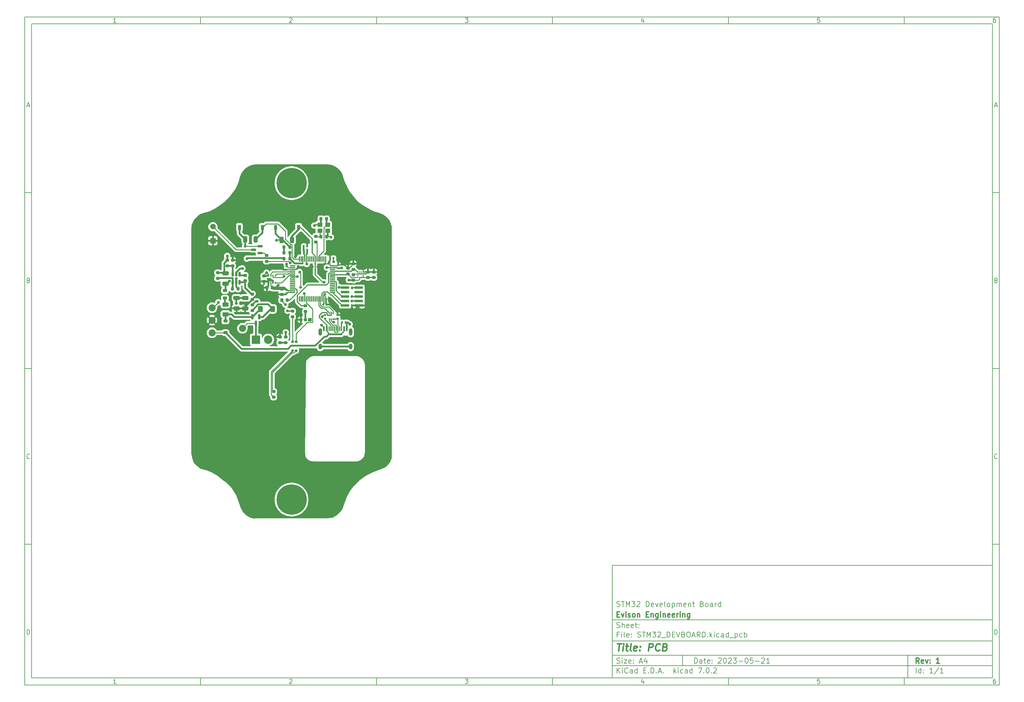
<source format=gbr>
%TF.GenerationSoftware,KiCad,Pcbnew,7.0.2*%
%TF.CreationDate,2023-05-27T14:00:09+09:30*%
%TF.ProjectId,STM32_DEVBOARD,53544d33-325f-4444-9556-424f4152442e,1*%
%TF.SameCoordinates,Original*%
%TF.FileFunction,Copper,L1,Top*%
%TF.FilePolarity,Positive*%
%FSLAX46Y46*%
G04 Gerber Fmt 4.6, Leading zero omitted, Abs format (unit mm)*
G04 Created by KiCad (PCBNEW 7.0.2) date 2023-05-27 14:00:09*
%MOMM*%
%LPD*%
G01*
G04 APERTURE LIST*
G04 Aperture macros list*
%AMRoundRect*
0 Rectangle with rounded corners*
0 $1 Rounding radius*
0 $2 $3 $4 $5 $6 $7 $8 $9 X,Y pos of 4 corners*
0 Add a 4 corners polygon primitive as box body*
4,1,4,$2,$3,$4,$5,$6,$7,$8,$9,$2,$3,0*
0 Add four circle primitives for the rounded corners*
1,1,$1+$1,$2,$3*
1,1,$1+$1,$4,$5*
1,1,$1+$1,$6,$7*
1,1,$1+$1,$8,$9*
0 Add four rect primitives between the rounded corners*
20,1,$1+$1,$2,$3,$4,$5,0*
20,1,$1+$1,$4,$5,$6,$7,0*
20,1,$1+$1,$6,$7,$8,$9,0*
20,1,$1+$1,$8,$9,$2,$3,0*%
G04 Aperture macros list end*
%ADD10C,0.100000*%
%ADD11C,0.150000*%
%ADD12C,0.300000*%
%ADD13C,0.400000*%
%TA.AperFunction,SMDPad,CuDef*%
%ADD14RoundRect,0.200000X-0.275000X0.200000X-0.275000X-0.200000X0.275000X-0.200000X0.275000X0.200000X0*%
%TD*%
%TA.AperFunction,SMDPad,CuDef*%
%ADD15RoundRect,0.150000X0.587500X0.150000X-0.587500X0.150000X-0.587500X-0.150000X0.587500X-0.150000X0*%
%TD*%
%TA.AperFunction,ComponentPad*%
%ADD16R,1.600000X1.600000*%
%TD*%
%TA.AperFunction,ComponentPad*%
%ADD17C,1.600000*%
%TD*%
%TA.AperFunction,SMDPad,CuDef*%
%ADD18R,0.600000X1.450000*%
%TD*%
%TA.AperFunction,SMDPad,CuDef*%
%ADD19R,0.300000X1.450000*%
%TD*%
%TA.AperFunction,ComponentPad*%
%ADD20O,1.000000X1.600000*%
%TD*%
%TA.AperFunction,ComponentPad*%
%ADD21O,1.000000X2.100000*%
%TD*%
%TA.AperFunction,SMDPad,CuDef*%
%ADD22RoundRect,0.218750X-0.256250X0.218750X-0.256250X-0.218750X0.256250X-0.218750X0.256250X0.218750X0*%
%TD*%
%TA.AperFunction,SMDPad,CuDef*%
%ADD23R,0.900000X1.400000*%
%TD*%
%TA.AperFunction,SMDPad,CuDef*%
%ADD24RoundRect,0.200000X0.275000X-0.200000X0.275000X0.200000X-0.275000X0.200000X-0.275000X-0.200000X0*%
%TD*%
%TA.AperFunction,SMDPad,CuDef*%
%ADD25R,0.375000X0.500000*%
%TD*%
%TA.AperFunction,SMDPad,CuDef*%
%ADD26R,0.300000X0.650000*%
%TD*%
%TA.AperFunction,SMDPad,CuDef*%
%ADD27RoundRect,0.218750X0.256250X-0.218750X0.256250X0.218750X-0.256250X0.218750X-0.256250X-0.218750X0*%
%TD*%
%TA.AperFunction,SMDPad,CuDef*%
%ADD28RoundRect,0.200000X0.200000X0.275000X-0.200000X0.275000X-0.200000X-0.275000X0.200000X-0.275000X0*%
%TD*%
%TA.AperFunction,SMDPad,CuDef*%
%ADD29RoundRect,0.140000X0.170000X-0.140000X0.170000X0.140000X-0.170000X0.140000X-0.170000X-0.140000X0*%
%TD*%
%TA.AperFunction,SMDPad,CuDef*%
%ADD30RoundRect,0.250000X-0.400000X-0.600000X0.400000X-0.600000X0.400000X0.600000X-0.400000X0.600000X0*%
%TD*%
%TA.AperFunction,SMDPad,CuDef*%
%ADD31RoundRect,0.250000X0.650000X-0.325000X0.650000X0.325000X-0.650000X0.325000X-0.650000X-0.325000X0*%
%TD*%
%TA.AperFunction,ComponentPad*%
%ADD32R,1.000000X1.000000*%
%TD*%
%TA.AperFunction,ComponentPad*%
%ADD33O,1.000000X1.000000*%
%TD*%
%TA.AperFunction,SMDPad,CuDef*%
%ADD34RoundRect,0.075000X-0.075000X0.700000X-0.075000X-0.700000X0.075000X-0.700000X0.075000X0.700000X0*%
%TD*%
%TA.AperFunction,SMDPad,CuDef*%
%ADD35RoundRect,0.075000X-0.700000X0.075000X-0.700000X-0.075000X0.700000X-0.075000X0.700000X0.075000X0*%
%TD*%
%TA.AperFunction,SMDPad,CuDef*%
%ADD36RoundRect,0.140000X-0.140000X-0.170000X0.140000X-0.170000X0.140000X0.170000X-0.140000X0.170000X0*%
%TD*%
%TA.AperFunction,SMDPad,CuDef*%
%ADD37RoundRect,0.225000X-0.375000X0.225000X-0.375000X-0.225000X0.375000X-0.225000X0.375000X0.225000X0*%
%TD*%
%TA.AperFunction,SMDPad,CuDef*%
%ADD38R,0.350000X0.500000*%
%TD*%
%TA.AperFunction,ComponentPad*%
%ADD39C,8.600000*%
%TD*%
%TA.AperFunction,SMDPad,CuDef*%
%ADD40RoundRect,0.147500X0.147500X0.172500X-0.147500X0.172500X-0.147500X-0.172500X0.147500X-0.172500X0*%
%TD*%
%TA.AperFunction,SMDPad,CuDef*%
%ADD41RoundRect,0.250000X0.325000X0.650000X-0.325000X0.650000X-0.325000X-0.650000X0.325000X-0.650000X0*%
%TD*%
%TA.AperFunction,SMDPad,CuDef*%
%ADD42RoundRect,0.218750X0.381250X-0.218750X0.381250X0.218750X-0.381250X0.218750X-0.381250X-0.218750X0*%
%TD*%
%TA.AperFunction,SMDPad,CuDef*%
%ADD43R,0.375000X0.350000*%
%TD*%
%TA.AperFunction,SMDPad,CuDef*%
%ADD44R,0.350000X0.375000*%
%TD*%
%TA.AperFunction,SMDPad,CuDef*%
%ADD45C,2.000000*%
%TD*%
%TA.AperFunction,SMDPad,CuDef*%
%ADD46R,2.400000X0.740000*%
%TD*%
%TA.AperFunction,SMDPad,CuDef*%
%ADD47RoundRect,0.225000X-0.250000X0.225000X-0.250000X-0.225000X0.250000X-0.225000X0.250000X0.225000X0*%
%TD*%
%TA.AperFunction,SMDPad,CuDef*%
%ADD48RoundRect,0.150000X-0.150000X0.587500X-0.150000X-0.587500X0.150000X-0.587500X0.150000X0.587500X0*%
%TD*%
%TA.AperFunction,SMDPad,CuDef*%
%ADD49RoundRect,0.250000X-0.625000X0.375000X-0.625000X-0.375000X0.625000X-0.375000X0.625000X0.375000X0*%
%TD*%
%TA.AperFunction,SMDPad,CuDef*%
%ADD50RoundRect,0.135000X-0.135000X-0.185000X0.135000X-0.185000X0.135000X0.185000X-0.135000X0.185000X0*%
%TD*%
%TA.AperFunction,SMDPad,CuDef*%
%ADD51R,1.400000X1.200000*%
%TD*%
%TA.AperFunction,ComponentPad*%
%ADD52R,2.400000X2.400000*%
%TD*%
%TA.AperFunction,ComponentPad*%
%ADD53C,2.400000*%
%TD*%
%TA.AperFunction,SMDPad,CuDef*%
%ADD54RoundRect,0.225000X-0.225000X-0.250000X0.225000X-0.250000X0.225000X0.250000X-0.225000X0.250000X0*%
%TD*%
%TA.AperFunction,SMDPad,CuDef*%
%ADD55RoundRect,0.150000X-0.150000X0.512500X-0.150000X-0.512500X0.150000X-0.512500X0.150000X0.512500X0*%
%TD*%
%TA.AperFunction,SMDPad,CuDef*%
%ADD56RoundRect,0.225000X0.225000X0.250000X-0.225000X0.250000X-0.225000X-0.250000X0.225000X-0.250000X0*%
%TD*%
%TA.AperFunction,SMDPad,CuDef*%
%ADD57RoundRect,0.140000X-0.170000X0.140000X-0.170000X-0.140000X0.170000X-0.140000X0.170000X0.140000X0*%
%TD*%
%TA.AperFunction,SMDPad,CuDef*%
%ADD58RoundRect,0.140000X0.140000X0.170000X-0.140000X0.170000X-0.140000X-0.170000X0.140000X-0.170000X0*%
%TD*%
%TA.AperFunction,SMDPad,CuDef*%
%ADD59RoundRect,0.200000X-0.200000X-0.275000X0.200000X-0.275000X0.200000X0.275000X-0.200000X0.275000X0*%
%TD*%
%TA.AperFunction,SMDPad,CuDef*%
%ADD60RoundRect,0.135000X0.185000X-0.135000X0.185000X0.135000X-0.185000X0.135000X-0.185000X-0.135000X0*%
%TD*%
%TA.AperFunction,SMDPad,CuDef*%
%ADD61RoundRect,0.225000X0.250000X-0.225000X0.250000X0.225000X-0.250000X0.225000X-0.250000X-0.225000X0*%
%TD*%
%TA.AperFunction,SMDPad,CuDef*%
%ADD62RoundRect,0.135000X-0.185000X0.135000X-0.185000X-0.135000X0.185000X-0.135000X0.185000X0.135000X0*%
%TD*%
%TA.AperFunction,ViaPad*%
%ADD63C,0.800000*%
%TD*%
%TA.AperFunction,Conductor*%
%ADD64C,0.500000*%
%TD*%
%TA.AperFunction,Conductor*%
%ADD65C,0.250000*%
%TD*%
%TA.AperFunction,Conductor*%
%ADD66C,0.300000*%
%TD*%
%TA.AperFunction,Conductor*%
%ADD67C,0.200000*%
%TD*%
G04 APERTURE END LIST*
D10*
D11*
X177002200Y-166007200D02*
X285002200Y-166007200D01*
X285002200Y-198007200D01*
X177002200Y-198007200D01*
X177002200Y-166007200D01*
D10*
D11*
X10000000Y-10000000D02*
X287002200Y-10000000D01*
X287002200Y-200007200D01*
X10000000Y-200007200D01*
X10000000Y-10000000D01*
D10*
D11*
X12000000Y-12000000D02*
X285002200Y-12000000D01*
X285002200Y-198007200D01*
X12000000Y-198007200D01*
X12000000Y-12000000D01*
D10*
D11*
X60000000Y-12000000D02*
X60000000Y-10000000D01*
D10*
D11*
X110000000Y-12000000D02*
X110000000Y-10000000D01*
D10*
D11*
X160000000Y-12000000D02*
X160000000Y-10000000D01*
D10*
D11*
X210000000Y-12000000D02*
X210000000Y-10000000D01*
D10*
D11*
X260000000Y-12000000D02*
X260000000Y-10000000D01*
D10*
D11*
X35990476Y-11601404D02*
X35247619Y-11601404D01*
X35619047Y-11601404D02*
X35619047Y-10301404D01*
X35619047Y-10301404D02*
X35495238Y-10487119D01*
X35495238Y-10487119D02*
X35371428Y-10610928D01*
X35371428Y-10610928D02*
X35247619Y-10672833D01*
D10*
D11*
X85247619Y-10425214D02*
X85309523Y-10363309D01*
X85309523Y-10363309D02*
X85433333Y-10301404D01*
X85433333Y-10301404D02*
X85742857Y-10301404D01*
X85742857Y-10301404D02*
X85866666Y-10363309D01*
X85866666Y-10363309D02*
X85928571Y-10425214D01*
X85928571Y-10425214D02*
X85990476Y-10549023D01*
X85990476Y-10549023D02*
X85990476Y-10672833D01*
X85990476Y-10672833D02*
X85928571Y-10858547D01*
X85928571Y-10858547D02*
X85185714Y-11601404D01*
X85185714Y-11601404D02*
X85990476Y-11601404D01*
D10*
D11*
X135185714Y-10301404D02*
X135990476Y-10301404D01*
X135990476Y-10301404D02*
X135557142Y-10796642D01*
X135557142Y-10796642D02*
X135742857Y-10796642D01*
X135742857Y-10796642D02*
X135866666Y-10858547D01*
X135866666Y-10858547D02*
X135928571Y-10920452D01*
X135928571Y-10920452D02*
X135990476Y-11044261D01*
X135990476Y-11044261D02*
X135990476Y-11353785D01*
X135990476Y-11353785D02*
X135928571Y-11477595D01*
X135928571Y-11477595D02*
X135866666Y-11539500D01*
X135866666Y-11539500D02*
X135742857Y-11601404D01*
X135742857Y-11601404D02*
X135371428Y-11601404D01*
X135371428Y-11601404D02*
X135247619Y-11539500D01*
X135247619Y-11539500D02*
X135185714Y-11477595D01*
D10*
D11*
X185866666Y-10734738D02*
X185866666Y-11601404D01*
X185557142Y-10239500D02*
X185247619Y-11168071D01*
X185247619Y-11168071D02*
X186052380Y-11168071D01*
D10*
D11*
X235928571Y-10301404D02*
X235309523Y-10301404D01*
X235309523Y-10301404D02*
X235247619Y-10920452D01*
X235247619Y-10920452D02*
X235309523Y-10858547D01*
X235309523Y-10858547D02*
X235433333Y-10796642D01*
X235433333Y-10796642D02*
X235742857Y-10796642D01*
X235742857Y-10796642D02*
X235866666Y-10858547D01*
X235866666Y-10858547D02*
X235928571Y-10920452D01*
X235928571Y-10920452D02*
X235990476Y-11044261D01*
X235990476Y-11044261D02*
X235990476Y-11353785D01*
X235990476Y-11353785D02*
X235928571Y-11477595D01*
X235928571Y-11477595D02*
X235866666Y-11539500D01*
X235866666Y-11539500D02*
X235742857Y-11601404D01*
X235742857Y-11601404D02*
X235433333Y-11601404D01*
X235433333Y-11601404D02*
X235309523Y-11539500D01*
X235309523Y-11539500D02*
X235247619Y-11477595D01*
D10*
D11*
X285866666Y-10301404D02*
X285619047Y-10301404D01*
X285619047Y-10301404D02*
X285495238Y-10363309D01*
X285495238Y-10363309D02*
X285433333Y-10425214D01*
X285433333Y-10425214D02*
X285309523Y-10610928D01*
X285309523Y-10610928D02*
X285247619Y-10858547D01*
X285247619Y-10858547D02*
X285247619Y-11353785D01*
X285247619Y-11353785D02*
X285309523Y-11477595D01*
X285309523Y-11477595D02*
X285371428Y-11539500D01*
X285371428Y-11539500D02*
X285495238Y-11601404D01*
X285495238Y-11601404D02*
X285742857Y-11601404D01*
X285742857Y-11601404D02*
X285866666Y-11539500D01*
X285866666Y-11539500D02*
X285928571Y-11477595D01*
X285928571Y-11477595D02*
X285990476Y-11353785D01*
X285990476Y-11353785D02*
X285990476Y-11044261D01*
X285990476Y-11044261D02*
X285928571Y-10920452D01*
X285928571Y-10920452D02*
X285866666Y-10858547D01*
X285866666Y-10858547D02*
X285742857Y-10796642D01*
X285742857Y-10796642D02*
X285495238Y-10796642D01*
X285495238Y-10796642D02*
X285371428Y-10858547D01*
X285371428Y-10858547D02*
X285309523Y-10920452D01*
X285309523Y-10920452D02*
X285247619Y-11044261D01*
D10*
D11*
X60000000Y-198007200D02*
X60000000Y-200007200D01*
D10*
D11*
X110000000Y-198007200D02*
X110000000Y-200007200D01*
D10*
D11*
X160000000Y-198007200D02*
X160000000Y-200007200D01*
D10*
D11*
X210000000Y-198007200D02*
X210000000Y-200007200D01*
D10*
D11*
X260000000Y-198007200D02*
X260000000Y-200007200D01*
D10*
D11*
X35990476Y-199608604D02*
X35247619Y-199608604D01*
X35619047Y-199608604D02*
X35619047Y-198308604D01*
X35619047Y-198308604D02*
X35495238Y-198494319D01*
X35495238Y-198494319D02*
X35371428Y-198618128D01*
X35371428Y-198618128D02*
X35247619Y-198680033D01*
D10*
D11*
X85247619Y-198432414D02*
X85309523Y-198370509D01*
X85309523Y-198370509D02*
X85433333Y-198308604D01*
X85433333Y-198308604D02*
X85742857Y-198308604D01*
X85742857Y-198308604D02*
X85866666Y-198370509D01*
X85866666Y-198370509D02*
X85928571Y-198432414D01*
X85928571Y-198432414D02*
X85990476Y-198556223D01*
X85990476Y-198556223D02*
X85990476Y-198680033D01*
X85990476Y-198680033D02*
X85928571Y-198865747D01*
X85928571Y-198865747D02*
X85185714Y-199608604D01*
X85185714Y-199608604D02*
X85990476Y-199608604D01*
D10*
D11*
X135185714Y-198308604D02*
X135990476Y-198308604D01*
X135990476Y-198308604D02*
X135557142Y-198803842D01*
X135557142Y-198803842D02*
X135742857Y-198803842D01*
X135742857Y-198803842D02*
X135866666Y-198865747D01*
X135866666Y-198865747D02*
X135928571Y-198927652D01*
X135928571Y-198927652D02*
X135990476Y-199051461D01*
X135990476Y-199051461D02*
X135990476Y-199360985D01*
X135990476Y-199360985D02*
X135928571Y-199484795D01*
X135928571Y-199484795D02*
X135866666Y-199546700D01*
X135866666Y-199546700D02*
X135742857Y-199608604D01*
X135742857Y-199608604D02*
X135371428Y-199608604D01*
X135371428Y-199608604D02*
X135247619Y-199546700D01*
X135247619Y-199546700D02*
X135185714Y-199484795D01*
D10*
D11*
X185866666Y-198741938D02*
X185866666Y-199608604D01*
X185557142Y-198246700D02*
X185247619Y-199175271D01*
X185247619Y-199175271D02*
X186052380Y-199175271D01*
D10*
D11*
X235928571Y-198308604D02*
X235309523Y-198308604D01*
X235309523Y-198308604D02*
X235247619Y-198927652D01*
X235247619Y-198927652D02*
X235309523Y-198865747D01*
X235309523Y-198865747D02*
X235433333Y-198803842D01*
X235433333Y-198803842D02*
X235742857Y-198803842D01*
X235742857Y-198803842D02*
X235866666Y-198865747D01*
X235866666Y-198865747D02*
X235928571Y-198927652D01*
X235928571Y-198927652D02*
X235990476Y-199051461D01*
X235990476Y-199051461D02*
X235990476Y-199360985D01*
X235990476Y-199360985D02*
X235928571Y-199484795D01*
X235928571Y-199484795D02*
X235866666Y-199546700D01*
X235866666Y-199546700D02*
X235742857Y-199608604D01*
X235742857Y-199608604D02*
X235433333Y-199608604D01*
X235433333Y-199608604D02*
X235309523Y-199546700D01*
X235309523Y-199546700D02*
X235247619Y-199484795D01*
D10*
D11*
X285866666Y-198308604D02*
X285619047Y-198308604D01*
X285619047Y-198308604D02*
X285495238Y-198370509D01*
X285495238Y-198370509D02*
X285433333Y-198432414D01*
X285433333Y-198432414D02*
X285309523Y-198618128D01*
X285309523Y-198618128D02*
X285247619Y-198865747D01*
X285247619Y-198865747D02*
X285247619Y-199360985D01*
X285247619Y-199360985D02*
X285309523Y-199484795D01*
X285309523Y-199484795D02*
X285371428Y-199546700D01*
X285371428Y-199546700D02*
X285495238Y-199608604D01*
X285495238Y-199608604D02*
X285742857Y-199608604D01*
X285742857Y-199608604D02*
X285866666Y-199546700D01*
X285866666Y-199546700D02*
X285928571Y-199484795D01*
X285928571Y-199484795D02*
X285990476Y-199360985D01*
X285990476Y-199360985D02*
X285990476Y-199051461D01*
X285990476Y-199051461D02*
X285928571Y-198927652D01*
X285928571Y-198927652D02*
X285866666Y-198865747D01*
X285866666Y-198865747D02*
X285742857Y-198803842D01*
X285742857Y-198803842D02*
X285495238Y-198803842D01*
X285495238Y-198803842D02*
X285371428Y-198865747D01*
X285371428Y-198865747D02*
X285309523Y-198927652D01*
X285309523Y-198927652D02*
X285247619Y-199051461D01*
D10*
D11*
X10000000Y-60000000D02*
X12000000Y-60000000D01*
D10*
D11*
X10000000Y-110000000D02*
X12000000Y-110000000D01*
D10*
D11*
X10000000Y-160000000D02*
X12000000Y-160000000D01*
D10*
D11*
X10690476Y-35229976D02*
X11309523Y-35229976D01*
X10566666Y-35601404D02*
X10999999Y-34301404D01*
X10999999Y-34301404D02*
X11433333Y-35601404D01*
D10*
D11*
X11092857Y-84920452D02*
X11278571Y-84982357D01*
X11278571Y-84982357D02*
X11340476Y-85044261D01*
X11340476Y-85044261D02*
X11402380Y-85168071D01*
X11402380Y-85168071D02*
X11402380Y-85353785D01*
X11402380Y-85353785D02*
X11340476Y-85477595D01*
X11340476Y-85477595D02*
X11278571Y-85539500D01*
X11278571Y-85539500D02*
X11154761Y-85601404D01*
X11154761Y-85601404D02*
X10659523Y-85601404D01*
X10659523Y-85601404D02*
X10659523Y-84301404D01*
X10659523Y-84301404D02*
X11092857Y-84301404D01*
X11092857Y-84301404D02*
X11216666Y-84363309D01*
X11216666Y-84363309D02*
X11278571Y-84425214D01*
X11278571Y-84425214D02*
X11340476Y-84549023D01*
X11340476Y-84549023D02*
X11340476Y-84672833D01*
X11340476Y-84672833D02*
X11278571Y-84796642D01*
X11278571Y-84796642D02*
X11216666Y-84858547D01*
X11216666Y-84858547D02*
X11092857Y-84920452D01*
X11092857Y-84920452D02*
X10659523Y-84920452D01*
D10*
D11*
X11402380Y-135477595D02*
X11340476Y-135539500D01*
X11340476Y-135539500D02*
X11154761Y-135601404D01*
X11154761Y-135601404D02*
X11030952Y-135601404D01*
X11030952Y-135601404D02*
X10845238Y-135539500D01*
X10845238Y-135539500D02*
X10721428Y-135415690D01*
X10721428Y-135415690D02*
X10659523Y-135291880D01*
X10659523Y-135291880D02*
X10597619Y-135044261D01*
X10597619Y-135044261D02*
X10597619Y-134858547D01*
X10597619Y-134858547D02*
X10659523Y-134610928D01*
X10659523Y-134610928D02*
X10721428Y-134487119D01*
X10721428Y-134487119D02*
X10845238Y-134363309D01*
X10845238Y-134363309D02*
X11030952Y-134301404D01*
X11030952Y-134301404D02*
X11154761Y-134301404D01*
X11154761Y-134301404D02*
X11340476Y-134363309D01*
X11340476Y-134363309D02*
X11402380Y-134425214D01*
D10*
D11*
X10659523Y-185601404D02*
X10659523Y-184301404D01*
X10659523Y-184301404D02*
X10969047Y-184301404D01*
X10969047Y-184301404D02*
X11154761Y-184363309D01*
X11154761Y-184363309D02*
X11278571Y-184487119D01*
X11278571Y-184487119D02*
X11340476Y-184610928D01*
X11340476Y-184610928D02*
X11402380Y-184858547D01*
X11402380Y-184858547D02*
X11402380Y-185044261D01*
X11402380Y-185044261D02*
X11340476Y-185291880D01*
X11340476Y-185291880D02*
X11278571Y-185415690D01*
X11278571Y-185415690D02*
X11154761Y-185539500D01*
X11154761Y-185539500D02*
X10969047Y-185601404D01*
X10969047Y-185601404D02*
X10659523Y-185601404D01*
D10*
D11*
X287002200Y-60000000D02*
X285002200Y-60000000D01*
D10*
D11*
X287002200Y-110000000D02*
X285002200Y-110000000D01*
D10*
D11*
X287002200Y-160000000D02*
X285002200Y-160000000D01*
D10*
D11*
X285692676Y-35229976D02*
X286311723Y-35229976D01*
X285568866Y-35601404D02*
X286002199Y-34301404D01*
X286002199Y-34301404D02*
X286435533Y-35601404D01*
D10*
D11*
X286095057Y-84920452D02*
X286280771Y-84982357D01*
X286280771Y-84982357D02*
X286342676Y-85044261D01*
X286342676Y-85044261D02*
X286404580Y-85168071D01*
X286404580Y-85168071D02*
X286404580Y-85353785D01*
X286404580Y-85353785D02*
X286342676Y-85477595D01*
X286342676Y-85477595D02*
X286280771Y-85539500D01*
X286280771Y-85539500D02*
X286156961Y-85601404D01*
X286156961Y-85601404D02*
X285661723Y-85601404D01*
X285661723Y-85601404D02*
X285661723Y-84301404D01*
X285661723Y-84301404D02*
X286095057Y-84301404D01*
X286095057Y-84301404D02*
X286218866Y-84363309D01*
X286218866Y-84363309D02*
X286280771Y-84425214D01*
X286280771Y-84425214D02*
X286342676Y-84549023D01*
X286342676Y-84549023D02*
X286342676Y-84672833D01*
X286342676Y-84672833D02*
X286280771Y-84796642D01*
X286280771Y-84796642D02*
X286218866Y-84858547D01*
X286218866Y-84858547D02*
X286095057Y-84920452D01*
X286095057Y-84920452D02*
X285661723Y-84920452D01*
D10*
D11*
X286404580Y-135477595D02*
X286342676Y-135539500D01*
X286342676Y-135539500D02*
X286156961Y-135601404D01*
X286156961Y-135601404D02*
X286033152Y-135601404D01*
X286033152Y-135601404D02*
X285847438Y-135539500D01*
X285847438Y-135539500D02*
X285723628Y-135415690D01*
X285723628Y-135415690D02*
X285661723Y-135291880D01*
X285661723Y-135291880D02*
X285599819Y-135044261D01*
X285599819Y-135044261D02*
X285599819Y-134858547D01*
X285599819Y-134858547D02*
X285661723Y-134610928D01*
X285661723Y-134610928D02*
X285723628Y-134487119D01*
X285723628Y-134487119D02*
X285847438Y-134363309D01*
X285847438Y-134363309D02*
X286033152Y-134301404D01*
X286033152Y-134301404D02*
X286156961Y-134301404D01*
X286156961Y-134301404D02*
X286342676Y-134363309D01*
X286342676Y-134363309D02*
X286404580Y-134425214D01*
D10*
D11*
X285661723Y-185601404D02*
X285661723Y-184301404D01*
X285661723Y-184301404D02*
X285971247Y-184301404D01*
X285971247Y-184301404D02*
X286156961Y-184363309D01*
X286156961Y-184363309D02*
X286280771Y-184487119D01*
X286280771Y-184487119D02*
X286342676Y-184610928D01*
X286342676Y-184610928D02*
X286404580Y-184858547D01*
X286404580Y-184858547D02*
X286404580Y-185044261D01*
X286404580Y-185044261D02*
X286342676Y-185291880D01*
X286342676Y-185291880D02*
X286280771Y-185415690D01*
X286280771Y-185415690D02*
X286156961Y-185539500D01*
X286156961Y-185539500D02*
X285971247Y-185601404D01*
X285971247Y-185601404D02*
X285661723Y-185601404D01*
D10*
D11*
X200359342Y-193801128D02*
X200359342Y-192301128D01*
X200359342Y-192301128D02*
X200716485Y-192301128D01*
X200716485Y-192301128D02*
X200930771Y-192372557D01*
X200930771Y-192372557D02*
X201073628Y-192515414D01*
X201073628Y-192515414D02*
X201145057Y-192658271D01*
X201145057Y-192658271D02*
X201216485Y-192943985D01*
X201216485Y-192943985D02*
X201216485Y-193158271D01*
X201216485Y-193158271D02*
X201145057Y-193443985D01*
X201145057Y-193443985D02*
X201073628Y-193586842D01*
X201073628Y-193586842D02*
X200930771Y-193729700D01*
X200930771Y-193729700D02*
X200716485Y-193801128D01*
X200716485Y-193801128D02*
X200359342Y-193801128D01*
X202502200Y-193801128D02*
X202502200Y-193015414D01*
X202502200Y-193015414D02*
X202430771Y-192872557D01*
X202430771Y-192872557D02*
X202287914Y-192801128D01*
X202287914Y-192801128D02*
X202002200Y-192801128D01*
X202002200Y-192801128D02*
X201859342Y-192872557D01*
X202502200Y-193729700D02*
X202359342Y-193801128D01*
X202359342Y-193801128D02*
X202002200Y-193801128D01*
X202002200Y-193801128D02*
X201859342Y-193729700D01*
X201859342Y-193729700D02*
X201787914Y-193586842D01*
X201787914Y-193586842D02*
X201787914Y-193443985D01*
X201787914Y-193443985D02*
X201859342Y-193301128D01*
X201859342Y-193301128D02*
X202002200Y-193229700D01*
X202002200Y-193229700D02*
X202359342Y-193229700D01*
X202359342Y-193229700D02*
X202502200Y-193158271D01*
X203002200Y-192801128D02*
X203573628Y-192801128D01*
X203216485Y-192301128D02*
X203216485Y-193586842D01*
X203216485Y-193586842D02*
X203287914Y-193729700D01*
X203287914Y-193729700D02*
X203430771Y-193801128D01*
X203430771Y-193801128D02*
X203573628Y-193801128D01*
X204645057Y-193729700D02*
X204502200Y-193801128D01*
X204502200Y-193801128D02*
X204216486Y-193801128D01*
X204216486Y-193801128D02*
X204073628Y-193729700D01*
X204073628Y-193729700D02*
X204002200Y-193586842D01*
X204002200Y-193586842D02*
X204002200Y-193015414D01*
X204002200Y-193015414D02*
X204073628Y-192872557D01*
X204073628Y-192872557D02*
X204216486Y-192801128D01*
X204216486Y-192801128D02*
X204502200Y-192801128D01*
X204502200Y-192801128D02*
X204645057Y-192872557D01*
X204645057Y-192872557D02*
X204716486Y-193015414D01*
X204716486Y-193015414D02*
X204716486Y-193158271D01*
X204716486Y-193158271D02*
X204002200Y-193301128D01*
X205359342Y-193658271D02*
X205430771Y-193729700D01*
X205430771Y-193729700D02*
X205359342Y-193801128D01*
X205359342Y-193801128D02*
X205287914Y-193729700D01*
X205287914Y-193729700D02*
X205359342Y-193658271D01*
X205359342Y-193658271D02*
X205359342Y-193801128D01*
X205359342Y-192872557D02*
X205430771Y-192943985D01*
X205430771Y-192943985D02*
X205359342Y-193015414D01*
X205359342Y-193015414D02*
X205287914Y-192943985D01*
X205287914Y-192943985D02*
X205359342Y-192872557D01*
X205359342Y-192872557D02*
X205359342Y-193015414D01*
X207145057Y-192443985D02*
X207216485Y-192372557D01*
X207216485Y-192372557D02*
X207359343Y-192301128D01*
X207359343Y-192301128D02*
X207716485Y-192301128D01*
X207716485Y-192301128D02*
X207859343Y-192372557D01*
X207859343Y-192372557D02*
X207930771Y-192443985D01*
X207930771Y-192443985D02*
X208002200Y-192586842D01*
X208002200Y-192586842D02*
X208002200Y-192729700D01*
X208002200Y-192729700D02*
X207930771Y-192943985D01*
X207930771Y-192943985D02*
X207073628Y-193801128D01*
X207073628Y-193801128D02*
X208002200Y-193801128D01*
X208930771Y-192301128D02*
X209073628Y-192301128D01*
X209073628Y-192301128D02*
X209216485Y-192372557D01*
X209216485Y-192372557D02*
X209287914Y-192443985D01*
X209287914Y-192443985D02*
X209359342Y-192586842D01*
X209359342Y-192586842D02*
X209430771Y-192872557D01*
X209430771Y-192872557D02*
X209430771Y-193229700D01*
X209430771Y-193229700D02*
X209359342Y-193515414D01*
X209359342Y-193515414D02*
X209287914Y-193658271D01*
X209287914Y-193658271D02*
X209216485Y-193729700D01*
X209216485Y-193729700D02*
X209073628Y-193801128D01*
X209073628Y-193801128D02*
X208930771Y-193801128D01*
X208930771Y-193801128D02*
X208787914Y-193729700D01*
X208787914Y-193729700D02*
X208716485Y-193658271D01*
X208716485Y-193658271D02*
X208645056Y-193515414D01*
X208645056Y-193515414D02*
X208573628Y-193229700D01*
X208573628Y-193229700D02*
X208573628Y-192872557D01*
X208573628Y-192872557D02*
X208645056Y-192586842D01*
X208645056Y-192586842D02*
X208716485Y-192443985D01*
X208716485Y-192443985D02*
X208787914Y-192372557D01*
X208787914Y-192372557D02*
X208930771Y-192301128D01*
X210002199Y-192443985D02*
X210073627Y-192372557D01*
X210073627Y-192372557D02*
X210216485Y-192301128D01*
X210216485Y-192301128D02*
X210573627Y-192301128D01*
X210573627Y-192301128D02*
X210716485Y-192372557D01*
X210716485Y-192372557D02*
X210787913Y-192443985D01*
X210787913Y-192443985D02*
X210859342Y-192586842D01*
X210859342Y-192586842D02*
X210859342Y-192729700D01*
X210859342Y-192729700D02*
X210787913Y-192943985D01*
X210787913Y-192943985D02*
X209930770Y-193801128D01*
X209930770Y-193801128D02*
X210859342Y-193801128D01*
X211359341Y-192301128D02*
X212287913Y-192301128D01*
X212287913Y-192301128D02*
X211787913Y-192872557D01*
X211787913Y-192872557D02*
X212002198Y-192872557D01*
X212002198Y-192872557D02*
X212145056Y-192943985D01*
X212145056Y-192943985D02*
X212216484Y-193015414D01*
X212216484Y-193015414D02*
X212287913Y-193158271D01*
X212287913Y-193158271D02*
X212287913Y-193515414D01*
X212287913Y-193515414D02*
X212216484Y-193658271D01*
X212216484Y-193658271D02*
X212145056Y-193729700D01*
X212145056Y-193729700D02*
X212002198Y-193801128D01*
X212002198Y-193801128D02*
X211573627Y-193801128D01*
X211573627Y-193801128D02*
X211430770Y-193729700D01*
X211430770Y-193729700D02*
X211359341Y-193658271D01*
X212930769Y-193229700D02*
X214073627Y-193229700D01*
X215073627Y-192301128D02*
X215216484Y-192301128D01*
X215216484Y-192301128D02*
X215359341Y-192372557D01*
X215359341Y-192372557D02*
X215430770Y-192443985D01*
X215430770Y-192443985D02*
X215502198Y-192586842D01*
X215502198Y-192586842D02*
X215573627Y-192872557D01*
X215573627Y-192872557D02*
X215573627Y-193229700D01*
X215573627Y-193229700D02*
X215502198Y-193515414D01*
X215502198Y-193515414D02*
X215430770Y-193658271D01*
X215430770Y-193658271D02*
X215359341Y-193729700D01*
X215359341Y-193729700D02*
X215216484Y-193801128D01*
X215216484Y-193801128D02*
X215073627Y-193801128D01*
X215073627Y-193801128D02*
X214930770Y-193729700D01*
X214930770Y-193729700D02*
X214859341Y-193658271D01*
X214859341Y-193658271D02*
X214787912Y-193515414D01*
X214787912Y-193515414D02*
X214716484Y-193229700D01*
X214716484Y-193229700D02*
X214716484Y-192872557D01*
X214716484Y-192872557D02*
X214787912Y-192586842D01*
X214787912Y-192586842D02*
X214859341Y-192443985D01*
X214859341Y-192443985D02*
X214930770Y-192372557D01*
X214930770Y-192372557D02*
X215073627Y-192301128D01*
X216930769Y-192301128D02*
X216216483Y-192301128D01*
X216216483Y-192301128D02*
X216145055Y-193015414D01*
X216145055Y-193015414D02*
X216216483Y-192943985D01*
X216216483Y-192943985D02*
X216359341Y-192872557D01*
X216359341Y-192872557D02*
X216716483Y-192872557D01*
X216716483Y-192872557D02*
X216859341Y-192943985D01*
X216859341Y-192943985D02*
X216930769Y-193015414D01*
X216930769Y-193015414D02*
X217002198Y-193158271D01*
X217002198Y-193158271D02*
X217002198Y-193515414D01*
X217002198Y-193515414D02*
X216930769Y-193658271D01*
X216930769Y-193658271D02*
X216859341Y-193729700D01*
X216859341Y-193729700D02*
X216716483Y-193801128D01*
X216716483Y-193801128D02*
X216359341Y-193801128D01*
X216359341Y-193801128D02*
X216216483Y-193729700D01*
X216216483Y-193729700D02*
X216145055Y-193658271D01*
X217645054Y-193229700D02*
X218787912Y-193229700D01*
X219430769Y-192443985D02*
X219502197Y-192372557D01*
X219502197Y-192372557D02*
X219645055Y-192301128D01*
X219645055Y-192301128D02*
X220002197Y-192301128D01*
X220002197Y-192301128D02*
X220145055Y-192372557D01*
X220145055Y-192372557D02*
X220216483Y-192443985D01*
X220216483Y-192443985D02*
X220287912Y-192586842D01*
X220287912Y-192586842D02*
X220287912Y-192729700D01*
X220287912Y-192729700D02*
X220216483Y-192943985D01*
X220216483Y-192943985D02*
X219359340Y-193801128D01*
X219359340Y-193801128D02*
X220287912Y-193801128D01*
X221716483Y-193801128D02*
X220859340Y-193801128D01*
X221287911Y-193801128D02*
X221287911Y-192301128D01*
X221287911Y-192301128D02*
X221145054Y-192515414D01*
X221145054Y-192515414D02*
X221002197Y-192658271D01*
X221002197Y-192658271D02*
X220859340Y-192729700D01*
D10*
D11*
X177002200Y-194507200D02*
X285002200Y-194507200D01*
D10*
D11*
X178359342Y-196601128D02*
X178359342Y-195101128D01*
X179216485Y-196601128D02*
X178573628Y-195743985D01*
X179216485Y-195101128D02*
X178359342Y-195958271D01*
X179859342Y-196601128D02*
X179859342Y-195601128D01*
X179859342Y-195101128D02*
X179787914Y-195172557D01*
X179787914Y-195172557D02*
X179859342Y-195243985D01*
X179859342Y-195243985D02*
X179930771Y-195172557D01*
X179930771Y-195172557D02*
X179859342Y-195101128D01*
X179859342Y-195101128D02*
X179859342Y-195243985D01*
X181430771Y-196458271D02*
X181359343Y-196529700D01*
X181359343Y-196529700D02*
X181145057Y-196601128D01*
X181145057Y-196601128D02*
X181002200Y-196601128D01*
X181002200Y-196601128D02*
X180787914Y-196529700D01*
X180787914Y-196529700D02*
X180645057Y-196386842D01*
X180645057Y-196386842D02*
X180573628Y-196243985D01*
X180573628Y-196243985D02*
X180502200Y-195958271D01*
X180502200Y-195958271D02*
X180502200Y-195743985D01*
X180502200Y-195743985D02*
X180573628Y-195458271D01*
X180573628Y-195458271D02*
X180645057Y-195315414D01*
X180645057Y-195315414D02*
X180787914Y-195172557D01*
X180787914Y-195172557D02*
X181002200Y-195101128D01*
X181002200Y-195101128D02*
X181145057Y-195101128D01*
X181145057Y-195101128D02*
X181359343Y-195172557D01*
X181359343Y-195172557D02*
X181430771Y-195243985D01*
X182716486Y-196601128D02*
X182716486Y-195815414D01*
X182716486Y-195815414D02*
X182645057Y-195672557D01*
X182645057Y-195672557D02*
X182502200Y-195601128D01*
X182502200Y-195601128D02*
X182216486Y-195601128D01*
X182216486Y-195601128D02*
X182073628Y-195672557D01*
X182716486Y-196529700D02*
X182573628Y-196601128D01*
X182573628Y-196601128D02*
X182216486Y-196601128D01*
X182216486Y-196601128D02*
X182073628Y-196529700D01*
X182073628Y-196529700D02*
X182002200Y-196386842D01*
X182002200Y-196386842D02*
X182002200Y-196243985D01*
X182002200Y-196243985D02*
X182073628Y-196101128D01*
X182073628Y-196101128D02*
X182216486Y-196029700D01*
X182216486Y-196029700D02*
X182573628Y-196029700D01*
X182573628Y-196029700D02*
X182716486Y-195958271D01*
X184073629Y-196601128D02*
X184073629Y-195101128D01*
X184073629Y-196529700D02*
X183930771Y-196601128D01*
X183930771Y-196601128D02*
X183645057Y-196601128D01*
X183645057Y-196601128D02*
X183502200Y-196529700D01*
X183502200Y-196529700D02*
X183430771Y-196458271D01*
X183430771Y-196458271D02*
X183359343Y-196315414D01*
X183359343Y-196315414D02*
X183359343Y-195886842D01*
X183359343Y-195886842D02*
X183430771Y-195743985D01*
X183430771Y-195743985D02*
X183502200Y-195672557D01*
X183502200Y-195672557D02*
X183645057Y-195601128D01*
X183645057Y-195601128D02*
X183930771Y-195601128D01*
X183930771Y-195601128D02*
X184073629Y-195672557D01*
X185930771Y-195815414D02*
X186430771Y-195815414D01*
X186645057Y-196601128D02*
X185930771Y-196601128D01*
X185930771Y-196601128D02*
X185930771Y-195101128D01*
X185930771Y-195101128D02*
X186645057Y-195101128D01*
X187287914Y-196458271D02*
X187359343Y-196529700D01*
X187359343Y-196529700D02*
X187287914Y-196601128D01*
X187287914Y-196601128D02*
X187216486Y-196529700D01*
X187216486Y-196529700D02*
X187287914Y-196458271D01*
X187287914Y-196458271D02*
X187287914Y-196601128D01*
X188002200Y-196601128D02*
X188002200Y-195101128D01*
X188002200Y-195101128D02*
X188359343Y-195101128D01*
X188359343Y-195101128D02*
X188573629Y-195172557D01*
X188573629Y-195172557D02*
X188716486Y-195315414D01*
X188716486Y-195315414D02*
X188787915Y-195458271D01*
X188787915Y-195458271D02*
X188859343Y-195743985D01*
X188859343Y-195743985D02*
X188859343Y-195958271D01*
X188859343Y-195958271D02*
X188787915Y-196243985D01*
X188787915Y-196243985D02*
X188716486Y-196386842D01*
X188716486Y-196386842D02*
X188573629Y-196529700D01*
X188573629Y-196529700D02*
X188359343Y-196601128D01*
X188359343Y-196601128D02*
X188002200Y-196601128D01*
X189502200Y-196458271D02*
X189573629Y-196529700D01*
X189573629Y-196529700D02*
X189502200Y-196601128D01*
X189502200Y-196601128D02*
X189430772Y-196529700D01*
X189430772Y-196529700D02*
X189502200Y-196458271D01*
X189502200Y-196458271D02*
X189502200Y-196601128D01*
X190145058Y-196172557D02*
X190859344Y-196172557D01*
X190002201Y-196601128D02*
X190502201Y-195101128D01*
X190502201Y-195101128D02*
X191002201Y-196601128D01*
X191502200Y-196458271D02*
X191573629Y-196529700D01*
X191573629Y-196529700D02*
X191502200Y-196601128D01*
X191502200Y-196601128D02*
X191430772Y-196529700D01*
X191430772Y-196529700D02*
X191502200Y-196458271D01*
X191502200Y-196458271D02*
X191502200Y-196601128D01*
X194502200Y-196601128D02*
X194502200Y-195101128D01*
X194645058Y-196029700D02*
X195073629Y-196601128D01*
X195073629Y-195601128D02*
X194502200Y-196172557D01*
X195716486Y-196601128D02*
X195716486Y-195601128D01*
X195716486Y-195101128D02*
X195645058Y-195172557D01*
X195645058Y-195172557D02*
X195716486Y-195243985D01*
X195716486Y-195243985D02*
X195787915Y-195172557D01*
X195787915Y-195172557D02*
X195716486Y-195101128D01*
X195716486Y-195101128D02*
X195716486Y-195243985D01*
X197073630Y-196529700D02*
X196930772Y-196601128D01*
X196930772Y-196601128D02*
X196645058Y-196601128D01*
X196645058Y-196601128D02*
X196502201Y-196529700D01*
X196502201Y-196529700D02*
X196430772Y-196458271D01*
X196430772Y-196458271D02*
X196359344Y-196315414D01*
X196359344Y-196315414D02*
X196359344Y-195886842D01*
X196359344Y-195886842D02*
X196430772Y-195743985D01*
X196430772Y-195743985D02*
X196502201Y-195672557D01*
X196502201Y-195672557D02*
X196645058Y-195601128D01*
X196645058Y-195601128D02*
X196930772Y-195601128D01*
X196930772Y-195601128D02*
X197073630Y-195672557D01*
X198359344Y-196601128D02*
X198359344Y-195815414D01*
X198359344Y-195815414D02*
X198287915Y-195672557D01*
X198287915Y-195672557D02*
X198145058Y-195601128D01*
X198145058Y-195601128D02*
X197859344Y-195601128D01*
X197859344Y-195601128D02*
X197716486Y-195672557D01*
X198359344Y-196529700D02*
X198216486Y-196601128D01*
X198216486Y-196601128D02*
X197859344Y-196601128D01*
X197859344Y-196601128D02*
X197716486Y-196529700D01*
X197716486Y-196529700D02*
X197645058Y-196386842D01*
X197645058Y-196386842D02*
X197645058Y-196243985D01*
X197645058Y-196243985D02*
X197716486Y-196101128D01*
X197716486Y-196101128D02*
X197859344Y-196029700D01*
X197859344Y-196029700D02*
X198216486Y-196029700D01*
X198216486Y-196029700D02*
X198359344Y-195958271D01*
X199716487Y-196601128D02*
X199716487Y-195101128D01*
X199716487Y-196529700D02*
X199573629Y-196601128D01*
X199573629Y-196601128D02*
X199287915Y-196601128D01*
X199287915Y-196601128D02*
X199145058Y-196529700D01*
X199145058Y-196529700D02*
X199073629Y-196458271D01*
X199073629Y-196458271D02*
X199002201Y-196315414D01*
X199002201Y-196315414D02*
X199002201Y-195886842D01*
X199002201Y-195886842D02*
X199073629Y-195743985D01*
X199073629Y-195743985D02*
X199145058Y-195672557D01*
X199145058Y-195672557D02*
X199287915Y-195601128D01*
X199287915Y-195601128D02*
X199573629Y-195601128D01*
X199573629Y-195601128D02*
X199716487Y-195672557D01*
X201430772Y-195101128D02*
X202430772Y-195101128D01*
X202430772Y-195101128D02*
X201787915Y-196601128D01*
X203002200Y-196458271D02*
X203073629Y-196529700D01*
X203073629Y-196529700D02*
X203002200Y-196601128D01*
X203002200Y-196601128D02*
X202930772Y-196529700D01*
X202930772Y-196529700D02*
X203002200Y-196458271D01*
X203002200Y-196458271D02*
X203002200Y-196601128D01*
X204002201Y-195101128D02*
X204145058Y-195101128D01*
X204145058Y-195101128D02*
X204287915Y-195172557D01*
X204287915Y-195172557D02*
X204359344Y-195243985D01*
X204359344Y-195243985D02*
X204430772Y-195386842D01*
X204430772Y-195386842D02*
X204502201Y-195672557D01*
X204502201Y-195672557D02*
X204502201Y-196029700D01*
X204502201Y-196029700D02*
X204430772Y-196315414D01*
X204430772Y-196315414D02*
X204359344Y-196458271D01*
X204359344Y-196458271D02*
X204287915Y-196529700D01*
X204287915Y-196529700D02*
X204145058Y-196601128D01*
X204145058Y-196601128D02*
X204002201Y-196601128D01*
X204002201Y-196601128D02*
X203859344Y-196529700D01*
X203859344Y-196529700D02*
X203787915Y-196458271D01*
X203787915Y-196458271D02*
X203716486Y-196315414D01*
X203716486Y-196315414D02*
X203645058Y-196029700D01*
X203645058Y-196029700D02*
X203645058Y-195672557D01*
X203645058Y-195672557D02*
X203716486Y-195386842D01*
X203716486Y-195386842D02*
X203787915Y-195243985D01*
X203787915Y-195243985D02*
X203859344Y-195172557D01*
X203859344Y-195172557D02*
X204002201Y-195101128D01*
X205145057Y-196458271D02*
X205216486Y-196529700D01*
X205216486Y-196529700D02*
X205145057Y-196601128D01*
X205145057Y-196601128D02*
X205073629Y-196529700D01*
X205073629Y-196529700D02*
X205145057Y-196458271D01*
X205145057Y-196458271D02*
X205145057Y-196601128D01*
X205787915Y-195243985D02*
X205859343Y-195172557D01*
X205859343Y-195172557D02*
X206002201Y-195101128D01*
X206002201Y-195101128D02*
X206359343Y-195101128D01*
X206359343Y-195101128D02*
X206502201Y-195172557D01*
X206502201Y-195172557D02*
X206573629Y-195243985D01*
X206573629Y-195243985D02*
X206645058Y-195386842D01*
X206645058Y-195386842D02*
X206645058Y-195529700D01*
X206645058Y-195529700D02*
X206573629Y-195743985D01*
X206573629Y-195743985D02*
X205716486Y-196601128D01*
X205716486Y-196601128D02*
X206645058Y-196601128D01*
D10*
D11*
X177002200Y-191507200D02*
X285002200Y-191507200D01*
D10*
D12*
X264216485Y-193801128D02*
X263716485Y-193086842D01*
X263359342Y-193801128D02*
X263359342Y-192301128D01*
X263359342Y-192301128D02*
X263930771Y-192301128D01*
X263930771Y-192301128D02*
X264073628Y-192372557D01*
X264073628Y-192372557D02*
X264145057Y-192443985D01*
X264145057Y-192443985D02*
X264216485Y-192586842D01*
X264216485Y-192586842D02*
X264216485Y-192801128D01*
X264216485Y-192801128D02*
X264145057Y-192943985D01*
X264145057Y-192943985D02*
X264073628Y-193015414D01*
X264073628Y-193015414D02*
X263930771Y-193086842D01*
X263930771Y-193086842D02*
X263359342Y-193086842D01*
X265430771Y-193729700D02*
X265287914Y-193801128D01*
X265287914Y-193801128D02*
X265002200Y-193801128D01*
X265002200Y-193801128D02*
X264859342Y-193729700D01*
X264859342Y-193729700D02*
X264787914Y-193586842D01*
X264787914Y-193586842D02*
X264787914Y-193015414D01*
X264787914Y-193015414D02*
X264859342Y-192872557D01*
X264859342Y-192872557D02*
X265002200Y-192801128D01*
X265002200Y-192801128D02*
X265287914Y-192801128D01*
X265287914Y-192801128D02*
X265430771Y-192872557D01*
X265430771Y-192872557D02*
X265502200Y-193015414D01*
X265502200Y-193015414D02*
X265502200Y-193158271D01*
X265502200Y-193158271D02*
X264787914Y-193301128D01*
X266002199Y-192801128D02*
X266359342Y-193801128D01*
X266359342Y-193801128D02*
X266716485Y-192801128D01*
X267287913Y-193658271D02*
X267359342Y-193729700D01*
X267359342Y-193729700D02*
X267287913Y-193801128D01*
X267287913Y-193801128D02*
X267216485Y-193729700D01*
X267216485Y-193729700D02*
X267287913Y-193658271D01*
X267287913Y-193658271D02*
X267287913Y-193801128D01*
X267287913Y-192872557D02*
X267359342Y-192943985D01*
X267359342Y-192943985D02*
X267287913Y-193015414D01*
X267287913Y-193015414D02*
X267216485Y-192943985D01*
X267216485Y-192943985D02*
X267287913Y-192872557D01*
X267287913Y-192872557D02*
X267287913Y-193015414D01*
X269930771Y-193801128D02*
X269073628Y-193801128D01*
X269502199Y-193801128D02*
X269502199Y-192301128D01*
X269502199Y-192301128D02*
X269359342Y-192515414D01*
X269359342Y-192515414D02*
X269216485Y-192658271D01*
X269216485Y-192658271D02*
X269073628Y-192729700D01*
D10*
D11*
X178287914Y-193729700D02*
X178502200Y-193801128D01*
X178502200Y-193801128D02*
X178859342Y-193801128D01*
X178859342Y-193801128D02*
X179002200Y-193729700D01*
X179002200Y-193729700D02*
X179073628Y-193658271D01*
X179073628Y-193658271D02*
X179145057Y-193515414D01*
X179145057Y-193515414D02*
X179145057Y-193372557D01*
X179145057Y-193372557D02*
X179073628Y-193229700D01*
X179073628Y-193229700D02*
X179002200Y-193158271D01*
X179002200Y-193158271D02*
X178859342Y-193086842D01*
X178859342Y-193086842D02*
X178573628Y-193015414D01*
X178573628Y-193015414D02*
X178430771Y-192943985D01*
X178430771Y-192943985D02*
X178359342Y-192872557D01*
X178359342Y-192872557D02*
X178287914Y-192729700D01*
X178287914Y-192729700D02*
X178287914Y-192586842D01*
X178287914Y-192586842D02*
X178359342Y-192443985D01*
X178359342Y-192443985D02*
X178430771Y-192372557D01*
X178430771Y-192372557D02*
X178573628Y-192301128D01*
X178573628Y-192301128D02*
X178930771Y-192301128D01*
X178930771Y-192301128D02*
X179145057Y-192372557D01*
X179787913Y-193801128D02*
X179787913Y-192801128D01*
X179787913Y-192301128D02*
X179716485Y-192372557D01*
X179716485Y-192372557D02*
X179787913Y-192443985D01*
X179787913Y-192443985D02*
X179859342Y-192372557D01*
X179859342Y-192372557D02*
X179787913Y-192301128D01*
X179787913Y-192301128D02*
X179787913Y-192443985D01*
X180359342Y-192801128D02*
X181145057Y-192801128D01*
X181145057Y-192801128D02*
X180359342Y-193801128D01*
X180359342Y-193801128D02*
X181145057Y-193801128D01*
X182287914Y-193729700D02*
X182145057Y-193801128D01*
X182145057Y-193801128D02*
X181859343Y-193801128D01*
X181859343Y-193801128D02*
X181716485Y-193729700D01*
X181716485Y-193729700D02*
X181645057Y-193586842D01*
X181645057Y-193586842D02*
X181645057Y-193015414D01*
X181645057Y-193015414D02*
X181716485Y-192872557D01*
X181716485Y-192872557D02*
X181859343Y-192801128D01*
X181859343Y-192801128D02*
X182145057Y-192801128D01*
X182145057Y-192801128D02*
X182287914Y-192872557D01*
X182287914Y-192872557D02*
X182359343Y-193015414D01*
X182359343Y-193015414D02*
X182359343Y-193158271D01*
X182359343Y-193158271D02*
X181645057Y-193301128D01*
X183002199Y-193658271D02*
X183073628Y-193729700D01*
X183073628Y-193729700D02*
X183002199Y-193801128D01*
X183002199Y-193801128D02*
X182930771Y-193729700D01*
X182930771Y-193729700D02*
X183002199Y-193658271D01*
X183002199Y-193658271D02*
X183002199Y-193801128D01*
X183002199Y-192872557D02*
X183073628Y-192943985D01*
X183073628Y-192943985D02*
X183002199Y-193015414D01*
X183002199Y-193015414D02*
X182930771Y-192943985D01*
X182930771Y-192943985D02*
X183002199Y-192872557D01*
X183002199Y-192872557D02*
X183002199Y-193015414D01*
X184787914Y-193372557D02*
X185502200Y-193372557D01*
X184645057Y-193801128D02*
X185145057Y-192301128D01*
X185145057Y-192301128D02*
X185645057Y-193801128D01*
X186787914Y-192801128D02*
X186787914Y-193801128D01*
X186430771Y-192229700D02*
X186073628Y-193301128D01*
X186073628Y-193301128D02*
X187002199Y-193301128D01*
D10*
D11*
X263359342Y-196601128D02*
X263359342Y-195101128D01*
X264716486Y-196601128D02*
X264716486Y-195101128D01*
X264716486Y-196529700D02*
X264573628Y-196601128D01*
X264573628Y-196601128D02*
X264287914Y-196601128D01*
X264287914Y-196601128D02*
X264145057Y-196529700D01*
X264145057Y-196529700D02*
X264073628Y-196458271D01*
X264073628Y-196458271D02*
X264002200Y-196315414D01*
X264002200Y-196315414D02*
X264002200Y-195886842D01*
X264002200Y-195886842D02*
X264073628Y-195743985D01*
X264073628Y-195743985D02*
X264145057Y-195672557D01*
X264145057Y-195672557D02*
X264287914Y-195601128D01*
X264287914Y-195601128D02*
X264573628Y-195601128D01*
X264573628Y-195601128D02*
X264716486Y-195672557D01*
X265430771Y-196458271D02*
X265502200Y-196529700D01*
X265502200Y-196529700D02*
X265430771Y-196601128D01*
X265430771Y-196601128D02*
X265359343Y-196529700D01*
X265359343Y-196529700D02*
X265430771Y-196458271D01*
X265430771Y-196458271D02*
X265430771Y-196601128D01*
X265430771Y-195672557D02*
X265502200Y-195743985D01*
X265502200Y-195743985D02*
X265430771Y-195815414D01*
X265430771Y-195815414D02*
X265359343Y-195743985D01*
X265359343Y-195743985D02*
X265430771Y-195672557D01*
X265430771Y-195672557D02*
X265430771Y-195815414D01*
X268073629Y-196601128D02*
X267216486Y-196601128D01*
X267645057Y-196601128D02*
X267645057Y-195101128D01*
X267645057Y-195101128D02*
X267502200Y-195315414D01*
X267502200Y-195315414D02*
X267359343Y-195458271D01*
X267359343Y-195458271D02*
X267216486Y-195529700D01*
X269787914Y-195029700D02*
X268502200Y-196958271D01*
X271073629Y-196601128D02*
X270216486Y-196601128D01*
X270645057Y-196601128D02*
X270645057Y-195101128D01*
X270645057Y-195101128D02*
X270502200Y-195315414D01*
X270502200Y-195315414D02*
X270359343Y-195458271D01*
X270359343Y-195458271D02*
X270216486Y-195529700D01*
D10*
D11*
X177002200Y-187507200D02*
X285002200Y-187507200D01*
D10*
D13*
X178430771Y-188232438D02*
X179573628Y-188232438D01*
X178752200Y-190232438D02*
X179002200Y-188232438D01*
X179978390Y-190232438D02*
X180145057Y-188899104D01*
X180228390Y-188232438D02*
X180121247Y-188327676D01*
X180121247Y-188327676D02*
X180204581Y-188422914D01*
X180204581Y-188422914D02*
X180311724Y-188327676D01*
X180311724Y-188327676D02*
X180228390Y-188232438D01*
X180228390Y-188232438D02*
X180204581Y-188422914D01*
X180799819Y-188899104D02*
X181561723Y-188899104D01*
X181168866Y-188232438D02*
X180954581Y-189946723D01*
X180954581Y-189946723D02*
X181026009Y-190137200D01*
X181026009Y-190137200D02*
X181204581Y-190232438D01*
X181204581Y-190232438D02*
X181395057Y-190232438D01*
X182335533Y-190232438D02*
X182156961Y-190137200D01*
X182156961Y-190137200D02*
X182085533Y-189946723D01*
X182085533Y-189946723D02*
X182299818Y-188232438D01*
X183859342Y-190137200D02*
X183656961Y-190232438D01*
X183656961Y-190232438D02*
X183276008Y-190232438D01*
X183276008Y-190232438D02*
X183097437Y-190137200D01*
X183097437Y-190137200D02*
X183026008Y-189946723D01*
X183026008Y-189946723D02*
X183121247Y-189184819D01*
X183121247Y-189184819D02*
X183240294Y-188994342D01*
X183240294Y-188994342D02*
X183442675Y-188899104D01*
X183442675Y-188899104D02*
X183823627Y-188899104D01*
X183823627Y-188899104D02*
X184002199Y-188994342D01*
X184002199Y-188994342D02*
X184073627Y-189184819D01*
X184073627Y-189184819D02*
X184049818Y-189375295D01*
X184049818Y-189375295D02*
X183073627Y-189565771D01*
X184811723Y-190041961D02*
X184895056Y-190137200D01*
X184895056Y-190137200D02*
X184787913Y-190232438D01*
X184787913Y-190232438D02*
X184704580Y-190137200D01*
X184704580Y-190137200D02*
X184811723Y-190041961D01*
X184811723Y-190041961D02*
X184787913Y-190232438D01*
X184942675Y-188994342D02*
X185026008Y-189089580D01*
X185026008Y-189089580D02*
X184918866Y-189184819D01*
X184918866Y-189184819D02*
X184835532Y-189089580D01*
X184835532Y-189089580D02*
X184942675Y-188994342D01*
X184942675Y-188994342D02*
X184918866Y-189184819D01*
X187252199Y-190232438D02*
X187502199Y-188232438D01*
X187502199Y-188232438D02*
X188264104Y-188232438D01*
X188264104Y-188232438D02*
X188442675Y-188327676D01*
X188442675Y-188327676D02*
X188526009Y-188422914D01*
X188526009Y-188422914D02*
X188597437Y-188613390D01*
X188597437Y-188613390D02*
X188561723Y-188899104D01*
X188561723Y-188899104D02*
X188442675Y-189089580D01*
X188442675Y-189089580D02*
X188335533Y-189184819D01*
X188335533Y-189184819D02*
X188133152Y-189280057D01*
X188133152Y-189280057D02*
X187371247Y-189280057D01*
X190406961Y-190041961D02*
X190299818Y-190137200D01*
X190299818Y-190137200D02*
X190002199Y-190232438D01*
X190002199Y-190232438D02*
X189811723Y-190232438D01*
X189811723Y-190232438D02*
X189537913Y-190137200D01*
X189537913Y-190137200D02*
X189371247Y-189946723D01*
X189371247Y-189946723D02*
X189299818Y-189756247D01*
X189299818Y-189756247D02*
X189252199Y-189375295D01*
X189252199Y-189375295D02*
X189287913Y-189089580D01*
X189287913Y-189089580D02*
X189430770Y-188708628D01*
X189430770Y-188708628D02*
X189549818Y-188518152D01*
X189549818Y-188518152D02*
X189764104Y-188327676D01*
X189764104Y-188327676D02*
X190061723Y-188232438D01*
X190061723Y-188232438D02*
X190252199Y-188232438D01*
X190252199Y-188232438D02*
X190526009Y-188327676D01*
X190526009Y-188327676D02*
X190609342Y-188422914D01*
X192026008Y-189184819D02*
X192299818Y-189280057D01*
X192299818Y-189280057D02*
X192383151Y-189375295D01*
X192383151Y-189375295D02*
X192454580Y-189565771D01*
X192454580Y-189565771D02*
X192418865Y-189851485D01*
X192418865Y-189851485D02*
X192299818Y-190041961D01*
X192299818Y-190041961D02*
X192192675Y-190137200D01*
X192192675Y-190137200D02*
X191990294Y-190232438D01*
X191990294Y-190232438D02*
X191228389Y-190232438D01*
X191228389Y-190232438D02*
X191478389Y-188232438D01*
X191478389Y-188232438D02*
X192145056Y-188232438D01*
X192145056Y-188232438D02*
X192323627Y-188327676D01*
X192323627Y-188327676D02*
X192406961Y-188422914D01*
X192406961Y-188422914D02*
X192478389Y-188613390D01*
X192478389Y-188613390D02*
X192454580Y-188803866D01*
X192454580Y-188803866D02*
X192335532Y-188994342D01*
X192335532Y-188994342D02*
X192228389Y-189089580D01*
X192228389Y-189089580D02*
X192026008Y-189184819D01*
X192026008Y-189184819D02*
X191359342Y-189184819D01*
D10*
D11*
X178859342Y-185615414D02*
X178359342Y-185615414D01*
X178359342Y-186401128D02*
X178359342Y-184901128D01*
X178359342Y-184901128D02*
X179073628Y-184901128D01*
X179645056Y-186401128D02*
X179645056Y-185401128D01*
X179645056Y-184901128D02*
X179573628Y-184972557D01*
X179573628Y-184972557D02*
X179645056Y-185043985D01*
X179645056Y-185043985D02*
X179716485Y-184972557D01*
X179716485Y-184972557D02*
X179645056Y-184901128D01*
X179645056Y-184901128D02*
X179645056Y-185043985D01*
X180573628Y-186401128D02*
X180430771Y-186329700D01*
X180430771Y-186329700D02*
X180359342Y-186186842D01*
X180359342Y-186186842D02*
X180359342Y-184901128D01*
X181716485Y-186329700D02*
X181573628Y-186401128D01*
X181573628Y-186401128D02*
X181287914Y-186401128D01*
X181287914Y-186401128D02*
X181145056Y-186329700D01*
X181145056Y-186329700D02*
X181073628Y-186186842D01*
X181073628Y-186186842D02*
X181073628Y-185615414D01*
X181073628Y-185615414D02*
X181145056Y-185472557D01*
X181145056Y-185472557D02*
X181287914Y-185401128D01*
X181287914Y-185401128D02*
X181573628Y-185401128D01*
X181573628Y-185401128D02*
X181716485Y-185472557D01*
X181716485Y-185472557D02*
X181787914Y-185615414D01*
X181787914Y-185615414D02*
X181787914Y-185758271D01*
X181787914Y-185758271D02*
X181073628Y-185901128D01*
X182430770Y-186258271D02*
X182502199Y-186329700D01*
X182502199Y-186329700D02*
X182430770Y-186401128D01*
X182430770Y-186401128D02*
X182359342Y-186329700D01*
X182359342Y-186329700D02*
X182430770Y-186258271D01*
X182430770Y-186258271D02*
X182430770Y-186401128D01*
X182430770Y-185472557D02*
X182502199Y-185543985D01*
X182502199Y-185543985D02*
X182430770Y-185615414D01*
X182430770Y-185615414D02*
X182359342Y-185543985D01*
X182359342Y-185543985D02*
X182430770Y-185472557D01*
X182430770Y-185472557D02*
X182430770Y-185615414D01*
X184216485Y-186329700D02*
X184430771Y-186401128D01*
X184430771Y-186401128D02*
X184787913Y-186401128D01*
X184787913Y-186401128D02*
X184930771Y-186329700D01*
X184930771Y-186329700D02*
X185002199Y-186258271D01*
X185002199Y-186258271D02*
X185073628Y-186115414D01*
X185073628Y-186115414D02*
X185073628Y-185972557D01*
X185073628Y-185972557D02*
X185002199Y-185829700D01*
X185002199Y-185829700D02*
X184930771Y-185758271D01*
X184930771Y-185758271D02*
X184787913Y-185686842D01*
X184787913Y-185686842D02*
X184502199Y-185615414D01*
X184502199Y-185615414D02*
X184359342Y-185543985D01*
X184359342Y-185543985D02*
X184287913Y-185472557D01*
X184287913Y-185472557D02*
X184216485Y-185329700D01*
X184216485Y-185329700D02*
X184216485Y-185186842D01*
X184216485Y-185186842D02*
X184287913Y-185043985D01*
X184287913Y-185043985D02*
X184359342Y-184972557D01*
X184359342Y-184972557D02*
X184502199Y-184901128D01*
X184502199Y-184901128D02*
X184859342Y-184901128D01*
X184859342Y-184901128D02*
X185073628Y-184972557D01*
X185502199Y-184901128D02*
X186359342Y-184901128D01*
X185930770Y-186401128D02*
X185930770Y-184901128D01*
X186859341Y-186401128D02*
X186859341Y-184901128D01*
X186859341Y-184901128D02*
X187359341Y-185972557D01*
X187359341Y-185972557D02*
X187859341Y-184901128D01*
X187859341Y-184901128D02*
X187859341Y-186401128D01*
X188430770Y-184901128D02*
X189359342Y-184901128D01*
X189359342Y-184901128D02*
X188859342Y-185472557D01*
X188859342Y-185472557D02*
X189073627Y-185472557D01*
X189073627Y-185472557D02*
X189216485Y-185543985D01*
X189216485Y-185543985D02*
X189287913Y-185615414D01*
X189287913Y-185615414D02*
X189359342Y-185758271D01*
X189359342Y-185758271D02*
X189359342Y-186115414D01*
X189359342Y-186115414D02*
X189287913Y-186258271D01*
X189287913Y-186258271D02*
X189216485Y-186329700D01*
X189216485Y-186329700D02*
X189073627Y-186401128D01*
X189073627Y-186401128D02*
X188645056Y-186401128D01*
X188645056Y-186401128D02*
X188502199Y-186329700D01*
X188502199Y-186329700D02*
X188430770Y-186258271D01*
X189930770Y-185043985D02*
X190002198Y-184972557D01*
X190002198Y-184972557D02*
X190145056Y-184901128D01*
X190145056Y-184901128D02*
X190502198Y-184901128D01*
X190502198Y-184901128D02*
X190645056Y-184972557D01*
X190645056Y-184972557D02*
X190716484Y-185043985D01*
X190716484Y-185043985D02*
X190787913Y-185186842D01*
X190787913Y-185186842D02*
X190787913Y-185329700D01*
X190787913Y-185329700D02*
X190716484Y-185543985D01*
X190716484Y-185543985D02*
X189859341Y-186401128D01*
X189859341Y-186401128D02*
X190787913Y-186401128D01*
X191073627Y-186543985D02*
X192216484Y-186543985D01*
X192573626Y-186401128D02*
X192573626Y-184901128D01*
X192573626Y-184901128D02*
X192930769Y-184901128D01*
X192930769Y-184901128D02*
X193145055Y-184972557D01*
X193145055Y-184972557D02*
X193287912Y-185115414D01*
X193287912Y-185115414D02*
X193359341Y-185258271D01*
X193359341Y-185258271D02*
X193430769Y-185543985D01*
X193430769Y-185543985D02*
X193430769Y-185758271D01*
X193430769Y-185758271D02*
X193359341Y-186043985D01*
X193359341Y-186043985D02*
X193287912Y-186186842D01*
X193287912Y-186186842D02*
X193145055Y-186329700D01*
X193145055Y-186329700D02*
X192930769Y-186401128D01*
X192930769Y-186401128D02*
X192573626Y-186401128D01*
X194073626Y-185615414D02*
X194573626Y-185615414D01*
X194787912Y-186401128D02*
X194073626Y-186401128D01*
X194073626Y-186401128D02*
X194073626Y-184901128D01*
X194073626Y-184901128D02*
X194787912Y-184901128D01*
X195216484Y-184901128D02*
X195716484Y-186401128D01*
X195716484Y-186401128D02*
X196216484Y-184901128D01*
X197216483Y-185615414D02*
X197430769Y-185686842D01*
X197430769Y-185686842D02*
X197502198Y-185758271D01*
X197502198Y-185758271D02*
X197573626Y-185901128D01*
X197573626Y-185901128D02*
X197573626Y-186115414D01*
X197573626Y-186115414D02*
X197502198Y-186258271D01*
X197502198Y-186258271D02*
X197430769Y-186329700D01*
X197430769Y-186329700D02*
X197287912Y-186401128D01*
X197287912Y-186401128D02*
X196716483Y-186401128D01*
X196716483Y-186401128D02*
X196716483Y-184901128D01*
X196716483Y-184901128D02*
X197216483Y-184901128D01*
X197216483Y-184901128D02*
X197359341Y-184972557D01*
X197359341Y-184972557D02*
X197430769Y-185043985D01*
X197430769Y-185043985D02*
X197502198Y-185186842D01*
X197502198Y-185186842D02*
X197502198Y-185329700D01*
X197502198Y-185329700D02*
X197430769Y-185472557D01*
X197430769Y-185472557D02*
X197359341Y-185543985D01*
X197359341Y-185543985D02*
X197216483Y-185615414D01*
X197216483Y-185615414D02*
X196716483Y-185615414D01*
X198502198Y-184901128D02*
X198787912Y-184901128D01*
X198787912Y-184901128D02*
X198930769Y-184972557D01*
X198930769Y-184972557D02*
X199073626Y-185115414D01*
X199073626Y-185115414D02*
X199145055Y-185401128D01*
X199145055Y-185401128D02*
X199145055Y-185901128D01*
X199145055Y-185901128D02*
X199073626Y-186186842D01*
X199073626Y-186186842D02*
X198930769Y-186329700D01*
X198930769Y-186329700D02*
X198787912Y-186401128D01*
X198787912Y-186401128D02*
X198502198Y-186401128D01*
X198502198Y-186401128D02*
X198359341Y-186329700D01*
X198359341Y-186329700D02*
X198216483Y-186186842D01*
X198216483Y-186186842D02*
X198145055Y-185901128D01*
X198145055Y-185901128D02*
X198145055Y-185401128D01*
X198145055Y-185401128D02*
X198216483Y-185115414D01*
X198216483Y-185115414D02*
X198359341Y-184972557D01*
X198359341Y-184972557D02*
X198502198Y-184901128D01*
X199716484Y-185972557D02*
X200430770Y-185972557D01*
X199573627Y-186401128D02*
X200073627Y-184901128D01*
X200073627Y-184901128D02*
X200573627Y-186401128D01*
X201930769Y-186401128D02*
X201430769Y-185686842D01*
X201073626Y-186401128D02*
X201073626Y-184901128D01*
X201073626Y-184901128D02*
X201645055Y-184901128D01*
X201645055Y-184901128D02*
X201787912Y-184972557D01*
X201787912Y-184972557D02*
X201859341Y-185043985D01*
X201859341Y-185043985D02*
X201930769Y-185186842D01*
X201930769Y-185186842D02*
X201930769Y-185401128D01*
X201930769Y-185401128D02*
X201859341Y-185543985D01*
X201859341Y-185543985D02*
X201787912Y-185615414D01*
X201787912Y-185615414D02*
X201645055Y-185686842D01*
X201645055Y-185686842D02*
X201073626Y-185686842D01*
X202573626Y-186401128D02*
X202573626Y-184901128D01*
X202573626Y-184901128D02*
X202930769Y-184901128D01*
X202930769Y-184901128D02*
X203145055Y-184972557D01*
X203145055Y-184972557D02*
X203287912Y-185115414D01*
X203287912Y-185115414D02*
X203359341Y-185258271D01*
X203359341Y-185258271D02*
X203430769Y-185543985D01*
X203430769Y-185543985D02*
X203430769Y-185758271D01*
X203430769Y-185758271D02*
X203359341Y-186043985D01*
X203359341Y-186043985D02*
X203287912Y-186186842D01*
X203287912Y-186186842D02*
X203145055Y-186329700D01*
X203145055Y-186329700D02*
X202930769Y-186401128D01*
X202930769Y-186401128D02*
X202573626Y-186401128D01*
X204073626Y-186258271D02*
X204145055Y-186329700D01*
X204145055Y-186329700D02*
X204073626Y-186401128D01*
X204073626Y-186401128D02*
X204002198Y-186329700D01*
X204002198Y-186329700D02*
X204073626Y-186258271D01*
X204073626Y-186258271D02*
X204073626Y-186401128D01*
X204787912Y-186401128D02*
X204787912Y-184901128D01*
X204930770Y-185829700D02*
X205359341Y-186401128D01*
X205359341Y-185401128D02*
X204787912Y-185972557D01*
X206002198Y-186401128D02*
X206002198Y-185401128D01*
X206002198Y-184901128D02*
X205930770Y-184972557D01*
X205930770Y-184972557D02*
X206002198Y-185043985D01*
X206002198Y-185043985D02*
X206073627Y-184972557D01*
X206073627Y-184972557D02*
X206002198Y-184901128D01*
X206002198Y-184901128D02*
X206002198Y-185043985D01*
X207359342Y-186329700D02*
X207216484Y-186401128D01*
X207216484Y-186401128D02*
X206930770Y-186401128D01*
X206930770Y-186401128D02*
X206787913Y-186329700D01*
X206787913Y-186329700D02*
X206716484Y-186258271D01*
X206716484Y-186258271D02*
X206645056Y-186115414D01*
X206645056Y-186115414D02*
X206645056Y-185686842D01*
X206645056Y-185686842D02*
X206716484Y-185543985D01*
X206716484Y-185543985D02*
X206787913Y-185472557D01*
X206787913Y-185472557D02*
X206930770Y-185401128D01*
X206930770Y-185401128D02*
X207216484Y-185401128D01*
X207216484Y-185401128D02*
X207359342Y-185472557D01*
X208645056Y-186401128D02*
X208645056Y-185615414D01*
X208645056Y-185615414D02*
X208573627Y-185472557D01*
X208573627Y-185472557D02*
X208430770Y-185401128D01*
X208430770Y-185401128D02*
X208145056Y-185401128D01*
X208145056Y-185401128D02*
X208002198Y-185472557D01*
X208645056Y-186329700D02*
X208502198Y-186401128D01*
X208502198Y-186401128D02*
X208145056Y-186401128D01*
X208145056Y-186401128D02*
X208002198Y-186329700D01*
X208002198Y-186329700D02*
X207930770Y-186186842D01*
X207930770Y-186186842D02*
X207930770Y-186043985D01*
X207930770Y-186043985D02*
X208002198Y-185901128D01*
X208002198Y-185901128D02*
X208145056Y-185829700D01*
X208145056Y-185829700D02*
X208502198Y-185829700D01*
X208502198Y-185829700D02*
X208645056Y-185758271D01*
X210002199Y-186401128D02*
X210002199Y-184901128D01*
X210002199Y-186329700D02*
X209859341Y-186401128D01*
X209859341Y-186401128D02*
X209573627Y-186401128D01*
X209573627Y-186401128D02*
X209430770Y-186329700D01*
X209430770Y-186329700D02*
X209359341Y-186258271D01*
X209359341Y-186258271D02*
X209287913Y-186115414D01*
X209287913Y-186115414D02*
X209287913Y-185686842D01*
X209287913Y-185686842D02*
X209359341Y-185543985D01*
X209359341Y-185543985D02*
X209430770Y-185472557D01*
X209430770Y-185472557D02*
X209573627Y-185401128D01*
X209573627Y-185401128D02*
X209859341Y-185401128D01*
X209859341Y-185401128D02*
X210002199Y-185472557D01*
X210359342Y-186543985D02*
X211502199Y-186543985D01*
X211859341Y-185401128D02*
X211859341Y-186901128D01*
X211859341Y-185472557D02*
X212002199Y-185401128D01*
X212002199Y-185401128D02*
X212287913Y-185401128D01*
X212287913Y-185401128D02*
X212430770Y-185472557D01*
X212430770Y-185472557D02*
X212502199Y-185543985D01*
X212502199Y-185543985D02*
X212573627Y-185686842D01*
X212573627Y-185686842D02*
X212573627Y-186115414D01*
X212573627Y-186115414D02*
X212502199Y-186258271D01*
X212502199Y-186258271D02*
X212430770Y-186329700D01*
X212430770Y-186329700D02*
X212287913Y-186401128D01*
X212287913Y-186401128D02*
X212002199Y-186401128D01*
X212002199Y-186401128D02*
X211859341Y-186329700D01*
X213859342Y-186329700D02*
X213716484Y-186401128D01*
X213716484Y-186401128D02*
X213430770Y-186401128D01*
X213430770Y-186401128D02*
X213287913Y-186329700D01*
X213287913Y-186329700D02*
X213216484Y-186258271D01*
X213216484Y-186258271D02*
X213145056Y-186115414D01*
X213145056Y-186115414D02*
X213145056Y-185686842D01*
X213145056Y-185686842D02*
X213216484Y-185543985D01*
X213216484Y-185543985D02*
X213287913Y-185472557D01*
X213287913Y-185472557D02*
X213430770Y-185401128D01*
X213430770Y-185401128D02*
X213716484Y-185401128D01*
X213716484Y-185401128D02*
X213859342Y-185472557D01*
X214502198Y-186401128D02*
X214502198Y-184901128D01*
X214502198Y-185472557D02*
X214645056Y-185401128D01*
X214645056Y-185401128D02*
X214930770Y-185401128D01*
X214930770Y-185401128D02*
X215073627Y-185472557D01*
X215073627Y-185472557D02*
X215145056Y-185543985D01*
X215145056Y-185543985D02*
X215216484Y-185686842D01*
X215216484Y-185686842D02*
X215216484Y-186115414D01*
X215216484Y-186115414D02*
X215145056Y-186258271D01*
X215145056Y-186258271D02*
X215073627Y-186329700D01*
X215073627Y-186329700D02*
X214930770Y-186401128D01*
X214930770Y-186401128D02*
X214645056Y-186401128D01*
X214645056Y-186401128D02*
X214502198Y-186329700D01*
D10*
D11*
X177002200Y-181507200D02*
X285002200Y-181507200D01*
D10*
D11*
X178287914Y-183629700D02*
X178502200Y-183701128D01*
X178502200Y-183701128D02*
X178859342Y-183701128D01*
X178859342Y-183701128D02*
X179002200Y-183629700D01*
X179002200Y-183629700D02*
X179073628Y-183558271D01*
X179073628Y-183558271D02*
X179145057Y-183415414D01*
X179145057Y-183415414D02*
X179145057Y-183272557D01*
X179145057Y-183272557D02*
X179073628Y-183129700D01*
X179073628Y-183129700D02*
X179002200Y-183058271D01*
X179002200Y-183058271D02*
X178859342Y-182986842D01*
X178859342Y-182986842D02*
X178573628Y-182915414D01*
X178573628Y-182915414D02*
X178430771Y-182843985D01*
X178430771Y-182843985D02*
X178359342Y-182772557D01*
X178359342Y-182772557D02*
X178287914Y-182629700D01*
X178287914Y-182629700D02*
X178287914Y-182486842D01*
X178287914Y-182486842D02*
X178359342Y-182343985D01*
X178359342Y-182343985D02*
X178430771Y-182272557D01*
X178430771Y-182272557D02*
X178573628Y-182201128D01*
X178573628Y-182201128D02*
X178930771Y-182201128D01*
X178930771Y-182201128D02*
X179145057Y-182272557D01*
X179787913Y-183701128D02*
X179787913Y-182201128D01*
X180430771Y-183701128D02*
X180430771Y-182915414D01*
X180430771Y-182915414D02*
X180359342Y-182772557D01*
X180359342Y-182772557D02*
X180216485Y-182701128D01*
X180216485Y-182701128D02*
X180002199Y-182701128D01*
X180002199Y-182701128D02*
X179859342Y-182772557D01*
X179859342Y-182772557D02*
X179787913Y-182843985D01*
X181716485Y-183629700D02*
X181573628Y-183701128D01*
X181573628Y-183701128D02*
X181287914Y-183701128D01*
X181287914Y-183701128D02*
X181145056Y-183629700D01*
X181145056Y-183629700D02*
X181073628Y-183486842D01*
X181073628Y-183486842D02*
X181073628Y-182915414D01*
X181073628Y-182915414D02*
X181145056Y-182772557D01*
X181145056Y-182772557D02*
X181287914Y-182701128D01*
X181287914Y-182701128D02*
X181573628Y-182701128D01*
X181573628Y-182701128D02*
X181716485Y-182772557D01*
X181716485Y-182772557D02*
X181787914Y-182915414D01*
X181787914Y-182915414D02*
X181787914Y-183058271D01*
X181787914Y-183058271D02*
X181073628Y-183201128D01*
X183002199Y-183629700D02*
X182859342Y-183701128D01*
X182859342Y-183701128D02*
X182573628Y-183701128D01*
X182573628Y-183701128D02*
X182430770Y-183629700D01*
X182430770Y-183629700D02*
X182359342Y-183486842D01*
X182359342Y-183486842D02*
X182359342Y-182915414D01*
X182359342Y-182915414D02*
X182430770Y-182772557D01*
X182430770Y-182772557D02*
X182573628Y-182701128D01*
X182573628Y-182701128D02*
X182859342Y-182701128D01*
X182859342Y-182701128D02*
X183002199Y-182772557D01*
X183002199Y-182772557D02*
X183073628Y-182915414D01*
X183073628Y-182915414D02*
X183073628Y-183058271D01*
X183073628Y-183058271D02*
X182359342Y-183201128D01*
X183502199Y-182701128D02*
X184073627Y-182701128D01*
X183716484Y-182201128D02*
X183716484Y-183486842D01*
X183716484Y-183486842D02*
X183787913Y-183629700D01*
X183787913Y-183629700D02*
X183930770Y-183701128D01*
X183930770Y-183701128D02*
X184073627Y-183701128D01*
X184573627Y-183558271D02*
X184645056Y-183629700D01*
X184645056Y-183629700D02*
X184573627Y-183701128D01*
X184573627Y-183701128D02*
X184502199Y-183629700D01*
X184502199Y-183629700D02*
X184573627Y-183558271D01*
X184573627Y-183558271D02*
X184573627Y-183701128D01*
X184573627Y-182772557D02*
X184645056Y-182843985D01*
X184645056Y-182843985D02*
X184573627Y-182915414D01*
X184573627Y-182915414D02*
X184502199Y-182843985D01*
X184502199Y-182843985D02*
X184573627Y-182772557D01*
X184573627Y-182772557D02*
X184573627Y-182915414D01*
D10*
D12*
X178359342Y-179915414D02*
X178859342Y-179915414D01*
X179073628Y-180701128D02*
X178359342Y-180701128D01*
X178359342Y-180701128D02*
X178359342Y-179201128D01*
X178359342Y-179201128D02*
X179073628Y-179201128D01*
X179573628Y-179701128D02*
X179930771Y-180701128D01*
X179930771Y-180701128D02*
X180287914Y-179701128D01*
X180859342Y-180701128D02*
X180859342Y-179701128D01*
X180859342Y-179201128D02*
X180787914Y-179272557D01*
X180787914Y-179272557D02*
X180859342Y-179343985D01*
X180859342Y-179343985D02*
X180930771Y-179272557D01*
X180930771Y-179272557D02*
X180859342Y-179201128D01*
X180859342Y-179201128D02*
X180859342Y-179343985D01*
X181502200Y-180629700D02*
X181645057Y-180701128D01*
X181645057Y-180701128D02*
X181930771Y-180701128D01*
X181930771Y-180701128D02*
X182073628Y-180629700D01*
X182073628Y-180629700D02*
X182145057Y-180486842D01*
X182145057Y-180486842D02*
X182145057Y-180415414D01*
X182145057Y-180415414D02*
X182073628Y-180272557D01*
X182073628Y-180272557D02*
X181930771Y-180201128D01*
X181930771Y-180201128D02*
X181716486Y-180201128D01*
X181716486Y-180201128D02*
X181573628Y-180129700D01*
X181573628Y-180129700D02*
X181502200Y-179986842D01*
X181502200Y-179986842D02*
X181502200Y-179915414D01*
X181502200Y-179915414D02*
X181573628Y-179772557D01*
X181573628Y-179772557D02*
X181716486Y-179701128D01*
X181716486Y-179701128D02*
X181930771Y-179701128D01*
X181930771Y-179701128D02*
X182073628Y-179772557D01*
X183002200Y-180701128D02*
X182859343Y-180629700D01*
X182859343Y-180629700D02*
X182787914Y-180558271D01*
X182787914Y-180558271D02*
X182716486Y-180415414D01*
X182716486Y-180415414D02*
X182716486Y-179986842D01*
X182716486Y-179986842D02*
X182787914Y-179843985D01*
X182787914Y-179843985D02*
X182859343Y-179772557D01*
X182859343Y-179772557D02*
X183002200Y-179701128D01*
X183002200Y-179701128D02*
X183216486Y-179701128D01*
X183216486Y-179701128D02*
X183359343Y-179772557D01*
X183359343Y-179772557D02*
X183430772Y-179843985D01*
X183430772Y-179843985D02*
X183502200Y-179986842D01*
X183502200Y-179986842D02*
X183502200Y-180415414D01*
X183502200Y-180415414D02*
X183430772Y-180558271D01*
X183430772Y-180558271D02*
X183359343Y-180629700D01*
X183359343Y-180629700D02*
X183216486Y-180701128D01*
X183216486Y-180701128D02*
X183002200Y-180701128D01*
X184145057Y-179701128D02*
X184145057Y-180701128D01*
X184145057Y-179843985D02*
X184216486Y-179772557D01*
X184216486Y-179772557D02*
X184359343Y-179701128D01*
X184359343Y-179701128D02*
X184573629Y-179701128D01*
X184573629Y-179701128D02*
X184716486Y-179772557D01*
X184716486Y-179772557D02*
X184787915Y-179915414D01*
X184787915Y-179915414D02*
X184787915Y-180701128D01*
X186645057Y-179915414D02*
X187145057Y-179915414D01*
X187359343Y-180701128D02*
X186645057Y-180701128D01*
X186645057Y-180701128D02*
X186645057Y-179201128D01*
X186645057Y-179201128D02*
X187359343Y-179201128D01*
X188002200Y-179701128D02*
X188002200Y-180701128D01*
X188002200Y-179843985D02*
X188073629Y-179772557D01*
X188073629Y-179772557D02*
X188216486Y-179701128D01*
X188216486Y-179701128D02*
X188430772Y-179701128D01*
X188430772Y-179701128D02*
X188573629Y-179772557D01*
X188573629Y-179772557D02*
X188645058Y-179915414D01*
X188645058Y-179915414D02*
X188645058Y-180701128D01*
X190002201Y-179701128D02*
X190002201Y-180915414D01*
X190002201Y-180915414D02*
X189930772Y-181058271D01*
X189930772Y-181058271D02*
X189859343Y-181129700D01*
X189859343Y-181129700D02*
X189716486Y-181201128D01*
X189716486Y-181201128D02*
X189502201Y-181201128D01*
X189502201Y-181201128D02*
X189359343Y-181129700D01*
X190002201Y-180629700D02*
X189859343Y-180701128D01*
X189859343Y-180701128D02*
X189573629Y-180701128D01*
X189573629Y-180701128D02*
X189430772Y-180629700D01*
X189430772Y-180629700D02*
X189359343Y-180558271D01*
X189359343Y-180558271D02*
X189287915Y-180415414D01*
X189287915Y-180415414D02*
X189287915Y-179986842D01*
X189287915Y-179986842D02*
X189359343Y-179843985D01*
X189359343Y-179843985D02*
X189430772Y-179772557D01*
X189430772Y-179772557D02*
X189573629Y-179701128D01*
X189573629Y-179701128D02*
X189859343Y-179701128D01*
X189859343Y-179701128D02*
X190002201Y-179772557D01*
X190716486Y-180701128D02*
X190716486Y-179701128D01*
X190716486Y-179201128D02*
X190645058Y-179272557D01*
X190645058Y-179272557D02*
X190716486Y-179343985D01*
X190716486Y-179343985D02*
X190787915Y-179272557D01*
X190787915Y-179272557D02*
X190716486Y-179201128D01*
X190716486Y-179201128D02*
X190716486Y-179343985D01*
X191430772Y-179701128D02*
X191430772Y-180701128D01*
X191430772Y-179843985D02*
X191502201Y-179772557D01*
X191502201Y-179772557D02*
X191645058Y-179701128D01*
X191645058Y-179701128D02*
X191859344Y-179701128D01*
X191859344Y-179701128D02*
X192002201Y-179772557D01*
X192002201Y-179772557D02*
X192073630Y-179915414D01*
X192073630Y-179915414D02*
X192073630Y-180701128D01*
X193359344Y-180629700D02*
X193216487Y-180701128D01*
X193216487Y-180701128D02*
X192930773Y-180701128D01*
X192930773Y-180701128D02*
X192787915Y-180629700D01*
X192787915Y-180629700D02*
X192716487Y-180486842D01*
X192716487Y-180486842D02*
X192716487Y-179915414D01*
X192716487Y-179915414D02*
X192787915Y-179772557D01*
X192787915Y-179772557D02*
X192930773Y-179701128D01*
X192930773Y-179701128D02*
X193216487Y-179701128D01*
X193216487Y-179701128D02*
X193359344Y-179772557D01*
X193359344Y-179772557D02*
X193430773Y-179915414D01*
X193430773Y-179915414D02*
X193430773Y-180058271D01*
X193430773Y-180058271D02*
X192716487Y-180201128D01*
X194645058Y-180629700D02*
X194502201Y-180701128D01*
X194502201Y-180701128D02*
X194216487Y-180701128D01*
X194216487Y-180701128D02*
X194073629Y-180629700D01*
X194073629Y-180629700D02*
X194002201Y-180486842D01*
X194002201Y-180486842D02*
X194002201Y-179915414D01*
X194002201Y-179915414D02*
X194073629Y-179772557D01*
X194073629Y-179772557D02*
X194216487Y-179701128D01*
X194216487Y-179701128D02*
X194502201Y-179701128D01*
X194502201Y-179701128D02*
X194645058Y-179772557D01*
X194645058Y-179772557D02*
X194716487Y-179915414D01*
X194716487Y-179915414D02*
X194716487Y-180058271D01*
X194716487Y-180058271D02*
X194002201Y-180201128D01*
X195359343Y-180701128D02*
X195359343Y-179701128D01*
X195359343Y-179986842D02*
X195430772Y-179843985D01*
X195430772Y-179843985D02*
X195502201Y-179772557D01*
X195502201Y-179772557D02*
X195645058Y-179701128D01*
X195645058Y-179701128D02*
X195787915Y-179701128D01*
X196287914Y-180701128D02*
X196287914Y-179701128D01*
X196287914Y-179201128D02*
X196216486Y-179272557D01*
X196216486Y-179272557D02*
X196287914Y-179343985D01*
X196287914Y-179343985D02*
X196359343Y-179272557D01*
X196359343Y-179272557D02*
X196287914Y-179201128D01*
X196287914Y-179201128D02*
X196287914Y-179343985D01*
X197002200Y-179701128D02*
X197002200Y-180701128D01*
X197002200Y-179843985D02*
X197073629Y-179772557D01*
X197073629Y-179772557D02*
X197216486Y-179701128D01*
X197216486Y-179701128D02*
X197430772Y-179701128D01*
X197430772Y-179701128D02*
X197573629Y-179772557D01*
X197573629Y-179772557D02*
X197645058Y-179915414D01*
X197645058Y-179915414D02*
X197645058Y-180701128D01*
X199002201Y-179701128D02*
X199002201Y-180915414D01*
X199002201Y-180915414D02*
X198930772Y-181058271D01*
X198930772Y-181058271D02*
X198859343Y-181129700D01*
X198859343Y-181129700D02*
X198716486Y-181201128D01*
X198716486Y-181201128D02*
X198502201Y-181201128D01*
X198502201Y-181201128D02*
X198359343Y-181129700D01*
X199002201Y-180629700D02*
X198859343Y-180701128D01*
X198859343Y-180701128D02*
X198573629Y-180701128D01*
X198573629Y-180701128D02*
X198430772Y-180629700D01*
X198430772Y-180629700D02*
X198359343Y-180558271D01*
X198359343Y-180558271D02*
X198287915Y-180415414D01*
X198287915Y-180415414D02*
X198287915Y-179986842D01*
X198287915Y-179986842D02*
X198359343Y-179843985D01*
X198359343Y-179843985D02*
X198430772Y-179772557D01*
X198430772Y-179772557D02*
X198573629Y-179701128D01*
X198573629Y-179701128D02*
X198859343Y-179701128D01*
X198859343Y-179701128D02*
X199002201Y-179772557D01*
D10*
D11*
X178287914Y-177629700D02*
X178502200Y-177701128D01*
X178502200Y-177701128D02*
X178859342Y-177701128D01*
X178859342Y-177701128D02*
X179002200Y-177629700D01*
X179002200Y-177629700D02*
X179073628Y-177558271D01*
X179073628Y-177558271D02*
X179145057Y-177415414D01*
X179145057Y-177415414D02*
X179145057Y-177272557D01*
X179145057Y-177272557D02*
X179073628Y-177129700D01*
X179073628Y-177129700D02*
X179002200Y-177058271D01*
X179002200Y-177058271D02*
X178859342Y-176986842D01*
X178859342Y-176986842D02*
X178573628Y-176915414D01*
X178573628Y-176915414D02*
X178430771Y-176843985D01*
X178430771Y-176843985D02*
X178359342Y-176772557D01*
X178359342Y-176772557D02*
X178287914Y-176629700D01*
X178287914Y-176629700D02*
X178287914Y-176486842D01*
X178287914Y-176486842D02*
X178359342Y-176343985D01*
X178359342Y-176343985D02*
X178430771Y-176272557D01*
X178430771Y-176272557D02*
X178573628Y-176201128D01*
X178573628Y-176201128D02*
X178930771Y-176201128D01*
X178930771Y-176201128D02*
X179145057Y-176272557D01*
X179573628Y-176201128D02*
X180430771Y-176201128D01*
X180002199Y-177701128D02*
X180002199Y-176201128D01*
X180930770Y-177701128D02*
X180930770Y-176201128D01*
X180930770Y-176201128D02*
X181430770Y-177272557D01*
X181430770Y-177272557D02*
X181930770Y-176201128D01*
X181930770Y-176201128D02*
X181930770Y-177701128D01*
X182502199Y-176201128D02*
X183430771Y-176201128D01*
X183430771Y-176201128D02*
X182930771Y-176772557D01*
X182930771Y-176772557D02*
X183145056Y-176772557D01*
X183145056Y-176772557D02*
X183287914Y-176843985D01*
X183287914Y-176843985D02*
X183359342Y-176915414D01*
X183359342Y-176915414D02*
X183430771Y-177058271D01*
X183430771Y-177058271D02*
X183430771Y-177415414D01*
X183430771Y-177415414D02*
X183359342Y-177558271D01*
X183359342Y-177558271D02*
X183287914Y-177629700D01*
X183287914Y-177629700D02*
X183145056Y-177701128D01*
X183145056Y-177701128D02*
X182716485Y-177701128D01*
X182716485Y-177701128D02*
X182573628Y-177629700D01*
X182573628Y-177629700D02*
X182502199Y-177558271D01*
X184002199Y-176343985D02*
X184073627Y-176272557D01*
X184073627Y-176272557D02*
X184216485Y-176201128D01*
X184216485Y-176201128D02*
X184573627Y-176201128D01*
X184573627Y-176201128D02*
X184716485Y-176272557D01*
X184716485Y-176272557D02*
X184787913Y-176343985D01*
X184787913Y-176343985D02*
X184859342Y-176486842D01*
X184859342Y-176486842D02*
X184859342Y-176629700D01*
X184859342Y-176629700D02*
X184787913Y-176843985D01*
X184787913Y-176843985D02*
X183930770Y-177701128D01*
X183930770Y-177701128D02*
X184859342Y-177701128D01*
X186645055Y-177701128D02*
X186645055Y-176201128D01*
X186645055Y-176201128D02*
X187002198Y-176201128D01*
X187002198Y-176201128D02*
X187216484Y-176272557D01*
X187216484Y-176272557D02*
X187359341Y-176415414D01*
X187359341Y-176415414D02*
X187430770Y-176558271D01*
X187430770Y-176558271D02*
X187502198Y-176843985D01*
X187502198Y-176843985D02*
X187502198Y-177058271D01*
X187502198Y-177058271D02*
X187430770Y-177343985D01*
X187430770Y-177343985D02*
X187359341Y-177486842D01*
X187359341Y-177486842D02*
X187216484Y-177629700D01*
X187216484Y-177629700D02*
X187002198Y-177701128D01*
X187002198Y-177701128D02*
X186645055Y-177701128D01*
X188716484Y-177629700D02*
X188573627Y-177701128D01*
X188573627Y-177701128D02*
X188287913Y-177701128D01*
X188287913Y-177701128D02*
X188145055Y-177629700D01*
X188145055Y-177629700D02*
X188073627Y-177486842D01*
X188073627Y-177486842D02*
X188073627Y-176915414D01*
X188073627Y-176915414D02*
X188145055Y-176772557D01*
X188145055Y-176772557D02*
X188287913Y-176701128D01*
X188287913Y-176701128D02*
X188573627Y-176701128D01*
X188573627Y-176701128D02*
X188716484Y-176772557D01*
X188716484Y-176772557D02*
X188787913Y-176915414D01*
X188787913Y-176915414D02*
X188787913Y-177058271D01*
X188787913Y-177058271D02*
X188073627Y-177201128D01*
X189287912Y-176701128D02*
X189645055Y-177701128D01*
X189645055Y-177701128D02*
X190002198Y-176701128D01*
X191145055Y-177629700D02*
X191002198Y-177701128D01*
X191002198Y-177701128D02*
X190716484Y-177701128D01*
X190716484Y-177701128D02*
X190573626Y-177629700D01*
X190573626Y-177629700D02*
X190502198Y-177486842D01*
X190502198Y-177486842D02*
X190502198Y-176915414D01*
X190502198Y-176915414D02*
X190573626Y-176772557D01*
X190573626Y-176772557D02*
X190716484Y-176701128D01*
X190716484Y-176701128D02*
X191002198Y-176701128D01*
X191002198Y-176701128D02*
X191145055Y-176772557D01*
X191145055Y-176772557D02*
X191216484Y-176915414D01*
X191216484Y-176915414D02*
X191216484Y-177058271D01*
X191216484Y-177058271D02*
X190502198Y-177201128D01*
X192073626Y-177701128D02*
X191930769Y-177629700D01*
X191930769Y-177629700D02*
X191859340Y-177486842D01*
X191859340Y-177486842D02*
X191859340Y-176201128D01*
X192859340Y-177701128D02*
X192716483Y-177629700D01*
X192716483Y-177629700D02*
X192645054Y-177558271D01*
X192645054Y-177558271D02*
X192573626Y-177415414D01*
X192573626Y-177415414D02*
X192573626Y-176986842D01*
X192573626Y-176986842D02*
X192645054Y-176843985D01*
X192645054Y-176843985D02*
X192716483Y-176772557D01*
X192716483Y-176772557D02*
X192859340Y-176701128D01*
X192859340Y-176701128D02*
X193073626Y-176701128D01*
X193073626Y-176701128D02*
X193216483Y-176772557D01*
X193216483Y-176772557D02*
X193287912Y-176843985D01*
X193287912Y-176843985D02*
X193359340Y-176986842D01*
X193359340Y-176986842D02*
X193359340Y-177415414D01*
X193359340Y-177415414D02*
X193287912Y-177558271D01*
X193287912Y-177558271D02*
X193216483Y-177629700D01*
X193216483Y-177629700D02*
X193073626Y-177701128D01*
X193073626Y-177701128D02*
X192859340Y-177701128D01*
X194002197Y-176701128D02*
X194002197Y-178201128D01*
X194002197Y-176772557D02*
X194145055Y-176701128D01*
X194145055Y-176701128D02*
X194430769Y-176701128D01*
X194430769Y-176701128D02*
X194573626Y-176772557D01*
X194573626Y-176772557D02*
X194645055Y-176843985D01*
X194645055Y-176843985D02*
X194716483Y-176986842D01*
X194716483Y-176986842D02*
X194716483Y-177415414D01*
X194716483Y-177415414D02*
X194645055Y-177558271D01*
X194645055Y-177558271D02*
X194573626Y-177629700D01*
X194573626Y-177629700D02*
X194430769Y-177701128D01*
X194430769Y-177701128D02*
X194145055Y-177701128D01*
X194145055Y-177701128D02*
X194002197Y-177629700D01*
X195359340Y-177701128D02*
X195359340Y-176701128D01*
X195359340Y-176843985D02*
X195430769Y-176772557D01*
X195430769Y-176772557D02*
X195573626Y-176701128D01*
X195573626Y-176701128D02*
X195787912Y-176701128D01*
X195787912Y-176701128D02*
X195930769Y-176772557D01*
X195930769Y-176772557D02*
X196002198Y-176915414D01*
X196002198Y-176915414D02*
X196002198Y-177701128D01*
X196002198Y-176915414D02*
X196073626Y-176772557D01*
X196073626Y-176772557D02*
X196216483Y-176701128D01*
X196216483Y-176701128D02*
X196430769Y-176701128D01*
X196430769Y-176701128D02*
X196573626Y-176772557D01*
X196573626Y-176772557D02*
X196645055Y-176915414D01*
X196645055Y-176915414D02*
X196645055Y-177701128D01*
X197930769Y-177629700D02*
X197787912Y-177701128D01*
X197787912Y-177701128D02*
X197502198Y-177701128D01*
X197502198Y-177701128D02*
X197359340Y-177629700D01*
X197359340Y-177629700D02*
X197287912Y-177486842D01*
X197287912Y-177486842D02*
X197287912Y-176915414D01*
X197287912Y-176915414D02*
X197359340Y-176772557D01*
X197359340Y-176772557D02*
X197502198Y-176701128D01*
X197502198Y-176701128D02*
X197787912Y-176701128D01*
X197787912Y-176701128D02*
X197930769Y-176772557D01*
X197930769Y-176772557D02*
X198002198Y-176915414D01*
X198002198Y-176915414D02*
X198002198Y-177058271D01*
X198002198Y-177058271D02*
X197287912Y-177201128D01*
X198645054Y-176701128D02*
X198645054Y-177701128D01*
X198645054Y-176843985D02*
X198716483Y-176772557D01*
X198716483Y-176772557D02*
X198859340Y-176701128D01*
X198859340Y-176701128D02*
X199073626Y-176701128D01*
X199073626Y-176701128D02*
X199216483Y-176772557D01*
X199216483Y-176772557D02*
X199287912Y-176915414D01*
X199287912Y-176915414D02*
X199287912Y-177701128D01*
X199787912Y-176701128D02*
X200359340Y-176701128D01*
X200002197Y-176201128D02*
X200002197Y-177486842D01*
X200002197Y-177486842D02*
X200073626Y-177629700D01*
X200073626Y-177629700D02*
X200216483Y-177701128D01*
X200216483Y-177701128D02*
X200359340Y-177701128D01*
X202502197Y-176915414D02*
X202716483Y-176986842D01*
X202716483Y-176986842D02*
X202787912Y-177058271D01*
X202787912Y-177058271D02*
X202859340Y-177201128D01*
X202859340Y-177201128D02*
X202859340Y-177415414D01*
X202859340Y-177415414D02*
X202787912Y-177558271D01*
X202787912Y-177558271D02*
X202716483Y-177629700D01*
X202716483Y-177629700D02*
X202573626Y-177701128D01*
X202573626Y-177701128D02*
X202002197Y-177701128D01*
X202002197Y-177701128D02*
X202002197Y-176201128D01*
X202002197Y-176201128D02*
X202502197Y-176201128D01*
X202502197Y-176201128D02*
X202645055Y-176272557D01*
X202645055Y-176272557D02*
X202716483Y-176343985D01*
X202716483Y-176343985D02*
X202787912Y-176486842D01*
X202787912Y-176486842D02*
X202787912Y-176629700D01*
X202787912Y-176629700D02*
X202716483Y-176772557D01*
X202716483Y-176772557D02*
X202645055Y-176843985D01*
X202645055Y-176843985D02*
X202502197Y-176915414D01*
X202502197Y-176915414D02*
X202002197Y-176915414D01*
X203716483Y-177701128D02*
X203573626Y-177629700D01*
X203573626Y-177629700D02*
X203502197Y-177558271D01*
X203502197Y-177558271D02*
X203430769Y-177415414D01*
X203430769Y-177415414D02*
X203430769Y-176986842D01*
X203430769Y-176986842D02*
X203502197Y-176843985D01*
X203502197Y-176843985D02*
X203573626Y-176772557D01*
X203573626Y-176772557D02*
X203716483Y-176701128D01*
X203716483Y-176701128D02*
X203930769Y-176701128D01*
X203930769Y-176701128D02*
X204073626Y-176772557D01*
X204073626Y-176772557D02*
X204145055Y-176843985D01*
X204145055Y-176843985D02*
X204216483Y-176986842D01*
X204216483Y-176986842D02*
X204216483Y-177415414D01*
X204216483Y-177415414D02*
X204145055Y-177558271D01*
X204145055Y-177558271D02*
X204073626Y-177629700D01*
X204073626Y-177629700D02*
X203930769Y-177701128D01*
X203930769Y-177701128D02*
X203716483Y-177701128D01*
X205502198Y-177701128D02*
X205502198Y-176915414D01*
X205502198Y-176915414D02*
X205430769Y-176772557D01*
X205430769Y-176772557D02*
X205287912Y-176701128D01*
X205287912Y-176701128D02*
X205002198Y-176701128D01*
X205002198Y-176701128D02*
X204859340Y-176772557D01*
X205502198Y-177629700D02*
X205359340Y-177701128D01*
X205359340Y-177701128D02*
X205002198Y-177701128D01*
X205002198Y-177701128D02*
X204859340Y-177629700D01*
X204859340Y-177629700D02*
X204787912Y-177486842D01*
X204787912Y-177486842D02*
X204787912Y-177343985D01*
X204787912Y-177343985D02*
X204859340Y-177201128D01*
X204859340Y-177201128D02*
X205002198Y-177129700D01*
X205002198Y-177129700D02*
X205359340Y-177129700D01*
X205359340Y-177129700D02*
X205502198Y-177058271D01*
X206216483Y-177701128D02*
X206216483Y-176701128D01*
X206216483Y-176986842D02*
X206287912Y-176843985D01*
X206287912Y-176843985D02*
X206359341Y-176772557D01*
X206359341Y-176772557D02*
X206502198Y-176701128D01*
X206502198Y-176701128D02*
X206645055Y-176701128D01*
X207787912Y-177701128D02*
X207787912Y-176201128D01*
X207787912Y-177629700D02*
X207645054Y-177701128D01*
X207645054Y-177701128D02*
X207359340Y-177701128D01*
X207359340Y-177701128D02*
X207216483Y-177629700D01*
X207216483Y-177629700D02*
X207145054Y-177558271D01*
X207145054Y-177558271D02*
X207073626Y-177415414D01*
X207073626Y-177415414D02*
X207073626Y-176986842D01*
X207073626Y-176986842D02*
X207145054Y-176843985D01*
X207145054Y-176843985D02*
X207216483Y-176772557D01*
X207216483Y-176772557D02*
X207359340Y-176701128D01*
X207359340Y-176701128D02*
X207645054Y-176701128D01*
X207645054Y-176701128D02*
X207787912Y-176772557D01*
D10*
D11*
D10*
D11*
D10*
D11*
D10*
D11*
X197002200Y-191507200D02*
X197002200Y-194507200D01*
D10*
D11*
X261002200Y-191507200D02*
X261002200Y-198007200D01*
D14*
%TO.P,R18,1*%
%TO.N,Net-(Q3-B)*%
X78740000Y-77852000D03*
%TO.P,R18,2*%
%TO.N,BUZZ*%
X78740000Y-79502000D03*
%TD*%
D15*
%TO.P,Q3,1,B*%
%TO.N,Net-(Q3-B)*%
X76883500Y-77150000D03*
%TO.P,Q3,2,E*%
%TO.N,GND*%
X76883500Y-75250000D03*
%TO.P,Q3,3,C*%
%TO.N,Net-(BZ1-+)*%
X75008500Y-76200000D03*
%TD*%
D16*
%TO.P,BZ1,1,-*%
%TO.N,+3.3V*%
X63500000Y-73660000D03*
D17*
%TO.P,BZ1,2,+*%
%TO.N,Net-(BZ1-+)*%
X63500000Y-69660000D03*
%TD*%
D18*
%TO.P,J2,A1,GND*%
%TO.N,GND*%
X95046000Y-98664000D03*
%TO.P,J2,A4,VBUS*%
%TO.N,+5V*%
X95846000Y-98664000D03*
D19*
%TO.P,J2,A5,CC1*%
%TO.N,USB_CONN_CC1*%
X97046000Y-98664000D03*
%TO.P,J2,A6,D+*%
%TO.N,USB_CONN_D+*%
X98046000Y-98664000D03*
%TO.P,J2,A7,D-*%
%TO.N,USB_CONN_D-*%
X98546000Y-98664000D03*
%TO.P,J2,A8,SBU1*%
%TO.N,unconnected-(J2-SBU1-PadA8)*%
X99546000Y-98664000D03*
D18*
%TO.P,J2,A9,VBUS*%
%TO.N,+5V*%
X100746000Y-98664000D03*
%TO.P,J2,A12,GND*%
%TO.N,GND*%
X101546000Y-98664000D03*
%TO.P,J2,B1,GND*%
X101546000Y-98664000D03*
%TO.P,J2,B4,VBUS*%
%TO.N,+5V*%
X100746000Y-98664000D03*
D19*
%TO.P,J2,B5,CC2*%
%TO.N,USB_CONN_CC2*%
X100046000Y-98664000D03*
%TO.P,J2,B6,D+*%
%TO.N,USB_CONN_D+*%
X99046000Y-98664000D03*
%TO.P,J2,B7,D-*%
%TO.N,USB_CONN_D-*%
X97546000Y-98664000D03*
%TO.P,J2,B8,SBU2*%
%TO.N,unconnected-(J2-SBU2-PadB8)*%
X96546000Y-98664000D03*
D18*
%TO.P,J2,B9,VBUS*%
%TO.N,+5V*%
X95846000Y-98664000D03*
%TO.P,J2,B12,GND*%
%TO.N,GND*%
X95046000Y-98664000D03*
D20*
%TO.P,J2,S1,SHIELD*%
%TO.N,unconnected-(J2-SHIELD-PadS1)*%
X93976000Y-103759000D03*
D21*
X93976000Y-99579000D03*
X102616000Y-99579000D03*
D20*
X102616000Y-103759000D03*
%TD*%
D22*
%TO.P,L1,1*%
%TO.N,BUCK_SW*%
X74676000Y-88825500D03*
%TO.P,L1,2*%
%TO.N,+3.3V*%
X74676000Y-90400500D03*
%TD*%
D23*
%TO.P,SW2,1,1*%
%TO.N,GND*%
X71045000Y-69850000D03*
%TO.P,SW2,2,2*%
%TO.N,BTN1*%
X77545000Y-69850000D03*
%TD*%
%TO.P,SW1,1,1*%
%TO.N,GND*%
X81332000Y-69850000D03*
%TO.P,SW1,2,2*%
%TO.N,NRST*%
X87832000Y-69850000D03*
%TD*%
D24*
%TO.P,R10,1*%
%TO.N,Net-(J4-Pin_2)*%
X89789000Y-93789000D03*
%TO.P,R10,2*%
%TO.N,BOOT0*%
X89789000Y-92139000D03*
%TD*%
D25*
%TO.P,U1,1,I/O1*%
%TO.N,USB_CONN_D-*%
X96617500Y-95973000D03*
D26*
%TO.P,U1,2,GND*%
%TO.N,GND*%
X97155000Y-96048000D03*
D25*
%TO.P,U1,3,I/O2*%
%TO.N,USB_CONN_D+*%
X97692500Y-95973000D03*
%TO.P,U1,4,I/O2*%
%TO.N,USB_OTG_FS_DP*%
X97692500Y-94273000D03*
D26*
%TO.P,U1,5,VBUS*%
%TO.N,+5V*%
X97155000Y-94198000D03*
D25*
%TO.P,U1,6,I/O1*%
%TO.N,USB_OTG_FS_DN*%
X96617500Y-94273000D03*
%TD*%
D27*
%TO.P,D4,2,A*%
%TO.N,LED*%
X80772000Y-116560500D03*
%TO.P,D4,1,K*%
%TO.N,Net-(D4-K)*%
X80772000Y-118135500D03*
%TD*%
D28*
%TO.P,R15,1*%
%TO.N,VMEAS*%
X85343000Y-78740000D03*
%TO.P,R15,2*%
%TO.N,BUCK_IN*%
X83693000Y-78740000D03*
%TD*%
D29*
%TO.P,C13,1*%
%TO.N,+3.3V*%
X84455000Y-88618000D03*
%TO.P,C13,2*%
%TO.N,GND*%
X84455000Y-87658000D03*
%TD*%
D24*
%TO.P,R9,1*%
%TO.N,BUCK_FB*%
X67564000Y-80835000D03*
%TO.P,R9,2*%
%TO.N,GND*%
X67564000Y-79185000D03*
%TD*%
D14*
%TO.P,R12,1*%
%TO.N,+3.3V*%
X103382000Y-80200500D03*
%TO.P,R12,2*%
%TO.N,I2C1_SCL*%
X103382000Y-81850500D03*
%TD*%
D30*
%TO.P,D2,1,K*%
%TO.N,Net-(D1-K)*%
X76990000Y-93042000D03*
%TO.P,D2,2,A*%
%TO.N,Net-(D2-A)*%
X80490000Y-93042000D03*
%TD*%
D31*
%TO.P,C1,1*%
%TO.N,+3.3V*%
X72644000Y-92866000D03*
%TO.P,C1,2*%
%TO.N,GND*%
X72644000Y-89916000D03*
%TD*%
D32*
%TO.P,J4,1,Pin_1*%
%TO.N,GND*%
X91059000Y-96139000D03*
D33*
%TO.P,J4,2,Pin_2*%
%TO.N,Net-(J4-Pin_2)*%
X89789000Y-96139000D03*
%TO.P,J4,3,Pin_3*%
%TO.N,+3.3V*%
X88519000Y-96139000D03*
%TD*%
D34*
%TO.P,U3,1,VBAT*%
%TO.N,+3.3V*%
X95554000Y-78880000D03*
%TO.P,U3,2,PC13*%
%TO.N,unconnected-(U3-PC13-Pad2)*%
X95054000Y-78880000D03*
%TO.P,U3,3,PC14*%
%TO.N,unconnected-(U3-PC14-Pad3)*%
X94554000Y-78880000D03*
%TO.P,U3,4,PC15*%
%TO.N,unconnected-(U3-PC15-Pad4)*%
X94054000Y-78880000D03*
%TO.P,U3,5,PH0*%
%TO.N,RCC_OSC_IN*%
X93554000Y-78880000D03*
%TO.P,U3,6,PH1*%
%TO.N,RCC_OSC_OUT*%
X93054000Y-78880000D03*
%TO.P,U3,7,NRST*%
%TO.N,NRST*%
X92554000Y-78880000D03*
%TO.P,U3,8,PC0*%
%TO.N,unconnected-(U3-PC0-Pad8)*%
X92054000Y-78880000D03*
%TO.P,U3,9,PC1*%
%TO.N,unconnected-(U3-PC1-Pad9)*%
X91554000Y-78880000D03*
%TO.P,U3,10,PC2*%
%TO.N,unconnected-(U3-PC2-Pad10)*%
X91054000Y-78880000D03*
%TO.P,U3,11,PC3*%
%TO.N,unconnected-(U3-PC3-Pad11)*%
X90554000Y-78880000D03*
%TO.P,U3,12,VSSA*%
%TO.N,GND*%
X90054000Y-78880000D03*
%TO.P,U3,13,VREF+*%
%TO.N,+3.3VA*%
X89554000Y-78880000D03*
%TO.P,U3,14,PA0*%
%TO.N,VMEAS*%
X89054000Y-78880000D03*
%TO.P,U3,15,PA1*%
%TO.N,unconnected-(U3-PA1-Pad15)*%
X88554000Y-78880000D03*
%TO.P,U3,16,PA2*%
%TO.N,BTN1*%
X88054000Y-78880000D03*
D35*
%TO.P,U3,17,PA3*%
%TO.N,unconnected-(U3-PA3-Pad17)*%
X86129000Y-80805000D03*
%TO.P,U3,18,VSS*%
%TO.N,GND*%
X86129000Y-81305000D03*
%TO.P,U3,19,VDD*%
%TO.N,+3.3V*%
X86129000Y-81805000D03*
%TO.P,U3,20,PA4*%
%TO.N,SPI1_CSB*%
X86129000Y-82305000D03*
%TO.P,U3,21,PA5*%
%TO.N,SPI1_SCK*%
X86129000Y-82805000D03*
%TO.P,U3,22,PA6*%
%TO.N,SPI1_MISO*%
X86129000Y-83305000D03*
%TO.P,U3,23,PA7*%
%TO.N,SPI1_MOSI*%
X86129000Y-83805000D03*
%TO.P,U3,24,PC4*%
%TO.N,unconnected-(U3-PC4-Pad24)*%
X86129000Y-84305000D03*
%TO.P,U3,25,PC5*%
%TO.N,unconnected-(U3-PC5-Pad25)*%
X86129000Y-84805000D03*
%TO.P,U3,26,PB0*%
%TO.N,unconnected-(U3-PB0-Pad26)*%
X86129000Y-85305000D03*
%TO.P,U3,27,PB1*%
%TO.N,unconnected-(U3-PB1-Pad27)*%
X86129000Y-85805000D03*
%TO.P,U3,28,PB2*%
%TO.N,unconnected-(U3-PB2-Pad28)*%
X86129000Y-86305000D03*
%TO.P,U3,29,PB10*%
%TO.N,unconnected-(U3-PB10-Pad29)*%
X86129000Y-86805000D03*
%TO.P,U3,30,VCAP1*%
%TO.N,Net-(U3-VCAP1)*%
X86129000Y-87305000D03*
%TO.P,U3,31,VSS*%
%TO.N,GND*%
X86129000Y-87805000D03*
%TO.P,U3,32,VDD*%
%TO.N,+3.3V*%
X86129000Y-88305000D03*
D34*
%TO.P,U3,33,PB12*%
%TO.N,unconnected-(U3-PB12-Pad33)*%
X88054000Y-90230000D03*
%TO.P,U3,34,PB13*%
%TO.N,unconnected-(U3-PB13-Pad34)*%
X88554000Y-90230000D03*
%TO.P,U3,35,PB14*%
%TO.N,unconnected-(U3-PB14-Pad35)*%
X89054000Y-90230000D03*
%TO.P,U3,36,PB15*%
%TO.N,BUZZ*%
X89554000Y-90230000D03*
%TO.P,U3,37,PC6*%
%TO.N,LED*%
X90054000Y-90230000D03*
%TO.P,U3,38,PC7*%
%TO.N,unconnected-(U3-PC7-Pad38)*%
X90554000Y-90230000D03*
%TO.P,U3,39,PC8*%
%TO.N,unconnected-(U3-PC8-Pad39)*%
X91054000Y-90230000D03*
%TO.P,U3,40,PC9*%
%TO.N,unconnected-(U3-PC9-Pad40)*%
X91554000Y-90230000D03*
%TO.P,U3,41,PA8*%
%TO.N,unconnected-(U3-PA8-Pad41)*%
X92054000Y-90230000D03*
%TO.P,U3,42,PA9*%
%TO.N,unconnected-(U3-PA9-Pad42)*%
X92554000Y-90230000D03*
%TO.P,U3,43,PA10*%
%TO.N,unconnected-(U3-PA10-Pad43)*%
X93054000Y-90230000D03*
%TO.P,U3,44,PA11*%
%TO.N,USB_OTG_FS_DN*%
X93554000Y-90230000D03*
%TO.P,U3,45,PA12*%
%TO.N,USB_OTG_FS_DP*%
X94054000Y-90230000D03*
%TO.P,U3,46,PA13*%
%TO.N,SWDIO*%
X94554000Y-90230000D03*
%TO.P,U3,47,VSS*%
%TO.N,GND*%
X95054000Y-90230000D03*
%TO.P,U3,48,VDD*%
%TO.N,+3.3V*%
X95554000Y-90230000D03*
D35*
%TO.P,U3,49,PA14*%
%TO.N,SWCLK*%
X97479000Y-88305000D03*
%TO.P,U3,50,PA15*%
%TO.N,unconnected-(U3-PA15-Pad50)*%
X97479000Y-87805000D03*
%TO.P,U3,51,PC10*%
%TO.N,unconnected-(U3-PC10-Pad51)*%
X97479000Y-87305000D03*
%TO.P,U3,52,PC11*%
%TO.N,unconnected-(U3-PC11-Pad52)*%
X97479000Y-86805000D03*
%TO.P,U3,53,PC12*%
%TO.N,unconnected-(U3-PC12-Pad53)*%
X97479000Y-86305000D03*
%TO.P,U3,54,PD2*%
%TO.N,unconnected-(U3-PD2-Pad54)*%
X97479000Y-85805000D03*
%TO.P,U3,55,PB3*%
%TO.N,SWO*%
X97479000Y-85305000D03*
%TO.P,U3,56,PB4*%
%TO.N,unconnected-(U3-PB4-Pad56)*%
X97479000Y-84805000D03*
%TO.P,U3,57,PB5*%
%TO.N,unconnected-(U3-PB5-Pad57)*%
X97479000Y-84305000D03*
%TO.P,U3,58,PB6*%
%TO.N,unconnected-(U3-PB6-Pad58)*%
X97479000Y-83805000D03*
%TO.P,U3,59,PB7*%
%TO.N,I2C1_SDA*%
X97479000Y-83305000D03*
%TO.P,U3,60,BOOT0*%
%TO.N,BOOT0*%
X97479000Y-82805000D03*
%TO.P,U3,61,PB8*%
%TO.N,I2C1_SCL*%
X97479000Y-82305000D03*
%TO.P,U3,62,PB9*%
%TO.N,unconnected-(U3-PB9-Pad62)*%
X97479000Y-81805000D03*
%TO.P,U3,63,VSS*%
%TO.N,GND*%
X97479000Y-81305000D03*
%TO.P,U3,64,VDD*%
%TO.N,+3.3V*%
X97479000Y-80805000D03*
%TD*%
D36*
%TO.P,C9,1*%
%TO.N,+3.3VA*%
X89309000Y-76200000D03*
%TO.P,C9,2*%
%TO.N,GND*%
X90269000Y-76200000D03*
%TD*%
D37*
%TO.P,D1,1,K*%
%TO.N,Net-(D1-K)*%
X67056000Y-96472000D03*
%TO.P,D1,2,A*%
%TO.N,+5V*%
X67056000Y-99772000D03*
%TD*%
D38*
%TO.P,U4,1,GND*%
%TO.N,GND*%
X79289000Y-83557000D03*
%TO.P,U4,2,CSB*%
%TO.N,SPI1_CSB*%
X79939000Y-83557000D03*
%TO.P,U4,3,SDI*%
%TO.N,SPI1_MOSI*%
X80589000Y-83557000D03*
%TO.P,U4,4,SCK*%
%TO.N,SPI1_SCK*%
X81239000Y-83557000D03*
%TO.P,U4,5,SDO*%
%TO.N,SPI1_MISO*%
X81239000Y-85607000D03*
%TO.P,U4,6,VDDIO*%
%TO.N,+3.3V*%
X80589000Y-85607000D03*
%TO.P,U4,7,GND*%
%TO.N,GND*%
X79939000Y-85607000D03*
%TO.P,U4,8,VDD*%
%TO.N,+3.3V*%
X79289000Y-85607000D03*
%TD*%
D39*
%TO.P,H1,1*%
%TO.N,N/C*%
X85852000Y-147276000D03*
%TD*%
D29*
%TO.P,C15,1*%
%TO.N,+3.3V*%
X84455000Y-81887000D03*
%TO.P,C15,2*%
%TO.N,GND*%
X84455000Y-80927000D03*
%TD*%
D40*
%TO.P,L2,1*%
%TO.N,+3.3V*%
X90274000Y-75184000D03*
%TO.P,L2,2*%
%TO.N,+3.3VA*%
X89304000Y-75184000D03*
%TD*%
D14*
%TO.P,R13,1*%
%TO.N,GND*%
X86106000Y-93663000D03*
%TO.P,R13,2*%
%TO.N,Net-(D4-K)*%
X86106000Y-95313000D03*
%TD*%
D41*
%TO.P,C14,1*%
%TO.N,NRST*%
X85995000Y-73406000D03*
%TO.P,C14,2*%
%TO.N,GND*%
X83045000Y-73406000D03*
%TD*%
D42*
%TO.P,FB1,1*%
%TO.N,Net-(F1-Pad1)*%
X66912000Y-89935500D03*
%TO.P,FB1,2*%
%TO.N,BUCK_IN*%
X66912000Y-87810500D03*
%TD*%
D24*
%TO.P,R1,1*%
%TO.N,Net-(D2-A)*%
X74676000Y-93535000D03*
%TO.P,R1,2*%
%TO.N,GND*%
X74676000Y-91885000D03*
%TD*%
D43*
%TO.P,U5,1,SCL/SPC*%
%TO.N,I2C1_SCL*%
X104647500Y-82562000D03*
%TO.P,U5,2,~{CS}*%
%TO.N,+3.3V*%
X104647500Y-83062000D03*
%TO.P,U5,3,SA0/SDO*%
%TO.N,unconnected-(U5-SA0{slash}SDO-Pad3)*%
X104647500Y-83562000D03*
%TO.P,U5,4,SDA/SDI*%
%TO.N,I2C1_SDA*%
X104647500Y-84062000D03*
D44*
%TO.P,U5,5,RES*%
%TO.N,GND*%
X105160000Y-84074500D03*
%TO.P,U5,6,GND*%
X105660000Y-84074500D03*
D43*
%TO.P,U5,7,GND*%
X106172500Y-84062000D03*
%TO.P,U5,8,GND*%
X106172500Y-83562000D03*
%TO.P,U5,9,Vdd*%
%TO.N,+3.3V*%
X106172500Y-83062000D03*
%TO.P,U5,10,Vdd_IO*%
X106172500Y-82562000D03*
D44*
%TO.P,U5,11,INT2*%
%TO.N,unconnected-(U5-INT2-Pad11)*%
X105660000Y-82549500D03*
%TO.P,U5,12,INT1*%
%TO.N,unconnected-(U5-INT1-Pad12)*%
X105160000Y-82549500D03*
%TD*%
D31*
%TO.P,C3,1*%
%TO.N,BUCK_IN*%
X67056000Y-85881000D03*
%TO.P,C3,2*%
%TO.N,GND*%
X67056000Y-82931000D03*
%TD*%
D24*
%TO.P,R11,1*%
%TO.N,RCC_OSC_OUT*%
X92710000Y-74040000D03*
%TO.P,R11,2*%
%TO.N,Net-(C8-Pad1)*%
X92710000Y-72390000D03*
%TD*%
D14*
%TO.P,R14,1*%
%TO.N,+3.3V*%
X101858000Y-81470500D03*
%TO.P,R14,2*%
%TO.N,I2C1_SDA*%
X101858000Y-83120500D03*
%TD*%
D45*
%TO.P,TP3,1,1*%
%TO.N,+5V*%
X63246000Y-99822000D03*
%TD*%
D46*
%TO.P,J3,1,Pin_1*%
%TO.N,+3.3V*%
X104947000Y-92075000D03*
%TO.P,J3,2,Pin_2*%
%TO.N,SWDIO*%
X101047000Y-92075000D03*
%TO.P,J3,3,Pin_3*%
%TO.N,GND*%
X104947000Y-90805000D03*
%TO.P,J3,4,Pin_4*%
%TO.N,SWCLK*%
X101047000Y-90805000D03*
%TO.P,J3,5,Pin_5*%
%TO.N,GND*%
X104947000Y-89535000D03*
%TO.P,J3,6,Pin_6*%
%TO.N,SWO*%
X101047000Y-89535000D03*
%TO.P,J3,7,Pin_7*%
%TO.N,unconnected-(J3-Pin_7-Pad7)*%
X104947000Y-88265000D03*
%TO.P,J3,8,Pin_8*%
%TO.N,unconnected-(J3-Pin_8-Pad8)*%
X101047000Y-88265000D03*
%TO.P,J3,9,Pin_9*%
%TO.N,GND*%
X104947000Y-86995000D03*
%TO.P,J3,10,Pin_10*%
%TO.N,NRST*%
X101047000Y-86995000D03*
%TD*%
D27*
%TO.P,D3,1,K*%
%TO.N,Net-(D3-K)*%
X82550000Y-102641500D03*
%TO.P,D3,2,A*%
%TO.N,+3.3V*%
X82550000Y-101066500D03*
%TD*%
D14*
%TO.P,R4,1*%
%TO.N,GND*%
X84201000Y-101029000D03*
%TO.P,R4,2*%
%TO.N,Net-(D3-K)*%
X84201000Y-102679000D03*
%TD*%
D47*
%TO.P,C22,1*%
%TO.N,+3.3V*%
X109224000Y-82536500D03*
%TO.P,C22,2*%
%TO.N,GND*%
X109224000Y-84086500D03*
%TD*%
%TO.P,C20,1*%
%TO.N,+3.3V*%
X107573000Y-82536500D03*
%TO.P,C20,2*%
%TO.N,GND*%
X107573000Y-84086500D03*
%TD*%
D48*
%TO.P,Q1,1,G*%
%TO.N,Net-(D2-A)*%
X76642000Y-95252300D03*
%TO.P,Q1,2,S*%
%TO.N,Net-(D1-K)*%
X74742000Y-95252300D03*
%TO.P,Q1,3,D*%
%TO.N,+24V*%
X75692000Y-97127300D03*
%TD*%
D49*
%TO.P,F1,1*%
%TO.N,Net-(F1-Pad1)*%
X67056000Y-91769000D03*
%TO.P,F1,2*%
%TO.N,Net-(D1-K)*%
X67056000Y-94569000D03*
%TD*%
D50*
%TO.P,R7,1*%
%TO.N,USB_CONN_CC2*%
X100201000Y-96901000D03*
%TO.P,R7,2*%
%TO.N,GND*%
X101221000Y-96901000D03*
%TD*%
D28*
%TO.P,R2,1*%
%TO.N,BUCK_IN*%
X70675000Y-87327000D03*
%TO.P,R2,2*%
%TO.N,BUCK_EN*%
X69025000Y-87327000D03*
%TD*%
D51*
%TO.P,Y1,1,1*%
%TO.N,RCC_OSC_IN*%
X96096000Y-69127000D03*
%TO.P,Y1,2,2*%
%TO.N,GND*%
X93896000Y-69127000D03*
%TO.P,Y1,3,3*%
%TO.N,Net-(C8-Pad1)*%
X93896000Y-70827000D03*
%TO.P,Y1,4,4*%
%TO.N,GND*%
X96096000Y-70827000D03*
%TD*%
D31*
%TO.P,C2,1*%
%TO.N,+3.3V*%
X70256400Y-92866000D03*
%TO.P,C2,2*%
%TO.N,GND*%
X70256400Y-89916000D03*
%TD*%
D24*
%TO.P,R3,1*%
%TO.N,BUCK_EN*%
X64880000Y-84364000D03*
%TO.P,R3,2*%
%TO.N,GND*%
X64880000Y-82714000D03*
%TD*%
D52*
%TO.P,J1,1,Pin_1*%
%TO.N,+24V*%
X75692000Y-101789000D03*
D53*
%TO.P,J1,2,Pin_2*%
%TO.N,GND*%
X79192000Y-101789000D03*
%TD*%
D54*
%TO.P,C18,1*%
%TO.N,+3.3V*%
X78832000Y-87004000D03*
%TO.P,C18,2*%
%TO.N,GND*%
X80382000Y-87004000D03*
%TD*%
D47*
%TO.P,C21,1*%
%TO.N,+3.3V*%
X103382000Y-83298500D03*
%TO.P,C21,2*%
%TO.N,GND*%
X103382000Y-84848500D03*
%TD*%
D55*
%TO.P,U2,1,BST*%
%TO.N,BUCK_BST*%
X71054000Y-83153000D03*
%TO.P,U2,2,GND*%
%TO.N,GND*%
X70104000Y-83153000D03*
%TO.P,U2,3,FB*%
%TO.N,BUCK_FB*%
X69154000Y-83153000D03*
%TO.P,U2,4,EN*%
%TO.N,BUCK_EN*%
X69154000Y-85428000D03*
%TO.P,U2,5,IN*%
%TO.N,BUCK_IN*%
X70104000Y-85428000D03*
%TO.P,U2,6,SW*%
%TO.N,BUCK_SW*%
X71054000Y-85428000D03*
%TD*%
D45*
%TO.P,TP2,1,1*%
%TO.N,+3.3V*%
X63246000Y-96266000D03*
%TD*%
D56*
%TO.P,C6,1*%
%TO.N,RCC_OSC_IN*%
X95771000Y-67437000D03*
%TO.P,C6,2*%
%TO.N,GND*%
X94221000Y-67437000D03*
%TD*%
D41*
%TO.P,C19,1*%
%TO.N,BTN1*%
X75643000Y-73279000D03*
%TO.P,C19,2*%
%TO.N,GND*%
X72693000Y-73279000D03*
%TD*%
D54*
%TO.P,C8,1*%
%TO.N,Net-(C8-Pad1)*%
X94221000Y-72517000D03*
%TO.P,C8,2*%
%TO.N,GND*%
X95771000Y-72517000D03*
%TD*%
D14*
%TO.P,R8,1*%
%TO.N,+3.3V*%
X69088000Y-79185000D03*
%TO.P,R8,2*%
%TO.N,BUCK_FB*%
X69088000Y-80835000D03*
%TD*%
D39*
%TO.P,H2,1*%
%TO.N,N/C*%
X85852000Y-57276000D03*
%TD*%
D57*
%TO.P,C7,1*%
%TO.N,+3.3V*%
X99060000Y-80546000D03*
%TO.P,C7,2*%
%TO.N,GND*%
X99060000Y-81506000D03*
%TD*%
D58*
%TO.P,C11,1*%
%TO.N,+3.3V*%
X95857000Y-91821000D03*
%TO.P,C11,2*%
%TO.N,GND*%
X94897000Y-91821000D03*
%TD*%
D45*
%TO.P,TP4,1,1*%
%TO.N,+24V*%
X71882000Y-98552000D03*
%TD*%
D59*
%TO.P,R16,1*%
%TO.N,Net-(R16-Pad1)*%
X83693000Y-77089000D03*
%TO.P,R16,2*%
%TO.N,VMEAS*%
X85343000Y-77089000D03*
%TD*%
D60*
%TO.P,R6,1*%
%TO.N,USB_CONN_CC1*%
X95377000Y-95760000D03*
%TO.P,R6,2*%
%TO.N,GND*%
X95377000Y-94740000D03*
%TD*%
D36*
%TO.P,C12,1*%
%TO.N,+3.3VA*%
X89337000Y-77216000D03*
%TO.P,C12,2*%
%TO.N,GND*%
X90297000Y-77216000D03*
%TD*%
D28*
%TO.P,R17,1*%
%TO.N,GND*%
X85343000Y-75438000D03*
%TO.P,R17,2*%
%TO.N,Net-(R16-Pad1)*%
X83693000Y-75438000D03*
%TD*%
D61*
%TO.P,C17,1*%
%TO.N,+3.3V*%
X77978000Y-85230000D03*
%TO.P,C17,2*%
%TO.N,GND*%
X77978000Y-83680000D03*
%TD*%
D56*
%TO.P,C10,1*%
%TO.N,Net-(U3-VCAP1)*%
X84608000Y-90551000D03*
%TO.P,C10,2*%
%TO.N,GND*%
X83058000Y-90551000D03*
%TD*%
D61*
%TO.P,C5,1*%
%TO.N,+3.3V*%
X83058000Y-88913000D03*
%TO.P,C5,2*%
%TO.N,GND*%
X83058000Y-87363000D03*
%TD*%
D45*
%TO.P,TP1,1,1*%
%TO.N,GND*%
X63246000Y-92710000D03*
%TD*%
D61*
%TO.P,C4,1*%
%TO.N,BUCK_SW*%
X72644000Y-85054000D03*
%TO.P,C4,2*%
%TO.N,BUCK_BST*%
X72644000Y-83504000D03*
%TD*%
D36*
%TO.P,C16,1*%
%TO.N,+3.3V*%
X96802000Y-78613000D03*
%TO.P,C16,2*%
%TO.N,GND*%
X97762000Y-78613000D03*
%TD*%
D62*
%TO.P,R5,1*%
%TO.N,+3.3V*%
X98933000Y-94740000D03*
%TO.P,R5,2*%
%TO.N,USB_CONN_D+*%
X98933000Y-95760000D03*
%TD*%
D63*
%TO.N,BUZZ*%
X89408000Y-88646000D03*
X88392000Y-86868000D03*
X85429431Y-79924569D03*
X88138000Y-82550000D03*
%TO.N,Net-(D4-K)*%
X86106000Y-104902000D03*
X86106000Y-102362000D03*
%TO.N,LED*%
X87122000Y-104902000D03*
X87122000Y-102362000D03*
%TO.N,+3.3V*%
X91694000Y-81026000D03*
X88562502Y-93174498D03*
X87757000Y-80954500D03*
X96733726Y-91758438D03*
X86868000Y-78232000D03*
X93345000Y-81026000D03*
%TO.N,GND*%
X76073000Y-90892500D03*
X84709000Y-93599000D03*
X70104000Y-91440000D03*
X84086891Y-91808109D03*
X103022400Y-90805000D03*
X97028000Y-72644000D03*
X92329000Y-69342000D03*
X90170000Y-80264000D03*
X67564000Y-77978000D03*
X95250000Y-88900000D03*
X84455000Y-80264000D03*
X97804098Y-96822500D03*
X103073200Y-87045800D03*
X82042000Y-86331500D03*
X78740000Y-82736500D03*
X102362000Y-97409000D03*
X94488000Y-95250000D03*
X97790000Y-79629000D03*
X84201000Y-99695000D03*
X81534000Y-73533000D03*
X65024000Y-91186000D03*
X100076000Y-81407000D03*
X72644000Y-75184000D03*
X71882000Y-81534000D03*
X95885000Y-81280000D03*
X94361000Y-97663000D03*
X103022400Y-89535000D03*
X102108000Y-84836000D03*
%TO.N,BUCK_IN*%
X68199000Y-85115000D03*
X70104000Y-84455000D03*
X73152000Y-78740000D03*
%TO.N,NRST*%
X99353500Y-86868000D03*
X95123000Y-85471000D03*
%TO.N,SPI1_MOSI*%
X83693000Y-83788815D03*
X87503000Y-83820000D03*
%TD*%
D64*
%TO.N,BUCK_IN*%
X83582000Y-78629000D02*
X83693000Y-78740000D01*
X78196999Y-78600000D02*
X78225999Y-78629000D01*
X73292000Y-78600000D02*
X78196999Y-78600000D01*
X73152000Y-78740000D02*
X73292000Y-78600000D01*
X78225999Y-78629000D02*
X83582000Y-78629000D01*
D65*
%TO.N,BUZZ*%
X89554000Y-88792000D02*
X89554000Y-90230000D01*
X89408000Y-88646000D02*
X89554000Y-88792000D01*
X88392000Y-82804000D02*
X88392000Y-86868000D01*
X88138000Y-82550000D02*
X88392000Y-82804000D01*
X85006862Y-79502000D02*
X85429431Y-79924569D01*
X78740000Y-79502000D02*
X85006862Y-79502000D01*
%TO.N,Net-(Q3-B)*%
X76883500Y-77150000D02*
X78038000Y-77150000D01*
X78038000Y-77150000D02*
X78740000Y-77852000D01*
%TO.N,GND*%
X72710000Y-75250000D02*
X72644000Y-75184000D01*
X76883500Y-75250000D02*
X72710000Y-75250000D01*
%TO.N,Net-(BZ1-+)*%
X70040000Y-76200000D02*
X75008500Y-76200000D01*
X63500000Y-69660000D02*
X70040000Y-76200000D01*
%TO.N,LED*%
X80422000Y-116210500D02*
X80772000Y-116560500D01*
X85987158Y-105554000D02*
X80422000Y-111119158D01*
X80422000Y-111119158D02*
X80422000Y-116210500D01*
X86470000Y-105554000D02*
X85987158Y-105554000D01*
X87122000Y-104902000D02*
X86470000Y-105554000D01*
X90054000Y-91289775D02*
X90054000Y-90230000D01*
X91811000Y-96891000D02*
X91811000Y-93046775D01*
X91811000Y-93046775D02*
X90054000Y-91289775D01*
X87122000Y-100076000D02*
X90307000Y-96891000D01*
X87122000Y-102362000D02*
X87122000Y-100076000D01*
X90307000Y-96891000D02*
X91811000Y-96891000D01*
%TO.N,Net-(D4-K)*%
X86106000Y-104902000D02*
X80045000Y-110963000D01*
X80045000Y-117408500D02*
X80772000Y-118135500D01*
X80045000Y-110963000D02*
X80045000Y-117408500D01*
X86106000Y-95313000D02*
X86106000Y-102362000D01*
D66*
%TO.N,+5V*%
X100096000Y-100056000D02*
X100096000Y-100189000D01*
X100746000Y-98664000D02*
X100746000Y-99406000D01*
X100746000Y-99406000D02*
X100096000Y-100056000D01*
X96496000Y-100007695D02*
X96496000Y-100189000D01*
X95846000Y-99357695D02*
X96496000Y-100007695D01*
X95846000Y-98664000D02*
X95846000Y-99357695D01*
D64*
%TO.N,Net-(D2-A)*%
X74676000Y-93469288D02*
X74676000Y-93535000D01*
X79190000Y-91742000D02*
X76403288Y-91742000D01*
X80490000Y-93042000D02*
X79190000Y-91742000D01*
X76403288Y-91742000D02*
X74676000Y-93469288D01*
%TO.N,+3.3V*%
X72644000Y-92866000D02*
X72644000Y-92432500D01*
X72644000Y-92432500D02*
X78072500Y-87004000D01*
X78072500Y-87004000D02*
X78832000Y-87004000D01*
%TO.N,GND*%
X70256400Y-89916000D02*
X72644000Y-89916000D01*
X70104000Y-90068400D02*
X70256400Y-89916000D01*
X70104000Y-91440000D02*
X70104000Y-90068400D01*
%TO.N,Net-(D2-A)*%
X77666000Y-95358000D02*
X79982000Y-93042000D01*
X79982000Y-93042000D02*
X80490000Y-93042000D01*
X76642000Y-95358000D02*
X77666000Y-95358000D01*
%TO.N,Net-(D1-K)*%
X68834000Y-94566000D02*
X67059000Y-94566000D01*
X74742000Y-95358000D02*
X69626000Y-95358000D01*
X67059000Y-94566000D02*
X67056000Y-94569000D01*
X76990000Y-93110000D02*
X74742000Y-95358000D01*
X69626000Y-95358000D02*
X68834000Y-94566000D01*
X76990000Y-93042000D02*
X76990000Y-93110000D01*
%TO.N,GND*%
X75668500Y-90892500D02*
X76073000Y-90892500D01*
X74676000Y-91885000D02*
X75668500Y-90892500D01*
%TO.N,BUCK_SW*%
X72644000Y-87047500D02*
X74422000Y-88825500D01*
X72644000Y-85054000D02*
X72644000Y-87047500D01*
%TO.N,+5V*%
X95157497Y-100934000D02*
X95751000Y-100934000D01*
X95751000Y-100934000D02*
X96496000Y-100189000D01*
X92562497Y-103529000D02*
X95157497Y-100934000D01*
X85701000Y-103529000D02*
X92562497Y-103529000D01*
X84836000Y-104394000D02*
X85701000Y-103529000D01*
X71678000Y-104394000D02*
X84836000Y-104394000D01*
X67056000Y-99772000D02*
X71678000Y-104394000D01*
D65*
%TO.N,BTN1*%
X78561000Y-68834000D02*
X77545000Y-69850000D01*
X81970000Y-68834000D02*
X78561000Y-68834000D01*
X84074000Y-70938000D02*
X81970000Y-68834000D01*
X84074000Y-73169935D02*
X84074000Y-70938000D01*
X85580065Y-74676000D02*
X84074000Y-73169935D01*
X85852000Y-74676000D02*
X85580065Y-74676000D01*
X85995000Y-74819000D02*
X85852000Y-74676000D01*
X85995000Y-78375000D02*
X85995000Y-74819000D01*
X86504000Y-78884000D02*
X85995000Y-78375000D01*
X88050000Y-78884000D02*
X86504000Y-78884000D01*
X88054000Y-78880000D02*
X88050000Y-78884000D01*
D64*
%TO.N,GND*%
X81332000Y-71693000D02*
X83045000Y-73406000D01*
X81332000Y-69850000D02*
X81332000Y-71693000D01*
D66*
%TO.N,NRST*%
X92554000Y-78003959D02*
X92554000Y-78880000D01*
X87832000Y-69850000D02*
X88457000Y-69850000D01*
X91694000Y-73087000D02*
X91694000Y-77143959D01*
D64*
X85995000Y-72312000D02*
X85995000Y-73406000D01*
X87832000Y-70475000D02*
X85995000Y-72312000D01*
D66*
X88457000Y-69850000D02*
X91694000Y-73087000D01*
D64*
X87832000Y-69850000D02*
X87832000Y-70475000D01*
D66*
X91694000Y-77143959D02*
X92554000Y-78003959D01*
D64*
%TO.N,GND*%
X71045000Y-71631000D02*
X72693000Y-73279000D01*
X71045000Y-69850000D02*
X71045000Y-71631000D01*
%TO.N,BTN1*%
X77545000Y-71377000D02*
X75643000Y-73279000D01*
X77545000Y-69850000D02*
X77545000Y-71377000D01*
%TO.N,Net-(J4-Pin_2)*%
X89789000Y-93789000D02*
X89789000Y-96139000D01*
D66*
%TO.N,BOOT0*%
X96602959Y-82805000D02*
X97479000Y-82805000D01*
X95770000Y-86221000D02*
X96354000Y-85637000D01*
X90436000Y-86221000D02*
X95770000Y-86221000D01*
X87503000Y-89154000D02*
X90436000Y-86221000D01*
X87503000Y-91055041D02*
X87503000Y-89154000D01*
X96354000Y-83053959D02*
X96602959Y-82805000D01*
X88586959Y-92139000D02*
X87503000Y-91055041D01*
X89789000Y-92139000D02*
X88586959Y-92139000D01*
X96354000Y-85637000D02*
X96354000Y-83053959D01*
%TO.N,+3.3V*%
X98801000Y-80805000D02*
X99060000Y-80546000D01*
D65*
X102112000Y-81470500D02*
X103382000Y-80200500D01*
D66*
X86129000Y-81805000D02*
X87005041Y-81805000D01*
D64*
X79289000Y-86547000D02*
X78832000Y-87004000D01*
D66*
X97479000Y-80805000D02*
X97061000Y-80805000D01*
D64*
X79289000Y-84932000D02*
X79314000Y-84907000D01*
X98933000Y-94740000D02*
X98933000Y-94037828D01*
D66*
X84768000Y-88305000D02*
X86129000Y-88305000D01*
D64*
X79314000Y-84907000D02*
X80564000Y-84907000D01*
D65*
X103382000Y-80200500D02*
X104323500Y-80200500D01*
X79048000Y-85366000D02*
X79289000Y-85607000D01*
X101858000Y-81470500D02*
X102112000Y-81470500D01*
D66*
X87757000Y-80954500D02*
X87816500Y-81014000D01*
X87757000Y-81053041D02*
X87757000Y-80954500D01*
D65*
X84455000Y-81887000D02*
X84537000Y-81805000D01*
D66*
X87005041Y-81805000D02*
X87757000Y-81053041D01*
X90274000Y-75130429D02*
X90274000Y-75184000D01*
D64*
X95857000Y-91821000D02*
X95654000Y-91618000D01*
D66*
X107047500Y-83062000D02*
X107573000Y-82536500D01*
D64*
X79289000Y-85607000D02*
X79289000Y-86547000D01*
D66*
X93345000Y-81026000D02*
X94284041Y-81026000D01*
D64*
X95654000Y-91618000D02*
X95654000Y-90230000D01*
X79289000Y-85607000D02*
X79289000Y-84932000D01*
X78912000Y-85230000D02*
X79289000Y-85607000D01*
D66*
X104647500Y-83062000D02*
X106172500Y-83062000D01*
D65*
X104323500Y-80200500D02*
X106172500Y-82049500D01*
D66*
X101858000Y-81470500D02*
X100933500Y-80546000D01*
D64*
X72644000Y-92866000D02*
X70104000Y-92866000D01*
D65*
X103618500Y-83062000D02*
X104647500Y-83062000D01*
X103382000Y-83298500D02*
X103618500Y-83062000D01*
D66*
X95554000Y-91518000D02*
X95857000Y-91821000D01*
X84455000Y-88618000D02*
X84768000Y-88305000D01*
X95554000Y-79756041D02*
X95554000Y-78880000D01*
D64*
X80589000Y-84932000D02*
X80589000Y-85607000D01*
D66*
X94284041Y-81026000D02*
X95554000Y-79756041D01*
D64*
X96716172Y-91821000D02*
X95857000Y-91821000D01*
D65*
X84537000Y-81805000D02*
X86129000Y-81805000D01*
D66*
X83058000Y-88913000D02*
X81547000Y-88913000D01*
D64*
X88519000Y-93218000D02*
X88562502Y-93174498D01*
X98933000Y-94037828D02*
X96716172Y-91821000D01*
D66*
X107573000Y-82536500D02*
X109097000Y-82536500D01*
D65*
X106172500Y-82562000D02*
X107547500Y-82562000D01*
D64*
X98933000Y-94740000D02*
X102282000Y-94740000D01*
D66*
X97061000Y-80805000D02*
X96520000Y-80264000D01*
X106172500Y-83062000D02*
X107047500Y-83062000D01*
D64*
X84160000Y-88913000D02*
X84455000Y-88618000D01*
X83058000Y-88913000D02*
X84160000Y-88913000D01*
D66*
X95554000Y-90230000D02*
X95554000Y-91518000D01*
D65*
X77956000Y-85366000D02*
X79048000Y-85366000D01*
D64*
X77978000Y-85230000D02*
X78912000Y-85230000D01*
X82550000Y-101066500D02*
X82158000Y-100674500D01*
D66*
X91682000Y-81014000D02*
X91694000Y-81026000D01*
D64*
X80564000Y-84907000D02*
X80589000Y-84932000D01*
X102282000Y-94740000D02*
X104947000Y-92075000D01*
D66*
X97479000Y-80805000D02*
X98801000Y-80805000D01*
D64*
X84455000Y-81887000D02*
X83411000Y-81887000D01*
D65*
X106172500Y-82049500D02*
X106172500Y-82562000D01*
D66*
X100933500Y-80546000D02*
X99060000Y-80546000D01*
D65*
X107547500Y-82562000D02*
X107573000Y-82536500D01*
D64*
X83411000Y-81887000D02*
X83058000Y-81534000D01*
D66*
%TO.N,GND*%
X107573000Y-84086500D02*
X109097000Y-84086500D01*
D65*
X105160000Y-84562000D02*
X105160000Y-84074500D01*
D64*
X66712000Y-80037000D02*
X66712000Y-82587000D01*
X90297000Y-76200000D02*
X90297000Y-77216000D01*
X101546000Y-97226000D02*
X101546000Y-98664000D01*
D65*
X84833000Y-81305000D02*
X86129000Y-81305000D01*
D66*
X84773000Y-93663000D02*
X84709000Y-93599000D01*
X97479000Y-81305000D02*
X98859000Y-81305000D01*
X93896000Y-69127000D02*
X92544000Y-69127000D01*
D64*
X83045000Y-73406000D02*
X83311000Y-73406000D01*
D66*
X95054000Y-90230000D02*
X95054000Y-91664000D01*
D64*
X94221000Y-67437000D02*
X94221000Y-68802000D01*
D66*
X79289000Y-83285500D02*
X78740000Y-82736500D01*
X97762000Y-78613000D02*
X97762000Y-79601000D01*
D65*
X95377000Y-94740000D02*
X94998000Y-94740000D01*
X80382000Y-87004000D02*
X79939000Y-86561000D01*
D64*
X72693000Y-73279000D02*
X72693000Y-75135000D01*
X80741000Y-87363000D02*
X80382000Y-87004000D01*
D65*
X95046000Y-98664000D02*
X95046000Y-98348000D01*
D66*
X97479000Y-81305000D02*
X95910000Y-81305000D01*
D65*
X105160000Y-84074500D02*
X106160000Y-84074500D01*
D66*
X83058000Y-90779218D02*
X84086891Y-91808109D01*
X90054000Y-78880000D02*
X90054000Y-77459000D01*
X95054000Y-90230000D02*
X95054000Y-89096000D01*
X84455000Y-87658000D02*
X84602000Y-87805000D01*
D64*
X67056000Y-82931000D02*
X66639000Y-82514000D01*
X70104000Y-83153000D02*
X70104000Y-82695209D01*
D65*
X84455000Y-80927000D02*
X84833000Y-81305000D01*
D64*
X66839000Y-82714000D02*
X67056000Y-82931000D01*
D65*
X79939000Y-86561000D02*
X79939000Y-85607000D01*
D64*
X96096000Y-70827000D02*
X96096000Y-72192000D01*
X72693000Y-75135000D02*
X72644000Y-75184000D01*
D66*
X84602000Y-87805000D02*
X86129000Y-87805000D01*
D64*
X67564000Y-79185000D02*
X66712000Y-80037000D01*
D65*
X97454500Y-96822500D02*
X97804098Y-96822500D01*
X103382000Y-84848500D02*
X104873500Y-84848500D01*
X94998000Y-94740000D02*
X94488000Y-95250000D01*
D64*
X94221000Y-68802000D02*
X93896000Y-69127000D01*
D66*
X83058000Y-90551000D02*
X83058000Y-90779218D01*
X83045000Y-73406000D02*
X81661000Y-73406000D01*
D64*
X101221000Y-96901000D02*
X101854000Y-96901000D01*
X84160000Y-87363000D02*
X84455000Y-87658000D01*
X83311000Y-73406000D02*
X85343000Y-75438000D01*
D66*
X90054000Y-77459000D02*
X90297000Y-77216000D01*
D64*
X83801000Y-87004000D02*
X84455000Y-87658000D01*
X96096000Y-72192000D02*
X95771000Y-72517000D01*
D66*
X90054000Y-80148000D02*
X90170000Y-80264000D01*
D64*
X66712000Y-82587000D02*
X67056000Y-82931000D01*
X101221000Y-96901000D02*
X101546000Y-97226000D01*
D65*
X106160000Y-84074500D02*
X106172500Y-84062000D01*
D66*
X95054000Y-89096000D02*
X95250000Y-88900000D01*
D65*
X79289000Y-83557000D02*
X78215000Y-83557000D01*
D66*
X79289000Y-83557000D02*
X79289000Y-83285500D01*
D64*
X71265209Y-81534000D02*
X71882000Y-81534000D01*
D66*
X97762000Y-79601000D02*
X97790000Y-79629000D01*
X92544000Y-69127000D02*
X92329000Y-69342000D01*
D65*
X63500000Y-92710000D02*
X65024000Y-91186000D01*
D64*
X83058000Y-87363000D02*
X80741000Y-87363000D01*
D65*
X97155000Y-96523000D02*
X97454500Y-96822500D01*
D64*
X80382000Y-87004000D02*
X83801000Y-87004000D01*
X84455000Y-80927000D02*
X84455000Y-80264000D01*
D66*
X77978000Y-83498500D02*
X78740000Y-82736500D01*
D65*
X104873500Y-84848500D02*
X105160000Y-84562000D01*
D64*
X84201000Y-101029000D02*
X84201000Y-99695000D01*
X99060000Y-81506000D02*
X99977000Y-81506000D01*
D66*
X95054000Y-91664000D02*
X94897000Y-91821000D01*
X77978000Y-83680000D02*
X77978000Y-83498500D01*
X103073200Y-87045800D02*
X103124000Y-86995000D01*
D64*
X70104000Y-82695209D02*
X71265209Y-81534000D01*
D66*
X103124000Y-86995000D02*
X104947000Y-86995000D01*
D64*
X83058000Y-87363000D02*
X84160000Y-87363000D01*
D66*
X81661000Y-73406000D02*
X81534000Y-73533000D01*
X96901000Y-72517000D02*
X97028000Y-72644000D01*
X90054000Y-78880000D02*
X90054000Y-80148000D01*
X104947000Y-89535000D02*
X103022400Y-89535000D01*
D64*
X102120500Y-84848500D02*
X102108000Y-84836000D01*
D65*
X107548500Y-84062000D02*
X107573000Y-84086500D01*
X63246000Y-92710000D02*
X63500000Y-92710000D01*
D64*
X67564000Y-77978000D02*
X67564000Y-79185000D01*
X81369500Y-87004000D02*
X82042000Y-86331500D01*
X80382000Y-87004000D02*
X81369500Y-87004000D01*
D65*
X106172500Y-84062000D02*
X107548500Y-84062000D01*
X97155000Y-96048000D02*
X97155000Y-96523000D01*
D66*
X104947000Y-90805000D02*
X103022400Y-90805000D01*
D64*
X99977000Y-81506000D02*
X100076000Y-81407000D01*
D65*
X106172500Y-83562000D02*
X106172500Y-84062000D01*
X95046000Y-98348000D02*
X94361000Y-97663000D01*
D66*
X98859000Y-81305000D02*
X99060000Y-81506000D01*
D64*
X64880000Y-82714000D02*
X66839000Y-82714000D01*
D66*
X95910000Y-81305000D02*
X95885000Y-81280000D01*
D65*
X78215000Y-83557000D02*
X77956000Y-83816000D01*
D66*
X95771000Y-72517000D02*
X96901000Y-72517000D01*
D64*
X103382000Y-84848500D02*
X102120500Y-84848500D01*
X101854000Y-96901000D02*
X102362000Y-97409000D01*
D66*
X86106000Y-93663000D02*
X84773000Y-93663000D01*
%TO.N,+3.3VA*%
X89554000Y-77433000D02*
X89337000Y-77216000D01*
D64*
X89304000Y-76167000D02*
X89337000Y-76200000D01*
X89304000Y-75184000D02*
X89304000Y-76167000D01*
X89337000Y-76200000D02*
X89337000Y-77216000D01*
D66*
X89554000Y-78880000D02*
X89554000Y-77433000D01*
D64*
%TO.N,BUCK_IN*%
X70104000Y-86756000D02*
X70104000Y-85428000D01*
X67433000Y-85881000D02*
X68199000Y-85115000D01*
X67056000Y-85881000D02*
X67056000Y-87666500D01*
X67056000Y-85881000D02*
X67433000Y-85881000D01*
X67056000Y-87666500D02*
X66912000Y-87810500D01*
X70104000Y-84455000D02*
X70104000Y-85428000D01*
X70675000Y-87327000D02*
X70104000Y-86756000D01*
%TO.N,BUCK_SW*%
X71054000Y-85428000D02*
X72270000Y-85428000D01*
X72270000Y-85428000D02*
X72644000Y-85054000D01*
%TO.N,BUCK_BST*%
X72644000Y-83504000D02*
X71405000Y-83504000D01*
X71405000Y-83504000D02*
X71054000Y-83153000D01*
%TO.N,Net-(D1-K)*%
X67056000Y-96472000D02*
X67056000Y-94569000D01*
D66*
%TO.N,+5V*%
X95846000Y-97668661D02*
X93738000Y-95560661D01*
X96080000Y-94873000D02*
X97105000Y-94873000D01*
D65*
X67006000Y-99822000D02*
X67056000Y-99772000D01*
D66*
X93738000Y-94939339D02*
X94557339Y-94120000D01*
D64*
X96496000Y-100189000D02*
X96596000Y-100289000D01*
D66*
X97105000Y-94873000D02*
X97155000Y-94823000D01*
D65*
X63246000Y-99822000D02*
X67006000Y-99822000D01*
D66*
X96080000Y-94407252D02*
X96080000Y-94873000D01*
X95846000Y-98664000D02*
X95846000Y-97668661D01*
D64*
X96596000Y-100289000D02*
X99996000Y-100289000D01*
D66*
X95792748Y-94120000D02*
X96080000Y-94407252D01*
X93738000Y-95560661D02*
X93738000Y-94939339D01*
X97155000Y-94823000D02*
X97155000Y-94198000D01*
X94557339Y-94120000D02*
X95792748Y-94120000D01*
D64*
%TO.N,Net-(F1-Pad1)*%
X66912000Y-91625000D02*
X67056000Y-91769000D01*
X66912000Y-89935500D02*
X66912000Y-91625000D01*
D66*
%TO.N,USB_CONN_D+*%
X97692500Y-95973000D02*
X98720000Y-95973000D01*
D65*
X98046000Y-98664000D02*
X98046000Y-99689000D01*
X99046000Y-95873000D02*
X99046000Y-98664000D01*
X98933000Y-95760000D02*
X99046000Y-95873000D01*
X98914000Y-99714000D02*
X99046000Y-99582000D01*
X98071000Y-99714000D02*
X98914000Y-99714000D01*
D66*
X98720000Y-95973000D02*
X98933000Y-95760000D01*
D65*
X98046000Y-99689000D02*
X98071000Y-99714000D01*
X99046000Y-99582000D02*
X99046000Y-98664000D01*
%TO.N,USB_CONN_D-*%
X97546000Y-98664000D02*
X97546000Y-97639000D01*
X98521000Y-97614000D02*
X98546000Y-97639000D01*
X97571000Y-97614000D02*
X98521000Y-97614000D01*
X98546000Y-97639000D02*
X98546000Y-98664000D01*
X96617500Y-96660500D02*
X97571000Y-97614000D01*
X97546000Y-97639000D02*
X97571000Y-97614000D01*
X96617500Y-95973000D02*
X96617500Y-96660500D01*
D64*
%TO.N,+24V*%
X75692000Y-97127300D02*
X75692000Y-101789000D01*
D65*
X71882000Y-98552000D02*
X73306700Y-97127300D01*
X73306700Y-97127300D02*
X75692000Y-97127300D01*
D66*
%TO.N,SWDIO*%
X94969577Y-88223000D02*
X96097000Y-88223000D01*
X97247000Y-89105000D02*
X100217000Y-92075000D01*
X96979000Y-89105000D02*
X97247000Y-89105000D01*
X94554000Y-90230000D02*
X94554000Y-88638577D01*
X100217000Y-92075000D02*
X101047000Y-92075000D01*
X96097000Y-88223000D02*
X96979000Y-89105000D01*
X94554000Y-88638577D02*
X94969577Y-88223000D01*
%TO.N,SWCLK*%
X101047000Y-90805000D02*
X99979000Y-90805000D01*
X99979000Y-90805000D02*
X97479000Y-88305000D01*
%TO.N,SWO*%
X98604000Y-85523000D02*
X98386000Y-85305000D01*
X98386000Y-85305000D02*
X97479000Y-85305000D01*
X98604000Y-87922000D02*
X98604000Y-85523000D01*
X100217000Y-89535000D02*
X98604000Y-87922000D01*
X101047000Y-89535000D02*
X100217000Y-89535000D01*
%TO.N,NRST*%
X99480500Y-86995000D02*
X99353500Y-86868000D01*
X101047000Y-86995000D02*
X99480500Y-86995000D01*
X95123000Y-85471000D02*
X94707500Y-85471000D01*
X94707500Y-85471000D02*
X92554000Y-83317500D01*
X92554000Y-83317500D02*
X92554000Y-78880000D01*
D64*
%TO.N,BUCK_FB*%
X69088000Y-80786000D02*
X67564000Y-80786000D01*
X69088000Y-83087000D02*
X69154000Y-83153000D01*
X69088000Y-80786000D02*
X69088000Y-83087000D01*
%TO.N,BUCK_EN*%
X69154000Y-87198000D02*
X69025000Y-87327000D01*
X69088000Y-84265500D02*
X69088000Y-85362000D01*
X64880000Y-84364000D02*
X64978500Y-84265500D01*
X69088000Y-85362000D02*
X69154000Y-85428000D01*
X64978500Y-84265500D02*
X69088000Y-84265500D01*
X69154000Y-85428000D02*
X69154000Y-87198000D01*
D65*
%TO.N,RCC_OSC_IN*%
X94996000Y-76597315D02*
X93554000Y-78039315D01*
D64*
X95771000Y-68802000D02*
X96096000Y-69127000D01*
D65*
X93554000Y-78039315D02*
X93554000Y-78880000D01*
D64*
X95771000Y-67437000D02*
X95771000Y-68802000D01*
D65*
X94996000Y-69977000D02*
X94996000Y-76597315D01*
X96096000Y-69127000D02*
X95846000Y-69127000D01*
X95846000Y-69127000D02*
X94996000Y-69977000D01*
%TO.N,RCC_OSC_OUT*%
X93054000Y-74384000D02*
X93054000Y-78880000D01*
X92710000Y-74040000D02*
X93054000Y-74384000D01*
%TO.N,USB_CONN_CC1*%
X97046000Y-97725396D02*
X97046000Y-98664000D01*
X95377000Y-95760000D02*
X95377000Y-96056396D01*
X95377000Y-96056396D02*
X97046000Y-97725396D01*
D66*
%TO.N,USB_CONN_CC2*%
X100201000Y-96901000D02*
X100046000Y-97056000D01*
X100046000Y-97056000D02*
X100046000Y-98664000D01*
%TO.N,VMEAS*%
X89054000Y-79983000D02*
X89054000Y-78880000D01*
D64*
X85343000Y-77089000D02*
X85343000Y-78740000D01*
X86708000Y-80105000D02*
X88932000Y-80105000D01*
X88932000Y-80105000D02*
X89027000Y-80010000D01*
D66*
X89027000Y-80010000D02*
X89054000Y-79983000D01*
D64*
X85343000Y-78740000D02*
X86708000Y-80105000D01*
D65*
%TO.N,SPI1_SCK*%
X85141005Y-82805000D02*
X84881690Y-83064315D01*
X81731685Y-83064315D02*
X81239000Y-83557000D01*
X86129000Y-82805000D02*
X85141005Y-82805000D01*
X84881690Y-83064315D02*
X81731685Y-83064315D01*
%TO.N,SPI1_MISO*%
X86129000Y-83305000D02*
X85277401Y-83305000D01*
X85277401Y-83305000D02*
X82975401Y-85607000D01*
X82975401Y-85607000D02*
X81239000Y-85607000D01*
%TO.N,SPI1_MOSI*%
X87503000Y-83820000D02*
X86144000Y-83820000D01*
X80589000Y-84057000D02*
X80664000Y-84132000D01*
X83349815Y-84132000D02*
X83693000Y-83788815D01*
X80589000Y-83557000D02*
X80589000Y-84057000D01*
X80664000Y-84132000D02*
X83349815Y-84132000D01*
X86144000Y-83820000D02*
X86129000Y-83805000D01*
%TO.N,SPI1_CSB*%
X85004609Y-82305000D02*
X84817609Y-82492000D01*
X80504000Y-82492000D02*
X79939000Y-83057000D01*
X84817609Y-82492000D02*
X80504000Y-82492000D01*
X86129000Y-82305000D02*
X85004609Y-82305000D01*
X79939000Y-83057000D02*
X79939000Y-83557000D01*
%TO.N,USB_OTG_FS_DN*%
X93578999Y-91059000D02*
X93578999Y-90254999D01*
X95250500Y-92906000D02*
X94377995Y-92906000D01*
X96617500Y-94273000D02*
X95250500Y-92906000D01*
X93578999Y-91059000D02*
X93578999Y-92071622D01*
X94377995Y-92906000D02*
X93578999Y-92107004D01*
X93578999Y-90254999D02*
X93554000Y-90230000D01*
X93578999Y-92107004D02*
X93578999Y-92071622D01*
D66*
%TO.N,I2C1_SDA*%
X97479000Y-83305000D02*
X101673500Y-83305000D01*
D65*
X104647500Y-84062000D02*
X104636000Y-84073500D01*
X104636000Y-84073500D02*
X102811000Y-84073500D01*
D66*
X101673500Y-83305000D02*
X101858000Y-83120500D01*
D65*
X102811000Y-84073500D02*
X101858000Y-83120500D01*
%TO.N,I2C1_SCL*%
X103382000Y-81850500D02*
X103936000Y-81850500D01*
D66*
X103382000Y-81850500D02*
X102927500Y-82305000D01*
D65*
X103936000Y-81850500D02*
X104647500Y-82562000D01*
D66*
X102927500Y-82305000D02*
X97479000Y-82305000D01*
D65*
%TO.N,USB_OTG_FS_DP*%
X94054000Y-91860256D02*
X94029001Y-91885255D01*
X96538000Y-92456000D02*
X97692500Y-93610500D01*
X94029001Y-90254999D02*
X94054000Y-90230000D01*
X94054000Y-90230000D02*
X94054000Y-91860256D01*
X96538000Y-92456000D02*
X94564391Y-92456000D01*
X94029001Y-91920610D02*
X94029001Y-91885255D01*
X94564391Y-92456000D02*
X94029001Y-91920610D01*
X94029001Y-91186000D02*
X94029001Y-90254999D01*
X97692500Y-93610500D02*
X97692500Y-94273000D01*
D67*
X94029001Y-91186000D02*
X94029001Y-91885255D01*
D65*
%TO.N,Net-(C8-Pad1)*%
X92837000Y-72517000D02*
X92710000Y-72390000D01*
X93896000Y-72192000D02*
X94221000Y-72517000D01*
X93896000Y-70827000D02*
X93896000Y-72192000D01*
X94221000Y-72517000D02*
X92837000Y-72517000D01*
D66*
%TO.N,Net-(U3-VCAP1)*%
X85358000Y-90551000D02*
X87376000Y-88533000D01*
X87376000Y-88533000D02*
X87376000Y-87675959D01*
X84608000Y-90551000D02*
X85358000Y-90551000D01*
X87005041Y-87305000D02*
X86129000Y-87305000D01*
X87376000Y-87675959D02*
X87005041Y-87305000D01*
D64*
%TO.N,Net-(D3-K)*%
X82550000Y-102641500D02*
X84163500Y-102641500D01*
X84163500Y-102641500D02*
X84201000Y-102679000D01*
%TO.N,Net-(R16-Pad1)*%
X83693000Y-75438000D02*
X83693000Y-77089000D01*
%TO.N,unconnected-(J2-SHIELD-PadS1)*%
X93976000Y-103759000D02*
X102616000Y-103759000D01*
%TD*%
%TA.AperFunction,Conductor*%
%TO.N,+3.3V*%
G36*
X86771834Y-90159625D02*
G01*
X86827767Y-90201497D01*
X86852184Y-90266961D01*
X86852500Y-90275807D01*
X86852500Y-90969535D01*
X86850158Y-90990743D01*
X86852439Y-91063303D01*
X86852500Y-91067186D01*
X86852500Y-91095966D01*
X86852987Y-91099826D01*
X86852989Y-91099849D01*
X86853054Y-91100361D01*
X86853968Y-91111983D01*
X86855402Y-91157610D01*
X86861323Y-91177991D01*
X86865267Y-91197036D01*
X86867928Y-91218100D01*
X86884737Y-91260556D01*
X86888520Y-91271604D01*
X86901256Y-91315441D01*
X86912061Y-91333711D01*
X86920621Y-91351184D01*
X86928432Y-91370912D01*
X86936150Y-91381535D01*
X86955267Y-91407849D01*
X86961673Y-91417601D01*
X86984919Y-91456906D01*
X86984921Y-91456908D01*
X86999925Y-91471912D01*
X87012562Y-91486708D01*
X87025037Y-91503878D01*
X87052382Y-91526500D01*
X87060212Y-91532977D01*
X87068854Y-91540841D01*
X88066523Y-92538510D01*
X88079870Y-92555169D01*
X88132791Y-92604864D01*
X88135588Y-92607575D01*
X88155925Y-92627912D01*
X88158996Y-92630294D01*
X88159397Y-92630605D01*
X88168283Y-92638193D01*
X88201566Y-92669448D01*
X88220157Y-92679668D01*
X88236421Y-92690351D01*
X88253194Y-92703362D01*
X88253195Y-92703362D01*
X88253196Y-92703363D01*
X88271977Y-92711490D01*
X88295097Y-92721495D01*
X88305585Y-92726633D01*
X88345591Y-92748627D01*
X88366156Y-92753906D01*
X88384552Y-92760205D01*
X88404033Y-92768636D01*
X88449137Y-92775779D01*
X88460556Y-92778144D01*
X88504782Y-92789500D01*
X88526004Y-92789500D01*
X88545402Y-92791026D01*
X88566364Y-92794347D01*
X88611822Y-92790049D01*
X88623490Y-92789500D01*
X88922481Y-92789500D01*
X88989520Y-92809185D01*
X89010162Y-92825819D01*
X89060661Y-92876318D01*
X89094146Y-92937641D01*
X89089162Y-93007333D01*
X89060662Y-93051680D01*
X88958527Y-93153815D01*
X88870523Y-93299392D01*
X88870522Y-93299394D01*
X88852693Y-93356611D01*
X88819913Y-93461806D01*
X88813978Y-93527126D01*
X88813500Y-93532384D01*
X88813500Y-94045616D01*
X88813754Y-94048420D01*
X88813755Y-94048424D01*
X88819913Y-94116193D01*
X88819914Y-94116196D01*
X88870522Y-94278606D01*
X88882358Y-94298185D01*
X88958528Y-94424186D01*
X89002180Y-94467837D01*
X89035666Y-94529160D01*
X89038500Y-94555519D01*
X89038500Y-95084396D01*
X89018815Y-95151435D01*
X88966011Y-95197190D01*
X88896853Y-95207134D01*
X88878505Y-95203057D01*
X88769000Y-95169839D01*
X88769000Y-95931327D01*
X88731129Y-95886195D01*
X88631871Y-95828888D01*
X88547436Y-95814000D01*
X88490564Y-95814000D01*
X88406129Y-95828888D01*
X88306871Y-95886195D01*
X88233199Y-95973993D01*
X88194000Y-96081694D01*
X88194000Y-96196306D01*
X88233199Y-96304007D01*
X88306871Y-96391805D01*
X88406129Y-96449112D01*
X88490564Y-96464000D01*
X88547436Y-96464000D01*
X88631871Y-96449112D01*
X88731129Y-96391805D01*
X88769000Y-96346672D01*
X88769000Y-97108159D01*
X88915223Y-97063805D01*
X88915670Y-97065280D01*
X88970529Y-97053854D01*
X89035775Y-97078849D01*
X89077150Y-97135150D01*
X89081518Y-97204883D01*
X89048271Y-97265136D01*
X86943181Y-99370227D01*
X86881858Y-99403712D01*
X86812166Y-99398728D01*
X86756233Y-99356856D01*
X86731816Y-99291392D01*
X86731500Y-99282546D01*
X86731500Y-96389001D01*
X87549839Y-96389001D01*
X87590649Y-96523534D01*
X87683506Y-96697257D01*
X87808472Y-96849527D01*
X87960742Y-96974493D01*
X88134463Y-97067349D01*
X88269000Y-97108160D01*
X88269000Y-96389000D01*
X87549840Y-96389000D01*
X87549839Y-96389001D01*
X86731500Y-96389001D01*
X86731500Y-96189602D01*
X86751185Y-96122563D01*
X86791349Y-96083485D01*
X86816185Y-96068472D01*
X86936472Y-95948185D01*
X86972252Y-95888998D01*
X87549839Y-95888998D01*
X87549840Y-95889000D01*
X88269000Y-95889000D01*
X88269000Y-95169839D01*
X88268998Y-95169839D01*
X88134465Y-95210649D01*
X87960742Y-95303506D01*
X87808472Y-95428472D01*
X87683506Y-95580742D01*
X87590649Y-95754465D01*
X87549839Y-95888998D01*
X86972252Y-95888998D01*
X87024478Y-95802606D01*
X87075086Y-95640196D01*
X87081500Y-95569616D01*
X87081500Y-95056384D01*
X87075086Y-94985804D01*
X87024478Y-94823394D01*
X86936472Y-94677815D01*
X86834336Y-94575679D01*
X86800853Y-94514359D01*
X86805837Y-94444667D01*
X86834336Y-94400320D01*
X86936472Y-94298185D01*
X87024478Y-94152606D01*
X87075086Y-93990196D01*
X87081500Y-93919616D01*
X87081500Y-93406384D01*
X87075086Y-93335804D01*
X87024478Y-93173394D01*
X86936472Y-93027815D01*
X86936471Y-93027813D01*
X86816186Y-92907528D01*
X86721446Y-92850256D01*
X86670606Y-92819522D01*
X86508196Y-92768914D01*
X86508193Y-92768913D01*
X86440424Y-92762755D01*
X86440420Y-92762754D01*
X86437616Y-92762500D01*
X85774384Y-92762500D01*
X85771580Y-92762754D01*
X85771575Y-92762755D01*
X85703806Y-92768913D01*
X85637740Y-92789500D01*
X85541394Y-92819522D01*
X85541392Y-92819522D01*
X85541392Y-92819523D01*
X85408113Y-92900093D01*
X85340558Y-92917929D01*
X85274084Y-92896411D01*
X85271078Y-92894294D01*
X85161730Y-92814848D01*
X84988802Y-92737855D01*
X84803648Y-92698500D01*
X84803646Y-92698500D01*
X84775028Y-92698500D01*
X84707989Y-92678815D01*
X84662234Y-92626011D01*
X84652290Y-92556853D01*
X84681315Y-92493297D01*
X84684102Y-92490738D01*
X84684041Y-92490683D01*
X84819424Y-92340325D01*
X84914070Y-92176393D01*
X84930949Y-92124446D01*
X84972565Y-91996365D01*
X84992351Y-91808109D01*
X84972759Y-91621706D01*
X84985328Y-91552981D01*
X85033060Y-91501957D01*
X85057077Y-91491043D01*
X85058151Y-91490687D01*
X85141697Y-91463003D01*
X85286044Y-91373968D01*
X85405968Y-91254044D01*
X85410567Y-91246586D01*
X85462511Y-91199862D01*
X85500562Y-91188659D01*
X85521058Y-91186071D01*
X85563520Y-91169258D01*
X85574557Y-91165480D01*
X85618398Y-91152744D01*
X85636670Y-91141936D01*
X85654136Y-91133380D01*
X85673871Y-91125568D01*
X85710816Y-91098725D01*
X85720548Y-91092332D01*
X85759865Y-91069081D01*
X85774874Y-91054071D01*
X85789663Y-91041439D01*
X85806837Y-91028963D01*
X85835946Y-90993774D01*
X85843790Y-90985154D01*
X86640820Y-90188125D01*
X86702142Y-90154641D01*
X86771834Y-90159625D01*
G37*
%TD.AperFunction*%
%TA.AperFunction,Conductor*%
G36*
X78963382Y-84285003D02*
G01*
X79006415Y-84301053D01*
X79006517Y-84301091D01*
X79066127Y-84307500D01*
X79511872Y-84307499D01*
X79571483Y-84301091D01*
X79571484Y-84301090D01*
X79586969Y-84299426D01*
X79587054Y-84300223D01*
X79640351Y-84296409D01*
X79656169Y-84301053D01*
X79656514Y-84301090D01*
X79656517Y-84301091D01*
X79716127Y-84307500D01*
X79934656Y-84307499D01*
X80001696Y-84327183D01*
X80034976Y-84358614D01*
X80036513Y-84360729D01*
X80036514Y-84360732D01*
X80062186Y-84396067D01*
X80068593Y-84405821D01*
X80082299Y-84428995D01*
X80090830Y-84443420D01*
X80104997Y-84457588D01*
X80117627Y-84472376D01*
X80129404Y-84488585D01*
X80129405Y-84488586D01*
X80129406Y-84488587D01*
X80156519Y-84511016D01*
X80169264Y-84525472D01*
X80178213Y-84533876D01*
X80178214Y-84533877D01*
X80213489Y-84567003D01*
X80227226Y-84579903D01*
X80230022Y-84582613D01*
X80249529Y-84602120D01*
X80252709Y-84604587D01*
X80261571Y-84612155D01*
X80293418Y-84642062D01*
X80298647Y-84646972D01*
X80334041Y-84707213D01*
X80331249Y-84777027D01*
X80291155Y-84834248D01*
X80226490Y-84860709D01*
X80200510Y-84860654D01*
X80165168Y-84856854D01*
X80165163Y-84856853D01*
X80161873Y-84856500D01*
X80158550Y-84856500D01*
X79719439Y-84856500D01*
X79719420Y-84856500D01*
X79716128Y-84856501D01*
X79712848Y-84856853D01*
X79712840Y-84856854D01*
X79677494Y-84860654D01*
X79656517Y-84862909D01*
X79656516Y-84862909D01*
X79641032Y-84864574D01*
X79640969Y-84863990D01*
X79586922Y-84867854D01*
X79571979Y-84863466D01*
X79515132Y-84857354D01*
X79508518Y-84857000D01*
X79464000Y-84857000D01*
X79464000Y-84894305D01*
X79444315Y-84961344D01*
X79414312Y-84993571D01*
X79406454Y-84999453D01*
X79337267Y-85091876D01*
X79281333Y-85133747D01*
X79211641Y-85138731D01*
X79150318Y-85105246D01*
X79116834Y-85043922D01*
X79114000Y-85017565D01*
X79114000Y-84857000D01*
X79069482Y-84857000D01*
X79062880Y-84857353D01*
X79046457Y-84859119D01*
X78977697Y-84846712D01*
X78926561Y-84799101D01*
X78915498Y-84774832D01*
X78889546Y-84696514D01*
X78800573Y-84552267D01*
X78791340Y-84543034D01*
X78757855Y-84481711D01*
X78762839Y-84412019D01*
X78791342Y-84367670D01*
X78800968Y-84358044D01*
X78814510Y-84336089D01*
X78866457Y-84289364D01*
X78935420Y-84278141D01*
X78963382Y-84285003D01*
G37*
%TD.AperFunction*%
%TA.AperFunction,Conductor*%
G36*
X91328761Y-80140685D02*
G01*
X91328764Y-80140687D01*
X91441280Y-80155500D01*
X91445333Y-80155500D01*
X91662667Y-80155500D01*
X91666720Y-80155500D01*
X91763317Y-80142782D01*
X91832349Y-80153547D01*
X91884605Y-80199927D01*
X91903500Y-80265721D01*
X91903500Y-83231994D01*
X91901158Y-83253202D01*
X91903439Y-83325762D01*
X91903500Y-83329657D01*
X91903500Y-83358425D01*
X91903987Y-83362285D01*
X91903989Y-83362308D01*
X91904054Y-83362820D01*
X91904968Y-83374442D01*
X91906402Y-83420069D01*
X91912323Y-83440450D01*
X91916267Y-83459495D01*
X91918928Y-83480559D01*
X91935737Y-83523015D01*
X91939520Y-83534063D01*
X91952256Y-83577900D01*
X91963061Y-83596170D01*
X91971621Y-83613643D01*
X91979431Y-83633369D01*
X92006267Y-83670308D01*
X92012673Y-83680060D01*
X92035919Y-83719365D01*
X92035921Y-83719367D01*
X92050925Y-83734371D01*
X92063562Y-83749167D01*
X92076037Y-83766337D01*
X92089343Y-83777345D01*
X92111212Y-83795436D01*
X92119854Y-83803300D01*
X93675373Y-85358819D01*
X93708858Y-85420142D01*
X93703874Y-85489834D01*
X93662002Y-85545767D01*
X93596538Y-85570184D01*
X93587692Y-85570500D01*
X90521504Y-85570500D01*
X90500294Y-85568158D01*
X90427737Y-85570439D01*
X90423842Y-85570500D01*
X90395075Y-85570500D01*
X90391213Y-85570987D01*
X90391192Y-85570989D01*
X90390681Y-85571054D01*
X90379059Y-85571968D01*
X90333430Y-85573402D01*
X90313051Y-85579323D01*
X90294007Y-85583267D01*
X90282637Y-85584704D01*
X90272941Y-85585929D01*
X90230490Y-85602736D01*
X90219443Y-85606518D01*
X90175598Y-85619256D01*
X90157330Y-85630060D01*
X90139864Y-85638617D01*
X90120129Y-85646431D01*
X90083202Y-85673260D01*
X90073442Y-85679671D01*
X90034136Y-85702917D01*
X90019125Y-85717928D01*
X90004336Y-85730558D01*
X89987164Y-85743034D01*
X89958057Y-85778218D01*
X89950196Y-85786856D01*
X89340093Y-86396959D01*
X89278770Y-86430444D01*
X89209078Y-86425460D01*
X89153145Y-86383588D01*
X89145024Y-86371276D01*
X89124533Y-86335783D01*
X89049349Y-86252283D01*
X89019119Y-86189292D01*
X89017499Y-86169311D01*
X89017499Y-84552266D01*
X89017499Y-82886729D01*
X89019763Y-82866242D01*
X89019079Y-82844483D01*
X89017561Y-82796144D01*
X89017500Y-82792250D01*
X89017500Y-82776896D01*
X89023571Y-82738572D01*
X89023674Y-82738256D01*
X89043460Y-82550000D01*
X89023674Y-82361744D01*
X88988834Y-82254517D01*
X88965179Y-82181715D01*
X88870533Y-82017783D01*
X88743870Y-81877110D01*
X88590730Y-81765848D01*
X88417802Y-81688855D01*
X88232648Y-81649500D01*
X88232646Y-81649500D01*
X88043354Y-81649500D01*
X88043352Y-81649500D01*
X87858197Y-81688855D01*
X87685269Y-81765848D01*
X87532129Y-81877110D01*
X87498940Y-81913972D01*
X87439454Y-81950621D01*
X87406790Y-81955000D01*
X87404536Y-81955000D01*
X87337497Y-81935315D01*
X87306164Y-81906491D01*
X87286208Y-81880484D01*
X87261015Y-81815319D01*
X87275053Y-81746874D01*
X87286202Y-81729523D01*
X87306163Y-81703510D01*
X87362589Y-81662310D01*
X87398105Y-81656120D01*
X87399088Y-81654999D01*
X87388305Y-81573100D01*
X87388305Y-81540728D01*
X87389685Y-81530238D01*
X87389687Y-81530236D01*
X87404500Y-81417720D01*
X87404500Y-81192280D01*
X87389687Y-81079764D01*
X87389685Y-81079761D01*
X87388557Y-81071186D01*
X87388557Y-81038814D01*
X87389686Y-81030238D01*
X87389687Y-81030236D01*
X87398497Y-80963312D01*
X87426764Y-80899418D01*
X87485088Y-80860947D01*
X87521436Y-80855500D01*
X88868294Y-80855500D01*
X88886264Y-80856809D01*
X88890320Y-80857402D01*
X88910023Y-80860289D01*
X88959368Y-80855972D01*
X88970176Y-80855500D01*
X88972100Y-80855500D01*
X88975709Y-80855500D01*
X89006550Y-80851894D01*
X89010031Y-80851539D01*
X89084797Y-80844999D01*
X89084797Y-80844998D01*
X89086052Y-80844889D01*
X89105062Y-80840674D01*
X89106250Y-80840241D01*
X89106255Y-80840241D01*
X89176820Y-80814557D01*
X89180095Y-80813419D01*
X89251334Y-80789814D01*
X89251336Y-80789812D01*
X89252536Y-80789415D01*
X89270060Y-80780931D01*
X89271113Y-80780238D01*
X89271117Y-80780237D01*
X89277552Y-80776004D01*
X89344377Y-80755611D01*
X89411621Y-80774583D01*
X89437840Y-80796630D01*
X89462863Y-80824421D01*
X89564129Y-80936889D01*
X89717269Y-81048151D01*
X89890197Y-81125144D01*
X90075352Y-81164500D01*
X90075354Y-81164500D01*
X90264648Y-81164500D01*
X90419006Y-81131690D01*
X90449803Y-81125144D01*
X90622730Y-81048151D01*
X90675619Y-81009725D01*
X90775870Y-80936889D01*
X90858708Y-80844889D01*
X90902533Y-80796216D01*
X90997179Y-80632284D01*
X91055674Y-80452256D01*
X91075460Y-80264000D01*
X91075459Y-80263993D01*
X91075524Y-80263379D01*
X91102108Y-80198764D01*
X91159405Y-80158779D01*
X91182655Y-80153402D01*
X91279236Y-80140687D01*
X91279237Y-80140686D01*
X91287815Y-80139557D01*
X91320186Y-80139557D01*
X91328761Y-80140685D01*
G37*
%TD.AperFunction*%
%TA.AperFunction,Conductor*%
G36*
X88661560Y-70981611D02*
G01*
X88689818Y-71002764D01*
X91007181Y-73320127D01*
X91040666Y-73381450D01*
X91043500Y-73407808D01*
X91043499Y-74418435D01*
X91023814Y-74485475D01*
X90971010Y-74531229D01*
X90901852Y-74541173D01*
X90838296Y-74512148D01*
X90831816Y-74506114D01*
X90821510Y-74495807D01*
X90680696Y-74412530D01*
X90524001Y-74367005D01*
X90524000Y-74367006D01*
X90524000Y-75265500D01*
X90504315Y-75332539D01*
X90451511Y-75378294D01*
X90400000Y-75389500D01*
X90223500Y-75389500D01*
X90156461Y-75369815D01*
X90110706Y-75317011D01*
X90099500Y-75265500D01*
X90099500Y-74948505D01*
X90099500Y-74946060D01*
X90096609Y-74909325D01*
X90050931Y-74752103D01*
X90044254Y-74740813D01*
X90041267Y-74735761D01*
X90024000Y-74672642D01*
X90024000Y-74367006D01*
X90023998Y-74367005D01*
X89867303Y-74412530D01*
X89852608Y-74421221D01*
X89784883Y-74438401D01*
X89726369Y-74421219D01*
X89712165Y-74412819D01*
X89710897Y-74412069D01*
X89710896Y-74412068D01*
X89710895Y-74412068D01*
X89553678Y-74366391D01*
X89519374Y-74363691D01*
X89519360Y-74363690D01*
X89516940Y-74363500D01*
X89091060Y-74363500D01*
X89088640Y-74363690D01*
X89088625Y-74363691D01*
X89054321Y-74366391D01*
X88897103Y-74412068D01*
X88756179Y-74495410D01*
X88640410Y-74611179D01*
X88557068Y-74752103D01*
X88511391Y-74909321D01*
X88508691Y-74943625D01*
X88508690Y-74943640D01*
X88508500Y-74946060D01*
X88508500Y-75421940D01*
X88508690Y-75424360D01*
X88508691Y-75424374D01*
X88511391Y-75458676D01*
X88529174Y-75519883D01*
X88544514Y-75572684D01*
X88548576Y-75586663D01*
X88553500Y-75621259D01*
X88553500Y-75835144D01*
X88548576Y-75869740D01*
X88531357Y-75929005D01*
X88528691Y-75962875D01*
X88528690Y-75962890D01*
X88528500Y-75965310D01*
X88528500Y-76434690D01*
X88528690Y-76437110D01*
X88528691Y-76437124D01*
X88531357Y-76470996D01*
X88580876Y-76641439D01*
X88577014Y-76642560D01*
X88586500Y-76677217D01*
X88586500Y-76833934D01*
X88581576Y-76868530D01*
X88559357Y-76945005D01*
X88556691Y-76978875D01*
X88556690Y-76978890D01*
X88556500Y-76981310D01*
X88556500Y-77450690D01*
X88556690Y-77453105D01*
X88556691Y-77453129D01*
X88558115Y-77471217D01*
X88543750Y-77539594D01*
X88494698Y-77589350D01*
X88443222Y-77604500D01*
X88441280Y-77604500D01*
X88437256Y-77605029D01*
X88437252Y-77605030D01*
X88320184Y-77620441D01*
X88287816Y-77620441D01*
X88170742Y-77605029D01*
X88170734Y-77605028D01*
X88166720Y-77604500D01*
X87941280Y-77604500D01*
X87937263Y-77605028D01*
X87937260Y-77605029D01*
X87828764Y-77619313D01*
X87688768Y-77677301D01*
X87568549Y-77769549D01*
X87476301Y-77889768D01*
X87439755Y-77977999D01*
X87418313Y-78029764D01*
X87403500Y-78142280D01*
X87403500Y-78143278D01*
X87379717Y-78208220D01*
X87324033Y-78250422D01*
X87280010Y-78258500D01*
X86814453Y-78258500D01*
X86747414Y-78238815D01*
X86726771Y-78222181D01*
X86656818Y-78152227D01*
X86623334Y-78090903D01*
X86620500Y-78064546D01*
X86620500Y-74901743D01*
X86622764Y-74881240D01*
X86622673Y-74878333D01*
X86621005Y-74825256D01*
X86638574Y-74757633D01*
X86679845Y-74715826D01*
X86788656Y-74648712D01*
X86912712Y-74524656D01*
X87004814Y-74375334D01*
X87059999Y-74208797D01*
X87070500Y-74106009D01*
X87070499Y-72705992D01*
X87059999Y-72603203D01*
X87010673Y-72454350D01*
X87008272Y-72384524D01*
X87040697Y-72327669D01*
X88285490Y-71082876D01*
X88346811Y-71049393D01*
X88359909Y-71047270D01*
X88389483Y-71044091D01*
X88524331Y-70993796D01*
X88527825Y-70991180D01*
X88593286Y-70966761D01*
X88661560Y-70981611D01*
G37*
%TD.AperFunction*%
%TA.AperFunction,Conductor*%
G36*
X95961999Y-51926724D02*
G01*
X97259853Y-52067596D01*
X97301926Y-52079963D01*
X98293512Y-52575756D01*
X98302288Y-52580596D01*
X98855805Y-52915773D01*
X98871506Y-52927041D01*
X99055985Y-53082614D01*
X99063726Y-53089726D01*
X99807771Y-53833771D01*
X99830999Y-53865998D01*
X100323912Y-54851824D01*
X100333301Y-54877204D01*
X100582981Y-55875926D01*
X100582983Y-55875932D01*
X100584000Y-55880000D01*
X100585558Y-55883895D01*
X100585560Y-55883901D01*
X100969001Y-56842502D01*
X101092000Y-57150000D01*
X101093151Y-57152302D01*
X101156392Y-57278783D01*
X101371749Y-57709497D01*
X101981000Y-58927999D01*
X102362000Y-59690000D01*
X102692148Y-60102685D01*
X104393999Y-62230000D01*
X105027696Y-62736957D01*
X105664000Y-63246000D01*
X105667566Y-63248140D01*
X105667571Y-63248143D01*
X107357164Y-64261899D01*
X108204000Y-64770000D01*
X109220000Y-65278000D01*
X110781182Y-65721142D01*
X110797410Y-65726997D01*
X111503323Y-66038817D01*
X111508622Y-66041311D01*
X112007101Y-66290550D01*
X112020423Y-66298282D01*
X112764444Y-66794296D01*
X112785565Y-66812070D01*
X113098756Y-67141803D01*
X113349676Y-67405975D01*
X113363228Y-67423018D01*
X113782990Y-68058363D01*
X113797168Y-68087505D01*
X114295066Y-69581199D01*
X114301113Y-69611560D01*
X114351684Y-70318255D01*
X114352000Y-70327106D01*
X114352000Y-134227047D01*
X114351915Y-134231628D01*
X114300992Y-135609154D01*
X114287986Y-135660027D01*
X113797001Y-136641998D01*
X113785292Y-136660944D01*
X113042743Y-137651007D01*
X113012326Y-137679781D01*
X112276916Y-138170055D01*
X112258198Y-138180325D01*
X110794558Y-138826264D01*
X110784265Y-138830269D01*
X108970022Y-139444637D01*
X108970009Y-139444642D01*
X108966000Y-139446000D01*
X108962210Y-139447894D01*
X108962198Y-139447900D01*
X106934002Y-140461998D01*
X105155996Y-141732002D01*
X103634425Y-143253574D01*
X103634416Y-143253583D01*
X103632000Y-143256000D01*
X103629868Y-143258664D01*
X103629859Y-143258675D01*
X102615999Y-144526001D01*
X101600000Y-146303998D01*
X100838000Y-148336000D01*
X100837253Y-148338174D01*
X100335251Y-149844247D01*
X100320788Y-149873818D01*
X99827904Y-150613143D01*
X99814667Y-150629725D01*
X98876421Y-151618221D01*
X98848609Y-151640171D01*
X98752814Y-151695624D01*
X97556792Y-152387964D01*
X97512221Y-152403399D01*
X95964058Y-152624752D01*
X95946507Y-152626000D01*
X75748671Y-152626000D01*
X75747173Y-152626074D01*
X75747143Y-152626075D01*
X75202371Y-152653089D01*
X75166156Y-152649539D01*
X74184938Y-152404234D01*
X74152890Y-152391253D01*
X72855390Y-151640171D01*
X72827575Y-151618219D01*
X72723682Y-151508762D01*
X71894712Y-150635393D01*
X71873742Y-150605485D01*
X71377942Y-149613884D01*
X71371214Y-149597642D01*
X70866000Y-148082000D01*
X70865215Y-148079847D01*
X70563763Y-147276000D01*
X81046661Y-147276000D01*
X81066006Y-147706747D01*
X81066376Y-147709485D01*
X81066378Y-147709497D01*
X81123511Y-148131266D01*
X81123885Y-148134026D01*
X81219832Y-148554397D01*
X81353074Y-148964475D01*
X81522539Y-149360958D01*
X81523853Y-149363401D01*
X81523858Y-149363410D01*
X81725545Y-149738206D01*
X81726863Y-149740655D01*
X81964399Y-150100507D01*
X82233236Y-150437619D01*
X82531210Y-150749274D01*
X82533297Y-150751097D01*
X82533304Y-150751104D01*
X82620694Y-150827454D01*
X82855920Y-151032965D01*
X83204753Y-151286407D01*
X83574900Y-151507560D01*
X83963381Y-151694643D01*
X84367069Y-151846149D01*
X84782711Y-151960859D01*
X85206964Y-152037850D01*
X85636409Y-152076500D01*
X85639186Y-152076500D01*
X86064814Y-152076500D01*
X86067591Y-152076500D01*
X86497036Y-152037850D01*
X86921289Y-151960859D01*
X87336931Y-151846149D01*
X87740619Y-151694643D01*
X88129100Y-151507560D01*
X88499247Y-151286407D01*
X88848080Y-151032965D01*
X89172790Y-150749274D01*
X89470764Y-150437619D01*
X89739601Y-150100507D01*
X89977137Y-149740655D01*
X90181461Y-149360958D01*
X90350926Y-148964475D01*
X90484168Y-148554397D01*
X90580115Y-148134026D01*
X90637994Y-147706747D01*
X90657339Y-147276000D01*
X90637994Y-146845253D01*
X90580115Y-146417974D01*
X90484168Y-145997603D01*
X90350926Y-145587525D01*
X90181461Y-145191042D01*
X89977137Y-144811345D01*
X89739601Y-144451493D01*
X89470764Y-144114381D01*
X89172790Y-143802726D01*
X89170702Y-143800902D01*
X89170695Y-143800895D01*
X88850172Y-143520863D01*
X88848080Y-143519035D01*
X88499247Y-143265593D01*
X88320096Y-143158555D01*
X88131474Y-143045858D01*
X88131467Y-143045854D01*
X88129100Y-143044440D01*
X88126611Y-143043241D01*
X88126603Y-143043237D01*
X87880413Y-142924678D01*
X87740619Y-142857357D01*
X87738015Y-142856379D01*
X87738004Y-142856375D01*
X87339541Y-142706830D01*
X87339530Y-142706826D01*
X87336931Y-142705851D01*
X87334246Y-142705110D01*
X87334243Y-142705109D01*
X86923978Y-142591883D01*
X86923975Y-142591882D01*
X86921289Y-142591141D01*
X86918557Y-142590645D01*
X86918543Y-142590642D01*
X86499776Y-142514647D01*
X86499770Y-142514646D01*
X86497036Y-142514150D01*
X86494284Y-142513902D01*
X86494267Y-142513900D01*
X86070354Y-142475748D01*
X86070339Y-142475747D01*
X86067591Y-142475500D01*
X85636409Y-142475500D01*
X85633661Y-142475747D01*
X85633645Y-142475748D01*
X85209732Y-142513900D01*
X85209712Y-142513902D01*
X85206964Y-142514150D01*
X85204232Y-142514645D01*
X85204223Y-142514647D01*
X84785456Y-142590642D01*
X84785437Y-142590646D01*
X84782711Y-142591141D01*
X84780029Y-142591881D01*
X84780021Y-142591883D01*
X84369756Y-142705109D01*
X84369747Y-142705111D01*
X84367069Y-142705851D01*
X84364476Y-142706824D01*
X84364458Y-142706830D01*
X83965995Y-142856375D01*
X83965976Y-142856382D01*
X83963381Y-142857357D01*
X83960871Y-142858565D01*
X83960868Y-142858567D01*
X83577396Y-143043237D01*
X83577378Y-143043246D01*
X83574900Y-143044440D01*
X83572541Y-143045848D01*
X83572525Y-143045858D01*
X83207136Y-143264169D01*
X83204753Y-143265593D01*
X83202508Y-143267223D01*
X83202499Y-143267230D01*
X82858169Y-143517400D01*
X82858154Y-143517411D01*
X82855920Y-143519035D01*
X82853834Y-143520856D01*
X82853827Y-143520863D01*
X82533304Y-143800895D01*
X82533285Y-143800912D01*
X82531210Y-143802726D01*
X82529290Y-143804733D01*
X82529287Y-143804737D01*
X82235155Y-144112373D01*
X82235145Y-144112383D01*
X82233236Y-144114381D01*
X82231517Y-144116536D01*
X82231507Y-144116548D01*
X81966136Y-144449314D01*
X81966128Y-144449323D01*
X81964399Y-144451493D01*
X81962872Y-144453805D01*
X81962862Y-144453820D01*
X81728397Y-144809020D01*
X81728390Y-144809031D01*
X81726863Y-144811345D01*
X81725551Y-144813781D01*
X81725545Y-144813793D01*
X81523858Y-145188589D01*
X81523849Y-145188606D01*
X81522539Y-145191042D01*
X81521444Y-145193602D01*
X81521441Y-145193610D01*
X81354175Y-145584947D01*
X81354168Y-145584964D01*
X81353074Y-145587525D01*
X81352211Y-145590178D01*
X81352209Y-145590186D01*
X81301857Y-145745156D01*
X81219832Y-145997603D01*
X81219216Y-146000301D01*
X81219214Y-146000309D01*
X81124505Y-146415256D01*
X81123885Y-146417974D01*
X81123512Y-146420727D01*
X81123511Y-146420733D01*
X81066378Y-146842502D01*
X81066376Y-146842516D01*
X81066006Y-146845253D01*
X81065881Y-146848023D01*
X81065881Y-146848030D01*
X81049585Y-147210896D01*
X81046661Y-147276000D01*
X70563763Y-147276000D01*
X70104000Y-146050001D01*
X70104000Y-146050000D01*
X68834000Y-144018000D01*
X67428272Y-142549728D01*
X67325654Y-142475748D01*
X66297525Y-141734541D01*
X66290657Y-141729214D01*
X64770000Y-140461999D01*
X62995736Y-139448135D01*
X62995737Y-139448135D01*
X62992000Y-139446000D01*
X62988005Y-139444402D01*
X62988003Y-139444401D01*
X61725901Y-138939560D01*
X61725895Y-138939558D01*
X61722000Y-138938000D01*
X61717932Y-138936983D01*
X61717926Y-138936981D01*
X61046387Y-138769096D01*
X60710612Y-138685153D01*
X60701488Y-138682496D01*
X59963089Y-138436363D01*
X59927901Y-138417926D01*
X59597406Y-138170055D01*
X58935048Y-137673285D01*
X58921767Y-137661767D01*
X58183997Y-136923997D01*
X58156547Y-136882368D01*
X58067977Y-136660944D01*
X57661838Y-135645595D01*
X57655803Y-135625901D01*
X57567602Y-135220446D01*
X57518697Y-134995629D01*
X57354834Y-134242356D01*
X57352000Y-134215998D01*
X57352000Y-133604000D01*
X89662000Y-133604000D01*
X89662281Y-133607094D01*
X89662282Y-133607112D01*
X89788999Y-135001000D01*
X90296999Y-135763000D01*
X91058998Y-136270999D01*
X91059000Y-136271000D01*
X92202000Y-136398000D01*
X92205420Y-136398000D01*
X104394001Y-136398000D01*
X105283000Y-136144000D01*
X105918000Y-135636000D01*
X106250443Y-135220446D01*
X106426000Y-135001000D01*
X106680000Y-133858000D01*
X106680000Y-108966000D01*
X106426000Y-107950000D01*
X106425999Y-107949998D01*
X105918000Y-107187999D01*
X105156001Y-106680000D01*
X104774999Y-106553000D01*
X104394000Y-106426000D01*
X92075000Y-106426000D01*
X92074999Y-106426000D01*
X91185999Y-106679999D01*
X90550999Y-107187999D01*
X90043000Y-107822999D01*
X89916343Y-108962907D01*
X89916342Y-108962920D01*
X89916000Y-108966000D01*
X89915968Y-108969103D01*
X89915967Y-108969120D01*
X89662032Y-133600868D01*
X89662000Y-133604000D01*
X57352000Y-133604000D01*
X57352000Y-99821999D01*
X61740356Y-99821999D01*
X61760891Y-100069816D01*
X61760891Y-100069819D01*
X61760892Y-100069821D01*
X61821937Y-100310881D01*
X61830955Y-100331440D01*
X61921825Y-100538604D01*
X61921827Y-100538607D01*
X62057836Y-100746785D01*
X62226256Y-100929738D01*
X62226259Y-100929740D01*
X62422485Y-101082470D01*
X62422487Y-101082471D01*
X62422491Y-101082474D01*
X62641190Y-101200828D01*
X62876386Y-101281571D01*
X63121665Y-101322500D01*
X63370335Y-101322500D01*
X63615614Y-101281571D01*
X63850810Y-101200828D01*
X64069509Y-101082474D01*
X64265744Y-100929738D01*
X64434164Y-100746785D01*
X64570173Y-100538607D01*
X64575884Y-100525587D01*
X64577594Y-100521690D01*
X64622550Y-100468204D01*
X64689286Y-100447514D01*
X64691150Y-100447500D01*
X66054125Y-100447500D01*
X66121164Y-100467185D01*
X66141806Y-100483819D01*
X66227955Y-100569968D01*
X66372300Y-100659002D01*
X66533292Y-100712349D01*
X66629522Y-100722180D01*
X66629523Y-100722180D01*
X66632655Y-100722500D01*
X66893769Y-100722499D01*
X66960808Y-100742183D01*
X66981450Y-100758818D01*
X71102269Y-104879637D01*
X71114051Y-104893270D01*
X71128390Y-104912531D01*
X71166338Y-104944373D01*
X71174313Y-104951681D01*
X71178223Y-104955591D01*
X71202556Y-104974830D01*
X71205335Y-104977095D01*
X71263752Y-105026113D01*
X71280179Y-105036578D01*
X71349320Y-105068819D01*
X71352567Y-105070391D01*
X71420700Y-105104609D01*
X71439088Y-105111000D01*
X71440322Y-105111254D01*
X71440327Y-105111257D01*
X71513829Y-105126432D01*
X71517307Y-105127204D01*
X71545974Y-105133999D01*
X71591502Y-105144790D01*
X71610876Y-105146769D01*
X71612140Y-105146732D01*
X71612144Y-105146733D01*
X71687110Y-105144552D01*
X71690716Y-105144500D01*
X84679546Y-105144500D01*
X84746585Y-105164185D01*
X84792340Y-105216989D01*
X84802284Y-105286147D01*
X84773259Y-105349703D01*
X84767227Y-105356181D01*
X79661208Y-110462199D01*
X79645110Y-110475096D01*
X79597096Y-110526225D01*
X79594392Y-110529016D01*
X79577628Y-110545780D01*
X79577621Y-110545787D01*
X79574880Y-110548529D01*
X79572499Y-110551597D01*
X79572490Y-110551608D01*
X79572411Y-110551711D01*
X79564842Y-110560572D01*
X79534935Y-110592420D01*
X79525285Y-110609974D01*
X79514609Y-110626228D01*
X79502326Y-110642063D01*
X79484975Y-110682158D01*
X79479838Y-110692644D01*
X79458802Y-110730907D01*
X79453821Y-110750309D01*
X79447520Y-110768711D01*
X79439561Y-110787102D01*
X79432728Y-110830242D01*
X79430360Y-110841674D01*
X79419500Y-110883977D01*
X79419500Y-110904016D01*
X79417973Y-110923414D01*
X79414840Y-110943194D01*
X79418950Y-110986673D01*
X79419500Y-110998343D01*
X79419500Y-117325756D01*
X79417235Y-117346266D01*
X79419439Y-117416372D01*
X79419500Y-117420267D01*
X79419500Y-117447850D01*
X79419988Y-117451719D01*
X79419989Y-117451725D01*
X79420004Y-117451843D01*
X79420918Y-117463467D01*
X79422290Y-117507126D01*
X79427879Y-117526360D01*
X79431825Y-117545416D01*
X79434335Y-117565292D01*
X79450414Y-117605904D01*
X79454197Y-117616951D01*
X79466382Y-117658891D01*
X79476580Y-117676135D01*
X79485136Y-117693600D01*
X79492514Y-117712232D01*
X79492515Y-117712233D01*
X79518180Y-117747559D01*
X79524593Y-117757322D01*
X79546826Y-117794916D01*
X79546829Y-117794919D01*
X79546830Y-117794920D01*
X79560995Y-117809085D01*
X79573627Y-117823875D01*
X79585406Y-117840087D01*
X79619058Y-117867926D01*
X79627699Y-117875789D01*
X79760181Y-118008271D01*
X79793666Y-118069594D01*
X79796500Y-118095952D01*
X79796500Y-118402174D01*
X79796818Y-118405287D01*
X79796819Y-118405306D01*
X79806563Y-118500685D01*
X79859450Y-118660285D01*
X79947720Y-118803393D01*
X80066606Y-118922279D01*
X80066608Y-118922280D01*
X80066609Y-118922281D01*
X80209713Y-119010549D01*
X80289513Y-119036992D01*
X80369314Y-119063436D01*
X80464693Y-119073180D01*
X80464694Y-119073180D01*
X80467826Y-119073500D01*
X80470975Y-119073500D01*
X81073025Y-119073500D01*
X81076174Y-119073500D01*
X81174685Y-119063436D01*
X81334287Y-119010549D01*
X81477391Y-118922281D01*
X81596281Y-118803391D01*
X81684549Y-118660287D01*
X81737436Y-118500685D01*
X81747500Y-118402174D01*
X81747500Y-117868826D01*
X81737436Y-117770315D01*
X81729895Y-117747559D01*
X81686616Y-117616951D01*
X81684549Y-117610713D01*
X81596281Y-117467609D01*
X81596280Y-117467608D01*
X81596279Y-117467606D01*
X81564354Y-117435682D01*
X81530868Y-117374360D01*
X81535852Y-117304668D01*
X81564354Y-117260318D01*
X81596279Y-117228393D01*
X81596281Y-117228391D01*
X81684549Y-117085287D01*
X81737436Y-116925685D01*
X81747500Y-116827174D01*
X81747500Y-116293826D01*
X81737436Y-116195315D01*
X81684549Y-116035713D01*
X81596281Y-115892609D01*
X81596280Y-115892608D01*
X81596279Y-115892606D01*
X81477393Y-115773720D01*
X81334285Y-115685450D01*
X81174685Y-115632563D01*
X81158894Y-115630950D01*
X81094203Y-115604552D01*
X81054053Y-115547370D01*
X81047500Y-115507592D01*
X81047500Y-111429610D01*
X81067185Y-111362571D01*
X81083819Y-111341929D01*
X86209930Y-106215819D01*
X86271253Y-106182334D01*
X86297611Y-106179500D01*
X86387256Y-106179500D01*
X86407762Y-106181764D01*
X86410665Y-106181672D01*
X86410667Y-106181673D01*
X86477872Y-106179561D01*
X86481768Y-106179500D01*
X86505448Y-106179500D01*
X86509350Y-106179500D01*
X86513313Y-106178999D01*
X86524962Y-106178080D01*
X86568627Y-106176709D01*
X86587859Y-106171120D01*
X86606918Y-106167174D01*
X86613196Y-106166381D01*
X86626792Y-106164664D01*
X86667407Y-106148582D01*
X86678444Y-106144803D01*
X86720390Y-106132618D01*
X86737629Y-106122422D01*
X86755102Y-106113862D01*
X86773732Y-106106486D01*
X86809064Y-106080814D01*
X86818830Y-106074400D01*
X86856418Y-106052171D01*
X86856417Y-106052171D01*
X86856420Y-106052170D01*
X86870585Y-106038004D01*
X86885373Y-106025373D01*
X86901587Y-106013594D01*
X86929438Y-105979926D01*
X86937269Y-105971319D01*
X87069772Y-105838817D01*
X87131095Y-105805334D01*
X87157452Y-105802500D01*
X87216648Y-105802500D01*
X87340083Y-105776262D01*
X87401803Y-105763144D01*
X87574730Y-105686151D01*
X87727871Y-105574888D01*
X87854533Y-105434216D01*
X87949179Y-105270284D01*
X88007674Y-105090256D01*
X88027460Y-104902000D01*
X88007674Y-104713744D01*
X87977332Y-104620363D01*
X87949179Y-104533715D01*
X87909795Y-104465500D01*
X87893322Y-104397600D01*
X87916175Y-104331573D01*
X87971096Y-104288382D01*
X88017182Y-104279500D01*
X92498791Y-104279500D01*
X92516761Y-104280809D01*
X92520817Y-104281402D01*
X92540520Y-104284289D01*
X92589865Y-104279972D01*
X92600673Y-104279500D01*
X92602597Y-104279500D01*
X92606206Y-104279500D01*
X92637047Y-104275894D01*
X92640528Y-104275539D01*
X92715294Y-104268999D01*
X92715294Y-104268998D01*
X92716549Y-104268889D01*
X92735559Y-104264674D01*
X92736747Y-104264241D01*
X92736752Y-104264241D01*
X92807318Y-104238557D01*
X92810571Y-104237426D01*
X92847521Y-104225182D01*
X92917345Y-104222781D01*
X92977387Y-104258513D01*
X93004834Y-104305767D01*
X93051841Y-104455588D01*
X93117189Y-104573324D01*
X93150591Y-104633502D01*
X93283134Y-104787895D01*
X93444042Y-104912448D01*
X93626729Y-105002060D01*
X93823715Y-105053063D01*
X94026936Y-105063369D01*
X94026936Y-105063368D01*
X94026937Y-105063369D01*
X94228071Y-105032556D01*
X94245468Y-105026113D01*
X94418887Y-104961886D01*
X94591571Y-104854252D01*
X94739053Y-104714059D01*
X94844427Y-104562662D01*
X94898881Y-104518884D01*
X94946202Y-104509500D01*
X101648770Y-104509500D01*
X101715809Y-104529185D01*
X101757190Y-104573324D01*
X101790591Y-104633504D01*
X101923132Y-104787893D01*
X101923134Y-104787895D01*
X102084042Y-104912448D01*
X102266729Y-105002060D01*
X102463715Y-105053063D01*
X102666936Y-105063369D01*
X102666936Y-105063368D01*
X102666937Y-105063369D01*
X102868071Y-105032556D01*
X102885468Y-105026113D01*
X103058887Y-104961886D01*
X103231571Y-104854252D01*
X103379053Y-104714059D01*
X103495295Y-104547049D01*
X103575540Y-104360058D01*
X103616500Y-104160741D01*
X103616500Y-103408258D01*
X103601074Y-103256562D01*
X103540159Y-103062412D01*
X103441409Y-102884498D01*
X103308866Y-102730105D01*
X103147958Y-102605552D01*
X103147957Y-102605551D01*
X102965272Y-102515940D01*
X102899609Y-102498938D01*
X102768285Y-102464937D01*
X102747670Y-102463891D01*
X102565062Y-102454630D01*
X102363928Y-102485443D01*
X102173113Y-102556113D01*
X102000431Y-102663745D01*
X101952927Y-102708902D01*
X101852947Y-102803941D01*
X101754993Y-102944676D01*
X101747573Y-102955337D01*
X101693119Y-102999116D01*
X101645798Y-103008500D01*
X94943230Y-103008500D01*
X94876191Y-102988815D01*
X94834810Y-102944676D01*
X94829781Y-102935616D01*
X94828231Y-102932824D01*
X94801408Y-102884495D01*
X94668866Y-102730105D01*
X94641475Y-102708902D01*
X94600512Y-102652300D01*
X94596653Y-102582536D01*
X94629695Y-102523168D01*
X95432045Y-101720819D01*
X95493368Y-101687334D01*
X95519726Y-101684500D01*
X95687294Y-101684500D01*
X95705264Y-101685809D01*
X95709320Y-101686402D01*
X95729023Y-101689289D01*
X95778368Y-101684972D01*
X95789176Y-101684500D01*
X95791100Y-101684500D01*
X95794709Y-101684500D01*
X95825550Y-101680894D01*
X95829031Y-101680539D01*
X95903797Y-101673999D01*
X95903797Y-101673998D01*
X95905052Y-101673889D01*
X95924062Y-101669674D01*
X95925250Y-101669241D01*
X95925255Y-101669241D01*
X95995820Y-101643557D01*
X95999095Y-101642419D01*
X96070334Y-101618814D01*
X96070336Y-101618812D01*
X96071536Y-101618415D01*
X96089063Y-101609929D01*
X96090112Y-101609238D01*
X96090117Y-101609237D01*
X96152806Y-101568005D01*
X96155798Y-101566099D01*
X96219656Y-101526712D01*
X96219656Y-101526711D01*
X96220729Y-101526050D01*
X96235824Y-101513753D01*
X96236692Y-101512832D01*
X96236696Y-101512830D01*
X96288186Y-101458252D01*
X96290632Y-101455734D01*
X96670548Y-101075818D01*
X96731871Y-101042334D01*
X96758229Y-101039500D01*
X100036111Y-101039500D01*
X100039709Y-101039500D01*
X100043292Y-101039081D01*
X100043295Y-101039081D01*
X100104849Y-101031886D01*
X100170255Y-101024241D01*
X100335117Y-100964237D01*
X100481696Y-100867830D01*
X100560733Y-100784056D01*
X100602091Y-100740220D01*
X100623290Y-100703502D01*
X100672976Y-100617442D01*
X100723541Y-100569228D01*
X100792148Y-100556004D01*
X100855849Y-100581068D01*
X100874926Y-100595706D01*
X100895767Y-100611698D01*
X101035764Y-100669687D01*
X101148280Y-100684500D01*
X101152333Y-100684500D01*
X101219667Y-100684500D01*
X101223720Y-100684500D01*
X101336236Y-100669687D01*
X101476233Y-100611698D01*
X101546854Y-100557507D01*
X101612023Y-100532313D01*
X101680468Y-100546351D01*
X101730458Y-100595164D01*
X101730639Y-100595490D01*
X101765494Y-100658287D01*
X101789649Y-100701806D01*
X101790591Y-100703502D01*
X101923134Y-100857895D01*
X102084042Y-100982448D01*
X102266729Y-101072060D01*
X102463715Y-101123063D01*
X102666936Y-101133369D01*
X102666936Y-101133368D01*
X102666937Y-101133369D01*
X102868071Y-101102556D01*
X102922305Y-101082470D01*
X103058887Y-101031886D01*
X103222766Y-100929740D01*
X103231568Y-100924254D01*
X103231568Y-100924253D01*
X103231571Y-100924252D01*
X103379053Y-100784059D01*
X103495295Y-100617049D01*
X103575540Y-100430058D01*
X103616500Y-100230741D01*
X103616500Y-98978258D01*
X103601074Y-98826562D01*
X103540159Y-98632412D01*
X103441409Y-98454498D01*
X103308866Y-98300105D01*
X103147958Y-98175552D01*
X103147956Y-98175551D01*
X103147955Y-98175550D01*
X103111936Y-98157882D01*
X103060416Y-98110686D01*
X103042591Y-98043128D01*
X103064121Y-97976658D01*
X103074396Y-97963580D01*
X103075340Y-97962532D01*
X103094533Y-97941216D01*
X103189179Y-97777284D01*
X103247674Y-97597256D01*
X103267460Y-97409000D01*
X103247674Y-97220744D01*
X103197833Y-97067349D01*
X103189179Y-97040715D01*
X103094533Y-96876783D01*
X102967870Y-96736110D01*
X102814730Y-96624848D01*
X102641802Y-96547855D01*
X102576670Y-96534011D01*
X102515188Y-96500819D01*
X102514769Y-96500402D01*
X102478367Y-96464000D01*
X102429725Y-96415357D01*
X102417949Y-96401731D01*
X102403610Y-96382470D01*
X102365667Y-96350631D01*
X102357691Y-96343323D01*
X102356329Y-96341961D01*
X102353777Y-96339409D01*
X102329444Y-96320169D01*
X102326647Y-96317890D01*
X102268251Y-96268890D01*
X102251821Y-96258422D01*
X102182691Y-96226186D01*
X102179447Y-96224615D01*
X102111306Y-96190394D01*
X102092903Y-96183997D01*
X102091673Y-96183743D01*
X102018206Y-96168572D01*
X102014692Y-96167794D01*
X101940490Y-96150208D01*
X101921121Y-96148229D01*
X101844869Y-96150448D01*
X101841263Y-96150500D01*
X101682140Y-96150500D01*
X101619020Y-96133232D01*
X101610394Y-96128131D01*
X101456206Y-96083335D01*
X101422615Y-96080691D01*
X101422600Y-96080690D01*
X101420181Y-96080500D01*
X101417735Y-96080500D01*
X101024243Y-96080500D01*
X101024217Y-96080500D01*
X101021820Y-96080501D01*
X101019429Y-96080689D01*
X101019406Y-96080690D01*
X100985794Y-96083335D01*
X100831606Y-96128130D01*
X100774118Y-96162128D01*
X100706393Y-96179309D01*
X100647878Y-96162127D01*
X100590392Y-96128130D01*
X100436206Y-96083335D01*
X100402615Y-96080691D01*
X100402600Y-96080690D01*
X100400181Y-96080500D01*
X100397735Y-96080500D01*
X100004243Y-96080500D01*
X100004217Y-96080500D01*
X100001820Y-96080501D01*
X99999429Y-96080689D01*
X99999406Y-96080690D01*
X99968474Y-96083124D01*
X99965796Y-96083335D01*
X99910819Y-96099306D01*
X99840952Y-96099107D01*
X99782282Y-96061164D01*
X99753439Y-95997526D01*
X99752609Y-95970500D01*
X99753500Y-95959181D01*
X99753499Y-95560820D01*
X99750665Y-95524796D01*
X99705869Y-95370607D01*
X99671581Y-95312629D01*
X99654398Y-95244905D01*
X99671581Y-95186386D01*
X99705405Y-95129193D01*
X99745844Y-94990000D01*
X99193409Y-94990000D01*
X99185178Y-94989676D01*
X99187045Y-94989787D01*
X99184615Y-94989691D01*
X99182181Y-94989500D01*
X99179736Y-94989500D01*
X98807000Y-94989500D01*
X98739961Y-94969815D01*
X98694206Y-94917011D01*
X98683000Y-94865500D01*
X98683000Y-93970068D01*
X99183000Y-93970068D01*
X99183000Y-94490000D01*
X99745844Y-94490000D01*
X99705404Y-94350804D01*
X99623735Y-94212709D01*
X99510290Y-94099264D01*
X99372192Y-94017593D01*
X99218128Y-93972833D01*
X99183000Y-93970068D01*
X98683000Y-93970068D01*
X98682999Y-93970068D01*
X98647875Y-93972832D01*
X98530429Y-94006954D01*
X98460559Y-94006754D01*
X98401889Y-93968812D01*
X98383652Y-93928574D01*
X98379534Y-93930110D01*
X98325818Y-93786090D01*
X98318000Y-93742757D01*
X98318000Y-93693243D01*
X98320264Y-93672739D01*
X98318727Y-93623827D01*
X98318061Y-93602612D01*
X98318000Y-93598718D01*
X98318000Y-93575041D01*
X98318000Y-93571150D01*
X98317498Y-93567183D01*
X98316581Y-93555527D01*
X98316264Y-93545432D01*
X98315210Y-93511873D01*
X98309618Y-93492626D01*
X98305674Y-93473585D01*
X98303164Y-93453708D01*
X98287079Y-93413083D01*
X98283308Y-93402068D01*
X98271118Y-93360110D01*
X98260914Y-93342855D01*
X98252361Y-93325395D01*
X98244986Y-93306769D01*
X98244986Y-93306768D01*
X98219308Y-93271425D01*
X98212901Y-93261671D01*
X98190669Y-93224079D01*
X98176506Y-93209916D01*
X98163867Y-93195117D01*
X98152095Y-93178913D01*
X98118441Y-93151073D01*
X98109799Y-93143209D01*
X97038802Y-92072211D01*
X97025906Y-92056113D01*
X96974775Y-92008098D01*
X96971978Y-92005387D01*
X96955227Y-91988636D01*
X96952471Y-91985880D01*
X96949290Y-91983412D01*
X96940422Y-91975837D01*
X96908582Y-91945938D01*
X96891024Y-91936285D01*
X96874764Y-91925604D01*
X96858936Y-91913327D01*
X96818851Y-91895980D01*
X96808361Y-91890841D01*
X96770091Y-91869802D01*
X96750691Y-91864821D01*
X96732284Y-91858519D01*
X96713897Y-91850562D01*
X96670758Y-91843729D01*
X96659324Y-91841361D01*
X96617019Y-91830500D01*
X96596984Y-91830500D01*
X96577586Y-91828973D01*
X96563045Y-91826670D01*
X96557805Y-91825840D01*
X96557804Y-91825840D01*
X96549024Y-91826670D01*
X96514325Y-91829950D01*
X96502656Y-91830500D01*
X95831423Y-91830500D01*
X95764384Y-91810815D01*
X95718629Y-91758011D01*
X95708685Y-91688853D01*
X95708951Y-91687096D01*
X95710773Y-91675596D01*
X95740705Y-91612463D01*
X95800019Y-91575535D01*
X95833245Y-91571000D01*
X96635790Y-91571000D01*
X96634145Y-91550084D01*
X96589032Y-91394805D01*
X96506718Y-91255620D01*
X96392380Y-91141282D01*
X96264878Y-91065877D01*
X96217195Y-91014807D01*
X96204000Y-90959145D01*
X96204000Y-90380000D01*
X95828500Y-90380000D01*
X95761461Y-90360315D01*
X95715706Y-90307511D01*
X95704500Y-90256000D01*
X95704500Y-90204000D01*
X95724185Y-90136961D01*
X95776989Y-90091206D01*
X95828500Y-90080000D01*
X96204000Y-90080000D01*
X96204000Y-89549308D01*
X96223685Y-89482269D01*
X96276489Y-89436514D01*
X96345647Y-89426570D01*
X96409203Y-89455595D01*
X96415681Y-89461627D01*
X96458564Y-89504510D01*
X96471911Y-89521169D01*
X96524832Y-89570864D01*
X96527629Y-89573575D01*
X96547965Y-89593911D01*
X96551036Y-89596293D01*
X96551437Y-89596604D01*
X96560323Y-89604192D01*
X96593607Y-89635448D01*
X96600063Y-89638997D01*
X96612204Y-89645672D01*
X96628464Y-89656352D01*
X96645236Y-89669362D01*
X96687140Y-89687495D01*
X96697620Y-89692629D01*
X96737632Y-89714627D01*
X96758195Y-89719906D01*
X96776598Y-89726207D01*
X96796073Y-89734635D01*
X96841175Y-89741778D01*
X96852570Y-89744137D01*
X96896823Y-89755500D01*
X96918052Y-89755500D01*
X96937433Y-89757024D01*
X96947116Y-89758558D01*
X97010249Y-89788481D01*
X97015404Y-89793350D01*
X99310181Y-92088127D01*
X99343666Y-92149450D01*
X99346500Y-92175808D01*
X99346500Y-92489560D01*
X99346500Y-92489578D01*
X99346501Y-92492872D01*
X99346853Y-92496152D01*
X99346854Y-92496159D01*
X99352909Y-92552484D01*
X99365914Y-92587352D01*
X99403204Y-92687331D01*
X99489454Y-92802546D01*
X99604669Y-92888796D01*
X99739517Y-92939091D01*
X99799127Y-92945500D01*
X102294872Y-92945499D01*
X102354483Y-92939091D01*
X102489331Y-92888796D01*
X102604546Y-92802546D01*
X102690796Y-92687331D01*
X102741091Y-92552483D01*
X102747500Y-92492873D01*
X102747500Y-92325000D01*
X103247000Y-92325000D01*
X103247000Y-92489518D01*
X103247354Y-92496132D01*
X103253400Y-92552371D01*
X103303647Y-92687089D01*
X103389811Y-92802188D01*
X103504910Y-92888352D01*
X103639628Y-92938599D01*
X103695867Y-92944645D01*
X103702482Y-92945000D01*
X104697000Y-92945000D01*
X104697000Y-92325000D01*
X105197000Y-92325000D01*
X105197000Y-92945000D01*
X106191518Y-92945000D01*
X106198132Y-92944645D01*
X106254371Y-92938599D01*
X106389089Y-92888352D01*
X106504188Y-92802188D01*
X106590352Y-92687089D01*
X106640599Y-92552371D01*
X106646645Y-92496132D01*
X106647000Y-92489518D01*
X106647000Y-92325000D01*
X105197000Y-92325000D01*
X104697000Y-92325000D01*
X103247000Y-92325000D01*
X102747500Y-92325000D01*
X102747499Y-91820311D01*
X102767183Y-91753273D01*
X102819987Y-91707518D01*
X102889146Y-91697574D01*
X102897256Y-91699017D01*
X102927754Y-91705500D01*
X102927756Y-91705500D01*
X103123000Y-91705500D01*
X103190039Y-91725185D01*
X103235794Y-91777989D01*
X103245748Y-91823748D01*
X103247000Y-91825000D01*
X106647000Y-91825000D01*
X106647000Y-91660481D01*
X106646645Y-91653867D01*
X106640599Y-91597628D01*
X106598236Y-91484048D01*
X106593252Y-91414356D01*
X106598231Y-91397395D01*
X106641091Y-91282483D01*
X106647500Y-91222873D01*
X106647499Y-90387128D01*
X106641091Y-90327517D01*
X106598502Y-90213332D01*
X106593519Y-90143642D01*
X106598501Y-90126672D01*
X106641091Y-90012483D01*
X106647500Y-89952873D01*
X106647499Y-89117128D01*
X106641091Y-89057517D01*
X106598502Y-88943332D01*
X106593519Y-88873642D01*
X106598501Y-88856672D01*
X106641091Y-88742483D01*
X106647500Y-88682873D01*
X106647499Y-87847128D01*
X106641091Y-87787517D01*
X106598502Y-87673332D01*
X106593519Y-87603642D01*
X106598501Y-87586672D01*
X106641091Y-87472483D01*
X106647500Y-87412873D01*
X106647499Y-86577128D01*
X106641091Y-86517517D01*
X106590796Y-86382669D01*
X106504546Y-86267454D01*
X106389331Y-86181204D01*
X106254483Y-86130909D01*
X106194873Y-86124500D01*
X106191550Y-86124500D01*
X103702439Y-86124500D01*
X103702420Y-86124500D01*
X103699128Y-86124501D01*
X103695848Y-86124853D01*
X103695840Y-86124854D01*
X103639515Y-86130909D01*
X103504670Y-86181203D01*
X103504237Y-86181527D01*
X103503472Y-86182099D01*
X103438009Y-86206514D01*
X103378730Y-86196110D01*
X103353001Y-86184654D01*
X103167848Y-86145300D01*
X103167846Y-86145300D01*
X102978554Y-86145300D01*
X102978552Y-86145300D01*
X102793401Y-86184654D01*
X102672108Y-86238658D01*
X102602858Y-86247942D01*
X102547362Y-86224645D01*
X102489333Y-86181205D01*
X102489331Y-86181204D01*
X102354483Y-86130909D01*
X102294873Y-86124500D01*
X102291551Y-86124500D01*
X99902472Y-86124500D01*
X99835433Y-86104815D01*
X99829588Y-86100819D01*
X99806582Y-86084105D01*
X99806230Y-86083849D01*
X99777789Y-86071186D01*
X99633302Y-86006855D01*
X99448148Y-85967500D01*
X99448146Y-85967500D01*
X99378500Y-85967500D01*
X99311461Y-85947815D01*
X99265706Y-85895011D01*
X99254500Y-85843500D01*
X99254500Y-85608503D01*
X99256841Y-85587300D01*
X99256759Y-85584706D01*
X99256760Y-85584704D01*
X99254561Y-85514722D01*
X99254500Y-85510828D01*
X99254500Y-85485977D01*
X99254500Y-85485976D01*
X99254500Y-85482075D01*
X99253948Y-85477712D01*
X99253031Y-85466064D01*
X99251598Y-85420431D01*
X99245675Y-85400045D01*
X99241731Y-85381004D01*
X99239071Y-85359942D01*
X99222267Y-85317501D01*
X99218484Y-85306452D01*
X99214296Y-85292037D01*
X99205745Y-85262602D01*
X99202594Y-85257275D01*
X99194937Y-85244326D01*
X99186376Y-85226850D01*
X99178568Y-85207129D01*
X99151731Y-85170191D01*
X99145317Y-85160425D01*
X99122081Y-85121135D01*
X99107074Y-85106128D01*
X99094436Y-85091331D01*
X99086032Y-85079764D01*
X99081963Y-85074163D01*
X99046779Y-85045056D01*
X99038140Y-85037194D01*
X98906434Y-84905488D01*
X98893091Y-84888833D01*
X98840166Y-84839134D01*
X98837369Y-84836423D01*
X98819789Y-84818843D01*
X98817035Y-84816089D01*
X98813956Y-84813701D01*
X98813951Y-84813696D01*
X98813548Y-84813383D01*
X98804666Y-84805797D01*
X98793614Y-84795418D01*
X98758221Y-84735176D01*
X98754500Y-84705028D01*
X98754500Y-84696333D01*
X98754500Y-84692280D01*
X98739687Y-84579764D01*
X98739685Y-84579761D01*
X98738557Y-84571186D01*
X98738557Y-84538814D01*
X98739685Y-84530238D01*
X98739687Y-84530236D01*
X98754500Y-84417720D01*
X98754500Y-84192280D01*
X98741783Y-84095684D01*
X98752549Y-84026650D01*
X98798929Y-83974394D01*
X98864722Y-83955500D01*
X101247315Y-83955500D01*
X101284204Y-83961114D01*
X101293392Y-83963977D01*
X101293394Y-83963978D01*
X101411680Y-84000836D01*
X101469826Y-84039572D01*
X101497801Y-84103597D01*
X101486720Y-84172583D01*
X101466939Y-84202193D01*
X101375466Y-84303783D01*
X101280820Y-84467715D01*
X101222326Y-84647742D01*
X101202540Y-84836000D01*
X101222326Y-85024257D01*
X101280820Y-85204284D01*
X101375466Y-85368216D01*
X101502129Y-85508889D01*
X101655269Y-85620151D01*
X101828197Y-85697144D01*
X102013352Y-85736500D01*
X102013354Y-85736500D01*
X102202648Y-85736500D01*
X102326084Y-85710262D01*
X102387803Y-85697144D01*
X102461274Y-85664432D01*
X102546469Y-85626501D01*
X102615719Y-85617216D01*
X102665572Y-85640558D01*
X102666620Y-85638860D01*
X102823300Y-85735502D01*
X102984292Y-85788849D01*
X103080522Y-85798680D01*
X103080523Y-85798680D01*
X103083655Y-85799000D01*
X103680344Y-85798999D01*
X103779708Y-85788849D01*
X103940697Y-85735503D01*
X103946307Y-85732043D01*
X104085041Y-85646470D01*
X104085041Y-85646469D01*
X104085044Y-85646468D01*
X104204968Y-85526544D01*
X104204969Y-85526541D01*
X104215215Y-85516296D01*
X104217248Y-85518328D01*
X104252998Y-85486176D01*
X104306584Y-85474000D01*
X104790756Y-85474000D01*
X104811262Y-85476264D01*
X104814165Y-85476172D01*
X104814167Y-85476173D01*
X104881372Y-85474061D01*
X104885268Y-85474000D01*
X104908948Y-85474000D01*
X104912850Y-85474000D01*
X104916813Y-85473499D01*
X104928462Y-85472580D01*
X104972127Y-85471209D01*
X104991359Y-85465620D01*
X105010418Y-85461674D01*
X105016696Y-85460881D01*
X105030292Y-85459164D01*
X105070907Y-85443082D01*
X105081944Y-85439303D01*
X105123890Y-85427118D01*
X105141129Y-85416922D01*
X105158602Y-85408362D01*
X105177232Y-85400986D01*
X105212564Y-85375314D01*
X105222330Y-85368900D01*
X105224122Y-85367840D01*
X105259920Y-85346670D01*
X105274085Y-85332504D01*
X105288873Y-85319873D01*
X105305087Y-85308094D01*
X105332937Y-85274427D01*
X105340778Y-85265810D01*
X105543788Y-85062801D01*
X105559887Y-85049904D01*
X105561874Y-85047787D01*
X105561877Y-85047786D01*
X105607935Y-84998738D01*
X105610550Y-84996039D01*
X105630120Y-84976471D01*
X105632585Y-84973292D01*
X105640167Y-84964416D01*
X105644472Y-84959832D01*
X105670062Y-84932582D01*
X105679717Y-84915018D01*
X105690394Y-84898764D01*
X105702673Y-84882936D01*
X105720018Y-84842852D01*
X105725156Y-84832362D01*
X105728240Y-84826753D01*
X105777789Y-84777494D01*
X105836898Y-84762499D01*
X105879561Y-84762499D01*
X105882872Y-84762499D01*
X105942483Y-84756091D01*
X105971365Y-84745317D01*
X106014701Y-84737499D01*
X106404561Y-84737499D01*
X106407872Y-84737499D01*
X106467483Y-84731091D01*
X106560192Y-84696513D01*
X106563396Y-84695318D01*
X106606729Y-84687500D01*
X106633304Y-84687500D01*
X106700343Y-84707185D01*
X106738841Y-84746401D01*
X106750032Y-84764544D01*
X106810659Y-84825171D01*
X106869958Y-84884470D01*
X107014300Y-84973502D01*
X107175292Y-85026849D01*
X107271522Y-85036680D01*
X107271523Y-85036680D01*
X107274655Y-85037000D01*
X107871344Y-85036999D01*
X107970708Y-85026849D01*
X108131697Y-84973503D01*
X108139517Y-84968680D01*
X108276044Y-84884468D01*
X108310819Y-84849694D01*
X108372142Y-84816209D01*
X108441834Y-84821193D01*
X108486181Y-84849694D01*
X108520955Y-84884468D01*
X108665300Y-84973502D01*
X108826292Y-85026849D01*
X108922522Y-85036680D01*
X108922523Y-85036680D01*
X108925655Y-85037000D01*
X109522344Y-85036999D01*
X109621708Y-85026849D01*
X109782697Y-84973503D01*
X109790517Y-84968680D01*
X109927044Y-84884468D01*
X110046968Y-84764544D01*
X110136002Y-84620199D01*
X110136799Y-84617796D01*
X110189349Y-84459208D01*
X110199500Y-84359845D01*
X110199499Y-83813156D01*
X110189349Y-83713792D01*
X110136003Y-83552803D01*
X110136002Y-83552802D01*
X110136002Y-83552800D01*
X110046969Y-83408457D01*
X110037341Y-83398829D01*
X110003854Y-83337507D01*
X110008837Y-83267815D01*
X110037341Y-83223463D01*
X110046572Y-83214232D01*
X110135546Y-83069984D01*
X110188856Y-82909106D01*
X110198680Y-82812945D01*
X110199000Y-82806667D01*
X110199000Y-82786500D01*
X106658862Y-82786500D01*
X106591823Y-82766815D01*
X106571181Y-82750181D01*
X106558000Y-82737000D01*
X106459500Y-82737000D01*
X106392461Y-82717315D01*
X106346706Y-82664511D01*
X106335500Y-82613001D01*
X106335500Y-82563650D01*
X106335499Y-82510999D01*
X106355183Y-82443962D01*
X106407986Y-82398206D01*
X106459499Y-82387000D01*
X106558000Y-82387000D01*
X106567768Y-82377231D01*
X106577685Y-82343461D01*
X106630489Y-82297706D01*
X106682000Y-82286500D01*
X107323000Y-82286500D01*
X107323000Y-81586500D01*
X107823000Y-81586500D01*
X107823000Y-82286500D01*
X108974000Y-82286500D01*
X108974000Y-81586500D01*
X109474000Y-81586500D01*
X109474000Y-82286500D01*
X110198999Y-82286500D01*
X110198999Y-82266334D01*
X110198678Y-82260052D01*
X110188856Y-82163894D01*
X110135546Y-82003013D01*
X110046573Y-81858767D01*
X109926732Y-81738926D01*
X109782486Y-81649953D01*
X109621606Y-81596643D01*
X109525445Y-81586819D01*
X109519168Y-81586500D01*
X109474000Y-81586500D01*
X108974000Y-81586500D01*
X108928835Y-81586500D01*
X108922551Y-81586821D01*
X108826394Y-81596643D01*
X108665513Y-81649953D01*
X108521267Y-81738926D01*
X108486181Y-81774013D01*
X108424858Y-81807498D01*
X108355166Y-81802514D01*
X108310819Y-81774013D01*
X108275732Y-81738926D01*
X108131486Y-81649953D01*
X107970606Y-81596643D01*
X107874445Y-81586819D01*
X107868168Y-81586500D01*
X107823000Y-81586500D01*
X107323000Y-81586500D01*
X107277835Y-81586500D01*
X107271551Y-81586821D01*
X107175394Y-81596643D01*
X107014513Y-81649953D01*
X106870270Y-81738924D01*
X106750426Y-81858769D01*
X106733579Y-81886082D01*
X106681630Y-81932805D01*
X106612667Y-81944025D01*
X106584709Y-81937164D01*
X106467373Y-81893400D01*
X106411132Y-81887354D01*
X106404518Y-81887000D01*
X106347500Y-81887000D01*
X106341567Y-81892932D01*
X106327815Y-81939768D01*
X106275011Y-81985523D01*
X106205853Y-81995467D01*
X106149190Y-81971996D01*
X106077331Y-81918203D01*
X106025050Y-81898703D01*
X106003248Y-81884691D01*
X105972708Y-81879182D01*
X105942484Y-81867909D01*
X105886166Y-81861854D01*
X105886165Y-81861853D01*
X105882873Y-81861500D01*
X105879550Y-81861500D01*
X105440442Y-81861500D01*
X105440423Y-81861500D01*
X105437128Y-81861501D01*
X105433838Y-81861854D01*
X105433829Y-81861855D01*
X105423246Y-81862992D01*
X105396761Y-81862992D01*
X105386165Y-81861853D01*
X105386149Y-81861852D01*
X105382873Y-81861500D01*
X105379561Y-81861500D01*
X104940439Y-81861500D01*
X104940420Y-81861500D01*
X104937128Y-81861501D01*
X104933851Y-81861853D01*
X104933837Y-81861854D01*
X104900819Y-81865404D01*
X104832060Y-81852997D01*
X104799885Y-81829795D01*
X104634579Y-81664489D01*
X104436802Y-81466711D01*
X104423906Y-81450613D01*
X104372775Y-81402598D01*
X104369978Y-81399887D01*
X104353227Y-81383136D01*
X104350471Y-81380380D01*
X104347290Y-81377912D01*
X104338422Y-81370337D01*
X104306582Y-81340438D01*
X104306581Y-81340437D01*
X104295161Y-81329713D01*
X104295580Y-81329265D01*
X104261700Y-81296748D01*
X104212474Y-81215317D01*
X104161657Y-81164500D01*
X104109982Y-81112825D01*
X104076499Y-81051505D01*
X104081483Y-80981813D01*
X104109984Y-80937464D01*
X104212075Y-80835373D01*
X104300019Y-80689896D01*
X104350590Y-80527606D01*
X104356744Y-80459884D01*
X104357000Y-80454255D01*
X104357000Y-80450500D01*
X102407001Y-80450500D01*
X102407001Y-80454478D01*
X102387316Y-80521517D01*
X102334512Y-80567272D01*
X102271781Y-80577969D01*
X102192389Y-80570755D01*
X102186756Y-80570500D01*
X102108000Y-80570500D01*
X102108000Y-81530500D01*
X102088315Y-81597539D01*
X102035511Y-81643294D01*
X101984000Y-81654500D01*
X101732000Y-81654500D01*
X101664961Y-81634815D01*
X101619206Y-81582011D01*
X101608000Y-81530500D01*
X101608000Y-80570500D01*
X101607999Y-80570499D01*
X101529246Y-80570500D01*
X101523610Y-80570756D01*
X101455895Y-80576908D01*
X101293602Y-80627481D01*
X101148124Y-80715425D01*
X101027924Y-80835625D01*
X101012081Y-80861832D01*
X100960552Y-80909018D01*
X100891692Y-80920855D01*
X100827364Y-80893584D01*
X100813816Y-80880651D01*
X100681870Y-80734110D01*
X100528730Y-80622848D01*
X100355802Y-80545855D01*
X100170648Y-80506500D01*
X100170646Y-80506500D01*
X99993999Y-80506500D01*
X99926960Y-80486815D01*
X99881205Y-80434011D01*
X99869999Y-80382500D01*
X99869999Y-80343787D01*
X99869809Y-80338950D01*
X99867144Y-80305087D01*
X99822031Y-80149803D01*
X99739718Y-80010620D01*
X99679598Y-79950500D01*
X102407000Y-79950500D01*
X103132000Y-79950500D01*
X103132000Y-79300500D01*
X103631999Y-79300500D01*
X103631999Y-79950499D01*
X103632001Y-79950500D01*
X104356998Y-79950500D01*
X104356999Y-79946746D01*
X104356743Y-79941110D01*
X104350591Y-79873395D01*
X104300018Y-79711102D01*
X104212074Y-79565624D01*
X104091875Y-79445425D01*
X103946396Y-79357480D01*
X103784106Y-79306909D01*
X103716384Y-79300755D01*
X103710756Y-79300500D01*
X103631999Y-79300500D01*
X103132000Y-79300500D01*
X103131999Y-79300499D01*
X103053246Y-79300500D01*
X103047610Y-79300756D01*
X102979895Y-79306908D01*
X102817602Y-79357481D01*
X102672124Y-79445425D01*
X102551925Y-79565624D01*
X102463980Y-79711103D01*
X102413409Y-79873393D01*
X102407255Y-79941115D01*
X102407000Y-79946744D01*
X102407000Y-79950500D01*
X99679598Y-79950500D01*
X99625379Y-79896281D01*
X99486194Y-79813967D01*
X99330917Y-79768855D01*
X99310000Y-79767209D01*
X99310000Y-80600946D01*
X99290315Y-80667985D01*
X99237511Y-80713740D01*
X99168353Y-80723684D01*
X99126264Y-80709609D01*
X99100366Y-80695372D01*
X99079800Y-80690091D01*
X99061398Y-80683791D01*
X99041924Y-80675364D01*
X98996837Y-80668223D01*
X98985398Y-80665854D01*
X98941178Y-80654500D01*
X98941177Y-80654500D01*
X98934000Y-80654500D01*
X98866961Y-80634815D01*
X98821206Y-80582011D01*
X98810000Y-80530500D01*
X98810000Y-79767209D01*
X98802523Y-79760298D01*
X98760113Y-79751389D01*
X98710357Y-79702338D01*
X98695018Y-79634173D01*
X98695442Y-79629171D01*
X98695460Y-79629000D01*
X98688370Y-79561546D01*
X98675674Y-79440744D01*
X98630106Y-79300500D01*
X98617179Y-79260715D01*
X98519234Y-79091069D01*
X98502761Y-79023169D01*
X98507545Y-78994473D01*
X98539643Y-78883993D01*
X98542500Y-78847690D01*
X98542500Y-78378310D01*
X98539643Y-78342007D01*
X98524942Y-78291408D01*
X98494494Y-78186605D01*
X98412116Y-78047311D01*
X98297688Y-77932883D01*
X98158394Y-77850505D01*
X98002996Y-77805357D01*
X97969124Y-77802691D01*
X97969110Y-77802690D01*
X97966690Y-77802500D01*
X97557310Y-77802500D01*
X97554890Y-77802690D01*
X97554875Y-77802691D01*
X97521003Y-77805357D01*
X97365606Y-77850505D01*
X97344629Y-77862911D01*
X97276905Y-77880093D01*
X97218388Y-77862910D01*
X97198193Y-77850967D01*
X97052001Y-77808493D01*
X97052000Y-77808494D01*
X97052000Y-78114647D01*
X97034733Y-78177766D01*
X97029506Y-78186604D01*
X96984357Y-78342005D01*
X96981691Y-78375875D01*
X96981690Y-78375890D01*
X96981500Y-78378310D01*
X96981500Y-78847690D01*
X96981690Y-78850110D01*
X96981691Y-78850124D01*
X96984357Y-78883996D01*
X97033876Y-79054438D01*
X97030185Y-79055510D01*
X97040717Y-79097025D01*
X97024190Y-79154420D01*
X96962820Y-79260715D01*
X96904326Y-79440742D01*
X96884540Y-79629000D01*
X96904326Y-79817257D01*
X96961325Y-79992682D01*
X96963320Y-80062524D01*
X96927239Y-80122356D01*
X96864538Y-80153184D01*
X96843394Y-80155000D01*
X96745363Y-80155000D01*
X96737291Y-80155529D01*
X96628894Y-80169800D01*
X96489021Y-80227736D01*
X96368902Y-80319907D01*
X96319846Y-80383838D01*
X96263418Y-80425040D01*
X96193672Y-80429195D01*
X96171036Y-80421631D01*
X96164800Y-80418854D01*
X95979648Y-80379500D01*
X95979646Y-80379500D01*
X95824775Y-80379500D01*
X95757736Y-80359815D01*
X95755294Y-80356997D01*
X95744321Y-80373850D01*
X95689459Y-80400945D01*
X95605197Y-80418855D01*
X95432269Y-80495848D01*
X95279129Y-80607110D01*
X95152466Y-80747783D01*
X95057820Y-80911715D01*
X94999326Y-81091742D01*
X94979540Y-81280000D01*
X94999326Y-81468257D01*
X95057820Y-81648284D01*
X95152466Y-81812216D01*
X95279129Y-81952889D01*
X95432269Y-82064151D01*
X95605197Y-82141144D01*
X95790352Y-82180500D01*
X95790354Y-82180500D01*
X95979645Y-82180500D01*
X95979646Y-82180500D01*
X95986542Y-82179034D01*
X96056207Y-82184347D01*
X96111942Y-82226482D01*
X96136050Y-82292060D01*
X96120877Y-82360262D01*
X96100007Y-82388004D01*
X95954484Y-82533527D01*
X95937831Y-82546869D01*
X95888133Y-82599792D01*
X95885428Y-82602584D01*
X95865089Y-82622924D01*
X95862713Y-82625986D01*
X95862702Y-82625999D01*
X95862378Y-82626418D01*
X95854806Y-82635282D01*
X95823550Y-82668566D01*
X95813322Y-82687171D01*
X95802645Y-82703426D01*
X95789636Y-82720197D01*
X95771506Y-82762091D01*
X95766370Y-82772575D01*
X95744372Y-82812591D01*
X95739091Y-82833158D01*
X95732791Y-82851559D01*
X95724364Y-82871033D01*
X95717223Y-82916120D01*
X95714855Y-82927552D01*
X95703800Y-82970616D01*
X95703500Y-82971783D01*
X95703500Y-82993004D01*
X95701973Y-83012403D01*
X95700287Y-83023050D01*
X95698653Y-83033364D01*
X95700042Y-83048054D01*
X95702950Y-83078817D01*
X95703500Y-83090487D01*
X95703500Y-84552792D01*
X95683815Y-84619831D01*
X95631011Y-84665586D01*
X95561853Y-84675530D01*
X95529064Y-84666071D01*
X95402802Y-84609855D01*
X95217648Y-84570500D01*
X95217646Y-84570500D01*
X95028354Y-84570500D01*
X94984770Y-84579764D01*
X94845634Y-84609337D01*
X94775967Y-84604020D01*
X94732173Y-84575727D01*
X93240819Y-83084373D01*
X93207334Y-83023050D01*
X93204500Y-82996692D01*
X93204500Y-80265721D01*
X93224185Y-80198682D01*
X93276989Y-80152927D01*
X93344682Y-80142782D01*
X93441280Y-80155500D01*
X93445333Y-80155500D01*
X93662667Y-80155500D01*
X93666720Y-80155500D01*
X93779236Y-80140687D01*
X93779238Y-80140685D01*
X93787814Y-80139557D01*
X93820186Y-80139557D01*
X93828761Y-80140685D01*
X93828764Y-80140687D01*
X93941280Y-80155500D01*
X93945333Y-80155500D01*
X94162667Y-80155500D01*
X94166720Y-80155500D01*
X94279236Y-80140687D01*
X94279238Y-80140685D01*
X94287814Y-80139557D01*
X94320186Y-80139557D01*
X94328761Y-80140685D01*
X94328764Y-80140687D01*
X94441280Y-80155500D01*
X94445333Y-80155500D01*
X94662667Y-80155500D01*
X94666720Y-80155500D01*
X94779236Y-80140687D01*
X94779238Y-80140685D01*
X94787814Y-80139557D01*
X94820186Y-80139557D01*
X94828761Y-80140685D01*
X94828764Y-80140687D01*
X94941280Y-80155500D01*
X94945333Y-80155500D01*
X95162667Y-80155500D01*
X95166720Y-80155500D01*
X95279236Y-80140687D01*
X95279238Y-80140686D01*
X95289729Y-80139305D01*
X95322099Y-80139305D01*
X95403999Y-80150086D01*
X95406155Y-80148195D01*
X95423685Y-80088497D01*
X95452512Y-80057161D01*
X95504514Y-80017258D01*
X95569683Y-79992065D01*
X95638128Y-80006103D01*
X95688117Y-80054917D01*
X95704000Y-80115635D01*
X95704000Y-80150087D01*
X95731360Y-80174081D01*
X95777322Y-80140939D01*
X95918979Y-80082262D01*
X96039094Y-79990094D01*
X96131263Y-79869978D01*
X96189199Y-79730105D01*
X96203470Y-79621708D01*
X96204000Y-79613636D01*
X96204000Y-79473080D01*
X96223685Y-79406041D01*
X96276489Y-79360286D01*
X96345647Y-79350342D01*
X96391121Y-79366348D01*
X96405803Y-79375031D01*
X96552000Y-79417504D01*
X96552000Y-77808494D01*
X96551998Y-77808493D01*
X96405805Y-77850967D01*
X96290942Y-77918897D01*
X96223218Y-77936080D01*
X96156955Y-77913920D01*
X96129445Y-77887651D01*
X96039096Y-77769906D01*
X95918978Y-77677736D01*
X95779105Y-77619800D01*
X95704000Y-77609911D01*
X95704000Y-77644364D01*
X95684315Y-77711403D01*
X95631511Y-77757158D01*
X95562353Y-77767102D01*
X95504514Y-77742740D01*
X95452514Y-77702839D01*
X95411311Y-77646411D01*
X95405121Y-77610895D01*
X95403999Y-77609911D01*
X95322099Y-77620694D01*
X95289729Y-77620694D01*
X95170746Y-77605030D01*
X95170745Y-77605029D01*
X95166720Y-77604500D01*
X95163984Y-77604500D01*
X95098665Y-77580571D01*
X95056468Y-77524883D01*
X95051076Y-77455222D01*
X95084201Y-77393704D01*
X95084349Y-77393555D01*
X95379792Y-77098112D01*
X95395885Y-77085221D01*
X95397873Y-77083102D01*
X95397877Y-77083101D01*
X95443949Y-77034038D01*
X95446534Y-77031370D01*
X95466120Y-77011786D01*
X95468585Y-77008607D01*
X95476167Y-76999731D01*
X95478171Y-76997597D01*
X95506062Y-76967897D01*
X95515712Y-76950342D01*
X95526400Y-76934072D01*
X95538671Y-76918253D01*
X95538673Y-76918251D01*
X95556026Y-76878147D01*
X95561157Y-76867677D01*
X95582197Y-76829407D01*
X95587175Y-76810014D01*
X95593481Y-76791597D01*
X95595819Y-76786195D01*
X95601438Y-76773211D01*
X95608272Y-76730060D01*
X95610635Y-76718646D01*
X95621500Y-76676334D01*
X95621500Y-76656298D01*
X95623027Y-76636899D01*
X95624074Y-76630288D01*
X95626160Y-76617119D01*
X95622050Y-76573639D01*
X95621500Y-76561970D01*
X95621500Y-73616499D01*
X95641185Y-73549460D01*
X95693989Y-73503705D01*
X95745500Y-73492499D01*
X96041195Y-73492499D01*
X96044344Y-73492499D01*
X96143708Y-73482349D01*
X96304697Y-73429003D01*
X96380928Y-73381982D01*
X96448318Y-73363542D01*
X96514982Y-73384464D01*
X96518897Y-73387194D01*
X96575270Y-73428151D01*
X96575271Y-73428151D01*
X96575272Y-73428152D01*
X96748197Y-73505144D01*
X96933352Y-73544500D01*
X96933354Y-73544500D01*
X97122648Y-73544500D01*
X97246083Y-73518262D01*
X97307803Y-73505144D01*
X97480730Y-73428151D01*
X97579424Y-73356446D01*
X97633870Y-73316889D01*
X97760533Y-73176216D01*
X97855179Y-73012284D01*
X97888139Y-72910844D01*
X97913674Y-72832256D01*
X97933460Y-72644000D01*
X97913674Y-72455744D01*
X97855179Y-72275716D01*
X97855179Y-72275715D01*
X97760533Y-72111783D01*
X97633870Y-71971110D01*
X97480734Y-71859850D01*
X97380118Y-71815053D01*
X97319643Y-71788127D01*
X97266408Y-71742878D01*
X97246087Y-71676029D01*
X97253900Y-71631515D01*
X97254729Y-71629294D01*
X97290091Y-71534483D01*
X97296500Y-71474873D01*
X97296499Y-70179128D01*
X97290091Y-70119517D01*
X97253098Y-70020333D01*
X97248114Y-69950641D01*
X97253098Y-69933667D01*
X97270619Y-69886689D01*
X97290091Y-69834483D01*
X97296500Y-69774873D01*
X97296499Y-68479128D01*
X97290091Y-68419517D01*
X97239796Y-68284669D01*
X97153546Y-68169454D01*
X97038331Y-68083204D01*
X96903483Y-68032909D01*
X96843873Y-68026500D01*
X96840551Y-68026500D01*
X96819516Y-68026500D01*
X96752477Y-68006815D01*
X96706722Y-67954011D01*
X96696778Y-67884853D01*
X96701810Y-67863497D01*
X96711349Y-67834709D01*
X96721180Y-67738477D01*
X96721179Y-67738477D01*
X96721500Y-67735345D01*
X96721499Y-67138656D01*
X96711349Y-67039292D01*
X96658003Y-66878303D01*
X96658002Y-66878302D01*
X96658002Y-66878300D01*
X96568968Y-66733955D01*
X96449044Y-66614031D01*
X96304699Y-66524997D01*
X96143707Y-66471650D01*
X96047477Y-66461819D01*
X96047458Y-66461818D01*
X96044345Y-66461500D01*
X96041196Y-66461500D01*
X95500805Y-66461500D01*
X95500785Y-66461500D01*
X95497656Y-66461501D01*
X95494524Y-66461820D01*
X95494522Y-66461821D01*
X95398292Y-66471650D01*
X95237300Y-66524997D01*
X95092954Y-66614031D01*
X95083679Y-66623307D01*
X95022355Y-66656791D01*
X94952663Y-66651805D01*
X94908321Y-66623307D01*
X94899045Y-66614031D01*
X94754699Y-66524997D01*
X94593707Y-66471650D01*
X94497477Y-66461819D01*
X94497458Y-66461818D01*
X94494345Y-66461500D01*
X94491196Y-66461500D01*
X93950805Y-66461500D01*
X93950785Y-66461500D01*
X93947656Y-66461501D01*
X93944524Y-66461820D01*
X93944522Y-66461821D01*
X93848292Y-66471650D01*
X93687300Y-66524997D01*
X93542955Y-66614031D01*
X93423031Y-66733955D01*
X93333997Y-66878300D01*
X93280650Y-67039292D01*
X93270819Y-67135522D01*
X93270817Y-67135542D01*
X93270500Y-67138655D01*
X93270500Y-67141802D01*
X93270500Y-67141803D01*
X93270500Y-67732194D01*
X93270500Y-67732213D01*
X93270501Y-67735344D01*
X93270820Y-67738476D01*
X93270821Y-67738477D01*
X93280651Y-67834709D01*
X93290190Y-67863497D01*
X93292591Y-67933325D01*
X93256859Y-67993367D01*
X93194339Y-68024559D01*
X93172489Y-68026500D01*
X93151441Y-68026500D01*
X93151422Y-68026500D01*
X93148128Y-68026501D01*
X93144848Y-68026853D01*
X93144840Y-68026854D01*
X93088515Y-68032909D01*
X92953669Y-68083204D01*
X92838454Y-68169454D01*
X92752204Y-68284669D01*
X92711486Y-68393839D01*
X92669614Y-68449772D01*
X92604150Y-68474189D01*
X92599172Y-68474445D01*
X92596256Y-68474536D01*
X92566608Y-68471886D01*
X92423649Y-68441500D01*
X92423646Y-68441500D01*
X92234354Y-68441500D01*
X92234352Y-68441500D01*
X92049197Y-68480855D01*
X91876269Y-68557848D01*
X91723129Y-68669110D01*
X91596466Y-68809783D01*
X91501820Y-68973715D01*
X91443326Y-69153742D01*
X91423540Y-69342000D01*
X91443326Y-69530257D01*
X91501820Y-69710284D01*
X91596466Y-69874216D01*
X91723129Y-70014889D01*
X91876269Y-70126151D01*
X92049197Y-70203144D01*
X92234352Y-70242500D01*
X92234354Y-70242500D01*
X92423648Y-70242500D01*
X92545719Y-70216553D01*
X92615386Y-70221869D01*
X92671120Y-70264006D01*
X92695225Y-70329586D01*
X92695500Y-70337843D01*
X92695501Y-71365500D01*
X92675817Y-71432539D01*
X92623013Y-71478294D01*
X92571501Y-71489500D01*
X92378384Y-71489500D01*
X92375580Y-71489754D01*
X92375575Y-71489755D01*
X92307806Y-71495913D01*
X92226598Y-71521217D01*
X92145394Y-71546522D01*
X92145392Y-71546522D01*
X92145392Y-71546523D01*
X91999813Y-71634528D01*
X91879528Y-71754813D01*
X91791521Y-71900395D01*
X91766023Y-71982221D01*
X91727285Y-72040369D01*
X91663260Y-72068342D01*
X91594275Y-72057260D01*
X91559957Y-72033011D01*
X88977434Y-69450488D01*
X88964091Y-69433833D01*
X88911166Y-69384134D01*
X88908369Y-69381423D01*
X88890789Y-69363843D01*
X88888035Y-69361089D01*
X88884956Y-69358701D01*
X88884951Y-69358696D01*
X88884548Y-69358383D01*
X88875669Y-69350800D01*
X88830975Y-69308830D01*
X88832304Y-69307414D01*
X88797493Y-69272399D01*
X88782499Y-69213291D01*
X88782499Y-69105439D01*
X88782499Y-69105438D01*
X88782499Y-69102128D01*
X88776091Y-69042517D01*
X88725796Y-68907669D01*
X88639546Y-68792454D01*
X88524331Y-68706204D01*
X88389483Y-68655909D01*
X88329873Y-68649500D01*
X88326550Y-68649500D01*
X87337439Y-68649500D01*
X87337420Y-68649500D01*
X87334128Y-68649501D01*
X87330848Y-68649853D01*
X87330840Y-68649854D01*
X87274515Y-68655909D01*
X87139669Y-68706204D01*
X87024454Y-68792454D01*
X86938204Y-68907668D01*
X86887910Y-69042515D01*
X86887909Y-69042517D01*
X86881500Y-69102127D01*
X86881500Y-69105430D01*
X86881499Y-69105449D01*
X86881500Y-70312769D01*
X86861815Y-70379808D01*
X86845181Y-70400450D01*
X85509358Y-71736272D01*
X85495727Y-71748053D01*
X85476468Y-71762391D01*
X85444635Y-71800328D01*
X85437338Y-71808292D01*
X85435972Y-71809657D01*
X85435950Y-71809681D01*
X85433409Y-71812223D01*
X85431173Y-71815050D01*
X85431171Y-71815053D01*
X85414176Y-71836546D01*
X85411902Y-71839337D01*
X85362894Y-71897744D01*
X85352418Y-71914187D01*
X85320192Y-71983294D01*
X85318622Y-71986536D01*
X85284393Y-72054692D01*
X85277062Y-72075787D01*
X85271620Y-72087459D01*
X85269765Y-72086594D01*
X85245820Y-72131565D01*
X85222321Y-72150348D01*
X85201342Y-72163288D01*
X85077288Y-72287342D01*
X84985186Y-72436665D01*
X84941206Y-72569388D01*
X84901433Y-72626833D01*
X84836917Y-72653656D01*
X84768141Y-72641341D01*
X84716942Y-72593798D01*
X84699500Y-72530384D01*
X84699500Y-71020739D01*
X84701763Y-71000238D01*
X84701478Y-70991181D01*
X84699561Y-70930144D01*
X84699500Y-70926250D01*
X84699500Y-70902544D01*
X84699500Y-70898650D01*
X84698998Y-70894681D01*
X84698080Y-70883024D01*
X84696709Y-70839373D01*
X84691120Y-70820137D01*
X84687176Y-70801093D01*
X84684664Y-70781208D01*
X84668582Y-70740591D01*
X84664798Y-70729540D01*
X84652617Y-70687610D01*
X84642421Y-70670369D01*
X84633863Y-70652902D01*
X84626486Y-70634268D01*
X84600798Y-70598912D01*
X84594409Y-70589184D01*
X84572170Y-70551579D01*
X84558006Y-70537415D01*
X84545369Y-70522620D01*
X84533595Y-70506414D01*
X84524801Y-70499139D01*
X84499935Y-70478568D01*
X84491305Y-70470714D01*
X82470802Y-68450211D01*
X82457906Y-68434113D01*
X82406775Y-68386098D01*
X82403978Y-68383387D01*
X82387227Y-68366636D01*
X82384471Y-68363880D01*
X82381290Y-68361412D01*
X82372422Y-68353837D01*
X82340582Y-68323938D01*
X82323024Y-68314285D01*
X82306764Y-68303604D01*
X82290936Y-68291327D01*
X82250851Y-68273980D01*
X82240361Y-68268841D01*
X82202091Y-68247802D01*
X82182691Y-68242821D01*
X82164284Y-68236519D01*
X82145897Y-68228562D01*
X82102758Y-68221729D01*
X82091324Y-68219361D01*
X82049019Y-68208500D01*
X82028984Y-68208500D01*
X82009586Y-68206973D01*
X82002162Y-68205797D01*
X81989805Y-68203840D01*
X81989804Y-68203840D01*
X81964468Y-68206235D01*
X81946325Y-68207950D01*
X81934656Y-68208500D01*
X78643744Y-68208500D01*
X78623237Y-68206235D01*
X78553127Y-68208439D01*
X78549232Y-68208500D01*
X78521650Y-68208500D01*
X78517805Y-68208985D01*
X78517780Y-68208987D01*
X78517653Y-68209004D01*
X78506033Y-68209918D01*
X78462369Y-68211290D01*
X78443129Y-68216880D01*
X78424081Y-68220825D01*
X78404209Y-68223335D01*
X78363599Y-68239413D01*
X78352554Y-68243194D01*
X78310610Y-68255381D01*
X78293365Y-68265579D01*
X78275904Y-68274133D01*
X78257267Y-68281512D01*
X78221931Y-68307185D01*
X78212174Y-68313595D01*
X78174580Y-68335829D01*
X78160413Y-68349996D01*
X78145624Y-68362626D01*
X78129413Y-68374404D01*
X78101572Y-68408058D01*
X78093711Y-68416697D01*
X77897227Y-68613181D01*
X77835904Y-68646666D01*
X77809546Y-68649500D01*
X77050439Y-68649500D01*
X77050420Y-68649500D01*
X77047128Y-68649501D01*
X77043848Y-68649853D01*
X77043840Y-68649854D01*
X76987515Y-68655909D01*
X76852669Y-68706204D01*
X76737454Y-68792454D01*
X76651204Y-68907668D01*
X76600910Y-69042515D01*
X76600909Y-69042517D01*
X76594500Y-69102127D01*
X76594500Y-69105448D01*
X76594500Y-69105449D01*
X76594500Y-70594560D01*
X76594500Y-70594578D01*
X76594501Y-70597872D01*
X76594853Y-70601152D01*
X76594854Y-70601159D01*
X76600909Y-70657484D01*
X76626056Y-70724907D01*
X76651204Y-70792331D01*
X76737454Y-70907546D01*
X76744811Y-70913053D01*
X76786681Y-70968986D01*
X76794500Y-71012320D01*
X76794500Y-71014769D01*
X76774815Y-71081808D01*
X76758181Y-71102450D01*
X76018449Y-71842181D01*
X75957126Y-71875666D01*
X75930768Y-71878500D01*
X75271141Y-71878500D01*
X75271121Y-71878500D01*
X75267992Y-71878501D01*
X75264860Y-71878820D01*
X75264858Y-71878821D01*
X75165203Y-71889000D01*
X74998665Y-71944186D01*
X74849342Y-72036288D01*
X74725288Y-72160342D01*
X74633186Y-72309665D01*
X74578000Y-72476202D01*
X74567819Y-72575858D01*
X74567817Y-72575878D01*
X74567500Y-72578991D01*
X74567500Y-72582138D01*
X74567500Y-72582139D01*
X74567500Y-73975859D01*
X74567500Y-73975878D01*
X74567501Y-73979008D01*
X74567820Y-73982140D01*
X74567821Y-73982141D01*
X74578000Y-74081796D01*
X74633186Y-74248334D01*
X74725288Y-74397657D01*
X74740450Y-74412819D01*
X74773935Y-74474142D01*
X74768951Y-74543834D01*
X74727079Y-74599767D01*
X74661615Y-74624184D01*
X74652769Y-74624500D01*
X73683231Y-74624500D01*
X73616192Y-74604815D01*
X73570437Y-74552011D01*
X73560493Y-74482853D01*
X73589518Y-74419297D01*
X73595550Y-74412819D01*
X73610711Y-74397657D01*
X73612878Y-74394144D01*
X73702814Y-74248334D01*
X73757999Y-74081797D01*
X73768500Y-73979009D01*
X73768499Y-72578992D01*
X73757999Y-72476203D01*
X73702814Y-72309666D01*
X73622032Y-72178696D01*
X73610711Y-72160342D01*
X73486657Y-72036288D01*
X73337334Y-71944186D01*
X73170797Y-71889000D01*
X73071141Y-71878819D01*
X73071122Y-71878818D01*
X73068009Y-71878500D01*
X73064860Y-71878500D01*
X72405230Y-71878500D01*
X72338191Y-71858815D01*
X72317549Y-71842181D01*
X71831819Y-71356451D01*
X71798334Y-71295128D01*
X71795500Y-71268770D01*
X71795500Y-71012320D01*
X71815185Y-70945281D01*
X71845188Y-70913054D01*
X71852546Y-70907546D01*
X71938796Y-70792331D01*
X71989091Y-70657483D01*
X71995500Y-70597873D01*
X71995499Y-69102128D01*
X71989091Y-69042517D01*
X71938796Y-68907669D01*
X71852546Y-68792454D01*
X71737331Y-68706204D01*
X71602483Y-68655909D01*
X71542873Y-68649500D01*
X71539550Y-68649500D01*
X70550439Y-68649500D01*
X70550420Y-68649500D01*
X70547128Y-68649501D01*
X70543848Y-68649853D01*
X70543840Y-68649854D01*
X70487515Y-68655909D01*
X70352669Y-68706204D01*
X70237454Y-68792454D01*
X70151204Y-68907668D01*
X70100910Y-69042515D01*
X70100909Y-69042517D01*
X70094500Y-69102127D01*
X70094500Y-69105448D01*
X70094500Y-69105449D01*
X70094500Y-70594560D01*
X70094500Y-70594578D01*
X70094501Y-70597872D01*
X70094853Y-70601152D01*
X70094854Y-70601159D01*
X70100909Y-70657484D01*
X70126056Y-70724907D01*
X70151204Y-70792331D01*
X70237454Y-70907546D01*
X70244811Y-70913053D01*
X70286681Y-70968986D01*
X70294500Y-71012320D01*
X70294500Y-71567294D01*
X70293191Y-71585264D01*
X70289711Y-71609023D01*
X70292021Y-71635433D01*
X70294028Y-71658368D01*
X70294500Y-71669175D01*
X70294500Y-71674709D01*
X70294916Y-71678272D01*
X70294917Y-71678282D01*
X70298098Y-71705496D01*
X70298464Y-71709082D01*
X70305109Y-71785041D01*
X70309329Y-71804071D01*
X70309758Y-71805251D01*
X70309759Y-71805255D01*
X70335413Y-71875742D01*
X70336582Y-71879107D01*
X70360580Y-71951524D01*
X70369075Y-71969072D01*
X70410979Y-72032784D01*
X70412889Y-72035782D01*
X70451159Y-72097825D01*
X70452952Y-72100732D01*
X70465253Y-72115830D01*
X70466168Y-72116693D01*
X70466170Y-72116696D01*
X70501839Y-72150348D01*
X70520708Y-72168150D01*
X70523295Y-72170663D01*
X71581181Y-73228549D01*
X71614666Y-73289872D01*
X71617500Y-73316230D01*
X71617500Y-73975858D01*
X71617500Y-73975877D01*
X71617501Y-73979008D01*
X71617820Y-73982140D01*
X71617821Y-73982141D01*
X71628000Y-74081796D01*
X71683186Y-74248334D01*
X71775286Y-74397654D01*
X71775287Y-74397655D01*
X71775288Y-74397656D01*
X71887359Y-74509727D01*
X71920843Y-74571048D01*
X71915859Y-74640740D01*
X71907065Y-74659406D01*
X71816820Y-74815716D01*
X71758326Y-74995742D01*
X71738540Y-75183999D01*
X71758326Y-75372257D01*
X71771299Y-75412182D01*
X71773294Y-75482023D01*
X71737213Y-75541856D01*
X71674512Y-75572684D01*
X71653368Y-75574500D01*
X70350452Y-75574500D01*
X70283413Y-75554815D01*
X70262771Y-75538181D01*
X64799413Y-70074822D01*
X64765928Y-70013499D01*
X64767319Y-69955047D01*
X64773048Y-69933667D01*
X64785635Y-69886692D01*
X64805468Y-69660000D01*
X64785635Y-69433308D01*
X64726739Y-69213504D01*
X64630568Y-69007266D01*
X64607077Y-68973716D01*
X64500046Y-68820859D01*
X64339140Y-68659953D01*
X64152735Y-68529432D01*
X63946497Y-68433261D01*
X63726689Y-68374364D01*
X63499999Y-68354531D01*
X63273310Y-68374364D01*
X63053502Y-68433261D01*
X62847264Y-68529432D01*
X62660859Y-68659953D01*
X62499953Y-68820859D01*
X62369432Y-69007264D01*
X62273261Y-69213502D01*
X62214364Y-69433310D01*
X62194531Y-69660000D01*
X62214364Y-69886689D01*
X62273261Y-70106497D01*
X62369432Y-70312735D01*
X62499953Y-70499140D01*
X62660859Y-70660046D01*
X62847264Y-70790567D01*
X62847265Y-70790567D01*
X62847266Y-70790568D01*
X63053504Y-70886739D01*
X63273308Y-70945635D01*
X63424435Y-70958856D01*
X63499999Y-70965468D01*
X63499999Y-70965467D01*
X63500000Y-70965468D01*
X63726692Y-70945635D01*
X63795048Y-70927319D01*
X63864898Y-70928982D01*
X63914823Y-70959413D01*
X69539197Y-76583787D01*
X69552098Y-76599889D01*
X69554212Y-76601874D01*
X69554214Y-76601877D01*
X69596343Y-76641439D01*
X69603240Y-76647916D01*
X69606036Y-76650626D01*
X69625530Y-76670120D01*
X69628615Y-76672513D01*
X69628701Y-76672580D01*
X69637573Y-76680158D01*
X69669418Y-76710062D01*
X69686974Y-76719714D01*
X69703231Y-76730392D01*
X69719064Y-76742674D01*
X69731657Y-76748123D01*
X69759156Y-76760023D01*
X69769643Y-76765160D01*
X69807908Y-76786197D01*
X69827316Y-76791180D01*
X69845710Y-76797478D01*
X69864105Y-76805438D01*
X69907254Y-76812271D01*
X69918680Y-76814638D01*
X69929993Y-76817543D01*
X69960980
... [56577 chars truncated]
</source>
